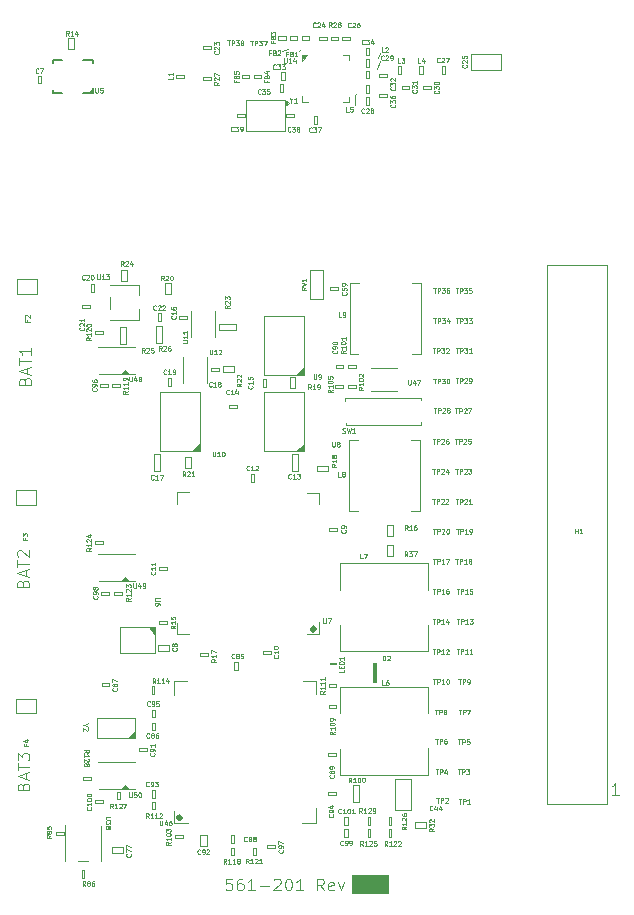
<source format=gbr>
%TF.GenerationSoftware,KiCad,Pcbnew,8.0.2*%
%TF.CreationDate,2024-10-13T20:58:57-05:00*%
%TF.ProjectId,PM1C_Rev_1_2,504d3143-5f52-4657-965f-315f322e6b69,1*%
%TF.SameCoordinates,PX297003ePY8770cd2*%
%TF.FileFunction,Legend,Top*%
%TF.FilePolarity,Positive*%
%FSLAX46Y46*%
G04 Gerber Fmt 4.6, Leading zero omitted, Abs format (unit mm)*
G04 Created by KiCad (PCBNEW 8.0.2) date 2024-10-13 20:58:57*
%MOMM*%
%LPD*%
G01*
G04 APERTURE LIST*
%ADD10C,0.100000*%
%ADD11C,0.120000*%
%ADD12C,0.050000*%
%ADD13C,0.300000*%
%ADD14C,0.152400*%
G04 APERTURE END LIST*
D10*
X39734600Y81639700D02*
X39944600Y81834700D01*
X46434600Y81084700D02*
X46649600Y81514700D01*
X44694600Y78099700D02*
X44499600Y77969700D01*
X44499600Y77969700D02*
X44499600Y77054700D01*
X38349600Y81649700D02*
X38844600Y81874700D01*
X44259600Y11909700D02*
X47259600Y11909700D01*
X47259600Y10409700D01*
X44259600Y10409700D01*
X44259600Y11909700D01*
G36*
X44259600Y11909700D02*
G01*
X47259600Y11909700D01*
X47259600Y10409700D01*
X44259600Y10409700D01*
X44259600Y11909700D01*
G37*
X46354600Y80114700D02*
X46589600Y80789700D01*
D11*
X34067832Y11603321D02*
X33591642Y11603321D01*
X33591642Y11603321D02*
X33544023Y11127131D01*
X33544023Y11127131D02*
X33591642Y11174750D01*
X33591642Y11174750D02*
X33686880Y11222369D01*
X33686880Y11222369D02*
X33924975Y11222369D01*
X33924975Y11222369D02*
X34020213Y11174750D01*
X34020213Y11174750D02*
X34067832Y11127131D01*
X34067832Y11127131D02*
X34115451Y11031893D01*
X34115451Y11031893D02*
X34115451Y10793798D01*
X34115451Y10793798D02*
X34067832Y10698560D01*
X34067832Y10698560D02*
X34020213Y10650940D01*
X34020213Y10650940D02*
X33924975Y10603321D01*
X33924975Y10603321D02*
X33686880Y10603321D01*
X33686880Y10603321D02*
X33591642Y10650940D01*
X33591642Y10650940D02*
X33544023Y10698560D01*
X34972594Y11603321D02*
X34782118Y11603321D01*
X34782118Y11603321D02*
X34686880Y11555702D01*
X34686880Y11555702D02*
X34639261Y11508083D01*
X34639261Y11508083D02*
X34544023Y11365226D01*
X34544023Y11365226D02*
X34496404Y11174750D01*
X34496404Y11174750D02*
X34496404Y10793798D01*
X34496404Y10793798D02*
X34544023Y10698560D01*
X34544023Y10698560D02*
X34591642Y10650940D01*
X34591642Y10650940D02*
X34686880Y10603321D01*
X34686880Y10603321D02*
X34877356Y10603321D01*
X34877356Y10603321D02*
X34972594Y10650940D01*
X34972594Y10650940D02*
X35020213Y10698560D01*
X35020213Y10698560D02*
X35067832Y10793798D01*
X35067832Y10793798D02*
X35067832Y11031893D01*
X35067832Y11031893D02*
X35020213Y11127131D01*
X35020213Y11127131D02*
X34972594Y11174750D01*
X34972594Y11174750D02*
X34877356Y11222369D01*
X34877356Y11222369D02*
X34686880Y11222369D01*
X34686880Y11222369D02*
X34591642Y11174750D01*
X34591642Y11174750D02*
X34544023Y11127131D01*
X34544023Y11127131D02*
X34496404Y11031893D01*
X36020213Y10603321D02*
X35448785Y10603321D01*
X35734499Y10603321D02*
X35734499Y11603321D01*
X35734499Y11603321D02*
X35639261Y11460464D01*
X35639261Y11460464D02*
X35544023Y11365226D01*
X35544023Y11365226D02*
X35448785Y11317607D01*
X36448785Y10984274D02*
X37210690Y10984274D01*
X37639261Y11508083D02*
X37686880Y11555702D01*
X37686880Y11555702D02*
X37782118Y11603321D01*
X37782118Y11603321D02*
X38020213Y11603321D01*
X38020213Y11603321D02*
X38115451Y11555702D01*
X38115451Y11555702D02*
X38163070Y11508083D01*
X38163070Y11508083D02*
X38210689Y11412845D01*
X38210689Y11412845D02*
X38210689Y11317607D01*
X38210689Y11317607D02*
X38163070Y11174750D01*
X38163070Y11174750D02*
X37591642Y10603321D01*
X37591642Y10603321D02*
X38210689Y10603321D01*
X38829737Y11603321D02*
X38924975Y11603321D01*
X38924975Y11603321D02*
X39020213Y11555702D01*
X39020213Y11555702D02*
X39067832Y11508083D01*
X39067832Y11508083D02*
X39115451Y11412845D01*
X39115451Y11412845D02*
X39163070Y11222369D01*
X39163070Y11222369D02*
X39163070Y10984274D01*
X39163070Y10984274D02*
X39115451Y10793798D01*
X39115451Y10793798D02*
X39067832Y10698560D01*
X39067832Y10698560D02*
X39020213Y10650940D01*
X39020213Y10650940D02*
X38924975Y10603321D01*
X38924975Y10603321D02*
X38829737Y10603321D01*
X38829737Y10603321D02*
X38734499Y10650940D01*
X38734499Y10650940D02*
X38686880Y10698560D01*
X38686880Y10698560D02*
X38639261Y10793798D01*
X38639261Y10793798D02*
X38591642Y10984274D01*
X38591642Y10984274D02*
X38591642Y11222369D01*
X38591642Y11222369D02*
X38639261Y11412845D01*
X38639261Y11412845D02*
X38686880Y11508083D01*
X38686880Y11508083D02*
X38734499Y11555702D01*
X38734499Y11555702D02*
X38829737Y11603321D01*
X40115451Y10603321D02*
X39544023Y10603321D01*
X39829737Y10603321D02*
X39829737Y11603321D01*
X39829737Y11603321D02*
X39734499Y11460464D01*
X39734499Y11460464D02*
X39639261Y11365226D01*
X39639261Y11365226D02*
X39544023Y11317607D01*
X41877356Y10603321D02*
X41544023Y11079512D01*
X41305928Y10603321D02*
X41305928Y11603321D01*
X41305928Y11603321D02*
X41686880Y11603321D01*
X41686880Y11603321D02*
X41782118Y11555702D01*
X41782118Y11555702D02*
X41829737Y11508083D01*
X41829737Y11508083D02*
X41877356Y11412845D01*
X41877356Y11412845D02*
X41877356Y11269988D01*
X41877356Y11269988D02*
X41829737Y11174750D01*
X41829737Y11174750D02*
X41782118Y11127131D01*
X41782118Y11127131D02*
X41686880Y11079512D01*
X41686880Y11079512D02*
X41305928Y11079512D01*
X42686880Y10650940D02*
X42591642Y10603321D01*
X42591642Y10603321D02*
X42401166Y10603321D01*
X42401166Y10603321D02*
X42305928Y10650940D01*
X42305928Y10650940D02*
X42258309Y10746179D01*
X42258309Y10746179D02*
X42258309Y11127131D01*
X42258309Y11127131D02*
X42305928Y11222369D01*
X42305928Y11222369D02*
X42401166Y11269988D01*
X42401166Y11269988D02*
X42591642Y11269988D01*
X42591642Y11269988D02*
X42686880Y11222369D01*
X42686880Y11222369D02*
X42734499Y11127131D01*
X42734499Y11127131D02*
X42734499Y11031893D01*
X42734499Y11031893D02*
X42258309Y10936655D01*
X43067833Y11269988D02*
X43305928Y10603321D01*
X43305928Y10603321D02*
X43544023Y11269988D01*
D12*
X38379952Y14026404D02*
X38399000Y14007356D01*
X38399000Y14007356D02*
X38418047Y13950214D01*
X38418047Y13950214D02*
X38418047Y13912118D01*
X38418047Y13912118D02*
X38399000Y13854975D01*
X38399000Y13854975D02*
X38360904Y13816880D01*
X38360904Y13816880D02*
X38322809Y13797833D01*
X38322809Y13797833D02*
X38246619Y13778785D01*
X38246619Y13778785D02*
X38189476Y13778785D01*
X38189476Y13778785D02*
X38113285Y13797833D01*
X38113285Y13797833D02*
X38075190Y13816880D01*
X38075190Y13816880D02*
X38037095Y13854975D01*
X38037095Y13854975D02*
X38018047Y13912118D01*
X38018047Y13912118D02*
X38018047Y13950214D01*
X38018047Y13950214D02*
X38037095Y14007356D01*
X38037095Y14007356D02*
X38056142Y14026404D01*
X38418047Y14216880D02*
X38418047Y14293071D01*
X38418047Y14293071D02*
X38399000Y14331166D01*
X38399000Y14331166D02*
X38379952Y14350214D01*
X38379952Y14350214D02*
X38322809Y14388309D01*
X38322809Y14388309D02*
X38246619Y14407356D01*
X38246619Y14407356D02*
X38094238Y14407356D01*
X38094238Y14407356D02*
X38056142Y14388309D01*
X38056142Y14388309D02*
X38037095Y14369261D01*
X38037095Y14369261D02*
X38018047Y14331166D01*
X38018047Y14331166D02*
X38018047Y14254975D01*
X38018047Y14254975D02*
X38037095Y14216880D01*
X38037095Y14216880D02*
X38056142Y14197833D01*
X38056142Y14197833D02*
X38094238Y14178785D01*
X38094238Y14178785D02*
X38189476Y14178785D01*
X38189476Y14178785D02*
X38227571Y14197833D01*
X38227571Y14197833D02*
X38246619Y14216880D01*
X38246619Y14216880D02*
X38265666Y14254975D01*
X38265666Y14254975D02*
X38265666Y14331166D01*
X38265666Y14331166D02*
X38246619Y14369261D01*
X38246619Y14369261D02*
X38227571Y14388309D01*
X38227571Y14388309D02*
X38189476Y14407356D01*
X38018047Y14540689D02*
X38018047Y14807356D01*
X38018047Y14807356D02*
X38418047Y14635927D01*
X32187732Y56371253D02*
X32187732Y56047443D01*
X32187732Y56047443D02*
X32206779Y56009348D01*
X32206779Y56009348D02*
X32225827Y55990300D01*
X32225827Y55990300D02*
X32263922Y55971253D01*
X32263922Y55971253D02*
X32340113Y55971253D01*
X32340113Y55971253D02*
X32378208Y55990300D01*
X32378208Y55990300D02*
X32397255Y56009348D01*
X32397255Y56009348D02*
X32416303Y56047443D01*
X32416303Y56047443D02*
X32416303Y56371253D01*
X32816303Y55971253D02*
X32587732Y55971253D01*
X32702018Y55971253D02*
X32702018Y56371253D01*
X32702018Y56371253D02*
X32663922Y56314110D01*
X32663922Y56314110D02*
X32625827Y56276015D01*
X32625827Y56276015D02*
X32587732Y56256967D01*
X32968684Y56333158D02*
X32987732Y56352205D01*
X32987732Y56352205D02*
X33025827Y56371253D01*
X33025827Y56371253D02*
X33121065Y56371253D01*
X33121065Y56371253D02*
X33159160Y56352205D01*
X33159160Y56352205D02*
X33178208Y56333158D01*
X33178208Y56333158D02*
X33197255Y56295062D01*
X33197255Y56295062D02*
X33197255Y56256967D01*
X33197255Y56256967D02*
X33178208Y56199824D01*
X33178208Y56199824D02*
X32949636Y55971253D01*
X32949636Y55971253D02*
X33197255Y55971253D01*
X34246703Y74899648D02*
X34227655Y74880600D01*
X34227655Y74880600D02*
X34170513Y74861553D01*
X34170513Y74861553D02*
X34132417Y74861553D01*
X34132417Y74861553D02*
X34075274Y74880600D01*
X34075274Y74880600D02*
X34037179Y74918696D01*
X34037179Y74918696D02*
X34018132Y74956791D01*
X34018132Y74956791D02*
X33999084Y75032981D01*
X33999084Y75032981D02*
X33999084Y75090124D01*
X33999084Y75090124D02*
X34018132Y75166315D01*
X34018132Y75166315D02*
X34037179Y75204410D01*
X34037179Y75204410D02*
X34075274Y75242505D01*
X34075274Y75242505D02*
X34132417Y75261553D01*
X34132417Y75261553D02*
X34170513Y75261553D01*
X34170513Y75261553D02*
X34227655Y75242505D01*
X34227655Y75242505D02*
X34246703Y75223458D01*
X34380036Y75261553D02*
X34627655Y75261553D01*
X34627655Y75261553D02*
X34494322Y75109172D01*
X34494322Y75109172D02*
X34551465Y75109172D01*
X34551465Y75109172D02*
X34589560Y75090124D01*
X34589560Y75090124D02*
X34608608Y75071077D01*
X34608608Y75071077D02*
X34627655Y75032981D01*
X34627655Y75032981D02*
X34627655Y74937743D01*
X34627655Y74937743D02*
X34608608Y74899648D01*
X34608608Y74899648D02*
X34589560Y74880600D01*
X34589560Y74880600D02*
X34551465Y74861553D01*
X34551465Y74861553D02*
X34437179Y74861553D01*
X34437179Y74861553D02*
X34399084Y74880600D01*
X34399084Y74880600D02*
X34380036Y74899648D01*
X34818131Y74861553D02*
X34894322Y74861553D01*
X34894322Y74861553D02*
X34932417Y74880600D01*
X34932417Y74880600D02*
X34951465Y74899648D01*
X34951465Y74899648D02*
X34989560Y74956791D01*
X34989560Y74956791D02*
X35008607Y75032981D01*
X35008607Y75032981D02*
X35008607Y75185362D01*
X35008607Y75185362D02*
X34989560Y75223458D01*
X34989560Y75223458D02*
X34970512Y75242505D01*
X34970512Y75242505D02*
X34932417Y75261553D01*
X34932417Y75261553D02*
X34856226Y75261553D01*
X34856226Y75261553D02*
X34818131Y75242505D01*
X34818131Y75242505D02*
X34799084Y75223458D01*
X34799084Y75223458D02*
X34780036Y75185362D01*
X34780036Y75185362D02*
X34780036Y75090124D01*
X34780036Y75090124D02*
X34799084Y75052029D01*
X34799084Y75052029D02*
X34818131Y75032981D01*
X34818131Y75032981D02*
X34856226Y75013934D01*
X34856226Y75013934D02*
X34932417Y75013934D01*
X34932417Y75013934D02*
X34970512Y75032981D01*
X34970512Y75032981D02*
X34989560Y75052029D01*
X34989560Y75052029D02*
X35008607Y75090124D01*
X18788017Y15251498D02*
X18597541Y15118165D01*
X18788017Y15022927D02*
X18388017Y15022927D01*
X18388017Y15022927D02*
X18388017Y15175308D01*
X18388017Y15175308D02*
X18407065Y15213403D01*
X18407065Y15213403D02*
X18426112Y15232450D01*
X18426112Y15232450D02*
X18464208Y15251498D01*
X18464208Y15251498D02*
X18521350Y15251498D01*
X18521350Y15251498D02*
X18559446Y15232450D01*
X18559446Y15232450D02*
X18578493Y15213403D01*
X18578493Y15213403D02*
X18597541Y15175308D01*
X18597541Y15175308D02*
X18597541Y15022927D01*
X18559446Y15480069D02*
X18540398Y15441974D01*
X18540398Y15441974D02*
X18521350Y15422927D01*
X18521350Y15422927D02*
X18483255Y15403879D01*
X18483255Y15403879D02*
X18464208Y15403879D01*
X18464208Y15403879D02*
X18426112Y15422927D01*
X18426112Y15422927D02*
X18407065Y15441974D01*
X18407065Y15441974D02*
X18388017Y15480069D01*
X18388017Y15480069D02*
X18388017Y15556260D01*
X18388017Y15556260D02*
X18407065Y15594355D01*
X18407065Y15594355D02*
X18426112Y15613403D01*
X18426112Y15613403D02*
X18464208Y15632450D01*
X18464208Y15632450D02*
X18483255Y15632450D01*
X18483255Y15632450D02*
X18521350Y15613403D01*
X18521350Y15613403D02*
X18540398Y15594355D01*
X18540398Y15594355D02*
X18559446Y15556260D01*
X18559446Y15556260D02*
X18559446Y15480069D01*
X18559446Y15480069D02*
X18578493Y15441974D01*
X18578493Y15441974D02*
X18597541Y15422927D01*
X18597541Y15422927D02*
X18635636Y15403879D01*
X18635636Y15403879D02*
X18711827Y15403879D01*
X18711827Y15403879D02*
X18749922Y15422927D01*
X18749922Y15422927D02*
X18768970Y15441974D01*
X18768970Y15441974D02*
X18788017Y15480069D01*
X18788017Y15480069D02*
X18788017Y15556260D01*
X18788017Y15556260D02*
X18768970Y15594355D01*
X18768970Y15594355D02*
X18749922Y15613403D01*
X18749922Y15613403D02*
X18711827Y15632450D01*
X18711827Y15632450D02*
X18635636Y15632450D01*
X18635636Y15632450D02*
X18597541Y15613403D01*
X18597541Y15613403D02*
X18578493Y15594355D01*
X18578493Y15594355D02*
X18559446Y15556260D01*
X18388017Y15994355D02*
X18388017Y15803879D01*
X18388017Y15803879D02*
X18578493Y15784831D01*
X18578493Y15784831D02*
X18559446Y15803879D01*
X18559446Y15803879D02*
X18540398Y15841974D01*
X18540398Y15841974D02*
X18540398Y15937212D01*
X18540398Y15937212D02*
X18559446Y15975307D01*
X18559446Y15975307D02*
X18578493Y15994355D01*
X18578493Y15994355D02*
X18616589Y16013402D01*
X18616589Y16013402D02*
X18711827Y16013402D01*
X18711827Y16013402D02*
X18749922Y15994355D01*
X18749922Y15994355D02*
X18768970Y15975307D01*
X18768970Y15975307D02*
X18788017Y15937212D01*
X18788017Y15937212D02*
X18788017Y15841974D01*
X18788017Y15841974D02*
X18768970Y15803879D01*
X18768970Y15803879D02*
X18749922Y15784831D01*
X37018523Y79161166D02*
X37018523Y79027833D01*
X37228047Y79027833D02*
X36828047Y79027833D01*
X36828047Y79027833D02*
X36828047Y79218309D01*
X37018523Y79504023D02*
X37037571Y79561166D01*
X37037571Y79561166D02*
X37056619Y79580213D01*
X37056619Y79580213D02*
X37094714Y79599261D01*
X37094714Y79599261D02*
X37151857Y79599261D01*
X37151857Y79599261D02*
X37189952Y79580213D01*
X37189952Y79580213D02*
X37209000Y79561166D01*
X37209000Y79561166D02*
X37228047Y79523071D01*
X37228047Y79523071D02*
X37228047Y79370690D01*
X37228047Y79370690D02*
X36828047Y79370690D01*
X36828047Y79370690D02*
X36828047Y79504023D01*
X36828047Y79504023D02*
X36847095Y79542118D01*
X36847095Y79542118D02*
X36866142Y79561166D01*
X36866142Y79561166D02*
X36904238Y79580213D01*
X36904238Y79580213D02*
X36942333Y79580213D01*
X36942333Y79580213D02*
X36980428Y79561166D01*
X36980428Y79561166D02*
X36999476Y79542118D01*
X36999476Y79542118D02*
X37018523Y79504023D01*
X37018523Y79504023D02*
X37018523Y79370690D01*
X36961380Y79942118D02*
X37228047Y79942118D01*
X36809000Y79846880D02*
X37094714Y79751642D01*
X37094714Y79751642D02*
X37094714Y79999261D01*
X27978132Y16501553D02*
X27978132Y16177743D01*
X27978132Y16177743D02*
X27997179Y16139648D01*
X27997179Y16139648D02*
X28016227Y16120600D01*
X28016227Y16120600D02*
X28054322Y16101553D01*
X28054322Y16101553D02*
X28130513Y16101553D01*
X28130513Y16101553D02*
X28168608Y16120600D01*
X28168608Y16120600D02*
X28187655Y16139648D01*
X28187655Y16139648D02*
X28206703Y16177743D01*
X28206703Y16177743D02*
X28206703Y16501553D01*
X28568608Y16368220D02*
X28568608Y16101553D01*
X28473370Y16520600D02*
X28378132Y16234886D01*
X28378132Y16234886D02*
X28625751Y16234886D01*
X28949560Y16501553D02*
X28873370Y16501553D01*
X28873370Y16501553D02*
X28835274Y16482505D01*
X28835274Y16482505D02*
X28816227Y16463458D01*
X28816227Y16463458D02*
X28778132Y16406315D01*
X28778132Y16406315D02*
X28759084Y16330124D01*
X28759084Y16330124D02*
X28759084Y16177743D01*
X28759084Y16177743D02*
X28778132Y16139648D01*
X28778132Y16139648D02*
X28797179Y16120600D01*
X28797179Y16120600D02*
X28835274Y16101553D01*
X28835274Y16101553D02*
X28911465Y16101553D01*
X28911465Y16101553D02*
X28949560Y16120600D01*
X28949560Y16120600D02*
X28968608Y16139648D01*
X28968608Y16139648D02*
X28987655Y16177743D01*
X28987655Y16177743D02*
X28987655Y16272981D01*
X28987655Y16272981D02*
X28968608Y16311077D01*
X28968608Y16311077D02*
X28949560Y16330124D01*
X28949560Y16330124D02*
X28911465Y16349172D01*
X28911465Y16349172D02*
X28835274Y16349172D01*
X28835274Y16349172D02*
X28797179Y16330124D01*
X28797179Y16330124D02*
X28778132Y16311077D01*
X28778132Y16311077D02*
X28759084Y16272981D01*
X45291303Y76449348D02*
X45272255Y76430300D01*
X45272255Y76430300D02*
X45215113Y76411253D01*
X45215113Y76411253D02*
X45177017Y76411253D01*
X45177017Y76411253D02*
X45119874Y76430300D01*
X45119874Y76430300D02*
X45081779Y76468396D01*
X45081779Y76468396D02*
X45062732Y76506491D01*
X45062732Y76506491D02*
X45043684Y76582681D01*
X45043684Y76582681D02*
X45043684Y76639824D01*
X45043684Y76639824D02*
X45062732Y76716015D01*
X45062732Y76716015D02*
X45081779Y76754110D01*
X45081779Y76754110D02*
X45119874Y76792205D01*
X45119874Y76792205D02*
X45177017Y76811253D01*
X45177017Y76811253D02*
X45215113Y76811253D01*
X45215113Y76811253D02*
X45272255Y76792205D01*
X45272255Y76792205D02*
X45291303Y76773158D01*
X45443684Y76773158D02*
X45462732Y76792205D01*
X45462732Y76792205D02*
X45500827Y76811253D01*
X45500827Y76811253D02*
X45596065Y76811253D01*
X45596065Y76811253D02*
X45634160Y76792205D01*
X45634160Y76792205D02*
X45653208Y76773158D01*
X45653208Y76773158D02*
X45672255Y76735062D01*
X45672255Y76735062D02*
X45672255Y76696967D01*
X45672255Y76696967D02*
X45653208Y76639824D01*
X45653208Y76639824D02*
X45424636Y76411253D01*
X45424636Y76411253D02*
X45672255Y76411253D01*
X45900826Y76639824D02*
X45862731Y76658872D01*
X45862731Y76658872D02*
X45843684Y76677920D01*
X45843684Y76677920D02*
X45824636Y76716015D01*
X45824636Y76716015D02*
X45824636Y76735062D01*
X45824636Y76735062D02*
X45843684Y76773158D01*
X45843684Y76773158D02*
X45862731Y76792205D01*
X45862731Y76792205D02*
X45900826Y76811253D01*
X45900826Y76811253D02*
X45977017Y76811253D01*
X45977017Y76811253D02*
X46015112Y76792205D01*
X46015112Y76792205D02*
X46034160Y76773158D01*
X46034160Y76773158D02*
X46053207Y76735062D01*
X46053207Y76735062D02*
X46053207Y76716015D01*
X46053207Y76716015D02*
X46034160Y76677920D01*
X46034160Y76677920D02*
X46015112Y76658872D01*
X46015112Y76658872D02*
X45977017Y76639824D01*
X45977017Y76639824D02*
X45900826Y76639824D01*
X45900826Y76639824D02*
X45862731Y76620777D01*
X45862731Y76620777D02*
X45843684Y76601729D01*
X45843684Y76601729D02*
X45824636Y76563634D01*
X45824636Y76563634D02*
X45824636Y76487443D01*
X45824636Y76487443D02*
X45843684Y76449348D01*
X45843684Y76449348D02*
X45862731Y76430300D01*
X45862731Y76430300D02*
X45900826Y76411253D01*
X45900826Y76411253D02*
X45977017Y76411253D01*
X45977017Y76411253D02*
X46015112Y76430300D01*
X46015112Y76430300D02*
X46034160Y76449348D01*
X46034160Y76449348D02*
X46053207Y76487443D01*
X46053207Y76487443D02*
X46053207Y76563634D01*
X46053207Y76563634D02*
X46034160Y76601729D01*
X46034160Y76601729D02*
X46015112Y76620777D01*
X46015112Y76620777D02*
X45977017Y76639824D01*
X35556303Y46194348D02*
X35537255Y46175300D01*
X35537255Y46175300D02*
X35480113Y46156253D01*
X35480113Y46156253D02*
X35442017Y46156253D01*
X35442017Y46156253D02*
X35384874Y46175300D01*
X35384874Y46175300D02*
X35346779Y46213396D01*
X35346779Y46213396D02*
X35327732Y46251491D01*
X35327732Y46251491D02*
X35308684Y46327681D01*
X35308684Y46327681D02*
X35308684Y46384824D01*
X35308684Y46384824D02*
X35327732Y46461015D01*
X35327732Y46461015D02*
X35346779Y46499110D01*
X35346779Y46499110D02*
X35384874Y46537205D01*
X35384874Y46537205D02*
X35442017Y46556253D01*
X35442017Y46556253D02*
X35480113Y46556253D01*
X35480113Y46556253D02*
X35537255Y46537205D01*
X35537255Y46537205D02*
X35556303Y46518158D01*
X35937255Y46156253D02*
X35708684Y46156253D01*
X35822970Y46156253D02*
X35822970Y46556253D01*
X35822970Y46556253D02*
X35784874Y46499110D01*
X35784874Y46499110D02*
X35746779Y46461015D01*
X35746779Y46461015D02*
X35708684Y46441967D01*
X36089636Y46518158D02*
X36108684Y46537205D01*
X36108684Y46537205D02*
X36146779Y46556253D01*
X36146779Y46556253D02*
X36242017Y46556253D01*
X36242017Y46556253D02*
X36280112Y46537205D01*
X36280112Y46537205D02*
X36299160Y46518158D01*
X36299160Y46518158D02*
X36318207Y46480062D01*
X36318207Y46480062D02*
X36318207Y46441967D01*
X36318207Y46441967D02*
X36299160Y46384824D01*
X36299160Y46384824D02*
X36070588Y46156253D01*
X36070588Y46156253D02*
X36318207Y46156253D01*
X35645989Y82551553D02*
X35874560Y82551553D01*
X35760274Y82151553D02*
X35760274Y82551553D01*
X36007894Y82151553D02*
X36007894Y82551553D01*
X36007894Y82551553D02*
X36160275Y82551553D01*
X36160275Y82551553D02*
X36198370Y82532505D01*
X36198370Y82532505D02*
X36217417Y82513458D01*
X36217417Y82513458D02*
X36236465Y82475362D01*
X36236465Y82475362D02*
X36236465Y82418220D01*
X36236465Y82418220D02*
X36217417Y82380124D01*
X36217417Y82380124D02*
X36198370Y82361077D01*
X36198370Y82361077D02*
X36160275Y82342029D01*
X36160275Y82342029D02*
X36007894Y82342029D01*
X36369798Y82551553D02*
X36617417Y82551553D01*
X36617417Y82551553D02*
X36484084Y82399172D01*
X36484084Y82399172D02*
X36541227Y82399172D01*
X36541227Y82399172D02*
X36579322Y82380124D01*
X36579322Y82380124D02*
X36598370Y82361077D01*
X36598370Y82361077D02*
X36617417Y82322981D01*
X36617417Y82322981D02*
X36617417Y82227743D01*
X36617417Y82227743D02*
X36598370Y82189648D01*
X36598370Y82189648D02*
X36579322Y82170600D01*
X36579322Y82170600D02*
X36541227Y82151553D01*
X36541227Y82151553D02*
X36426941Y82151553D01*
X36426941Y82151553D02*
X36388846Y82170600D01*
X36388846Y82170600D02*
X36369798Y82189648D01*
X36750750Y82551553D02*
X37017417Y82551553D01*
X37017417Y82551553D02*
X36845988Y82151553D01*
X21539922Y58251498D02*
X21558970Y58232450D01*
X21558970Y58232450D02*
X21578017Y58175308D01*
X21578017Y58175308D02*
X21578017Y58137212D01*
X21578017Y58137212D02*
X21558970Y58080069D01*
X21558970Y58080069D02*
X21520874Y58041974D01*
X21520874Y58041974D02*
X21482779Y58022927D01*
X21482779Y58022927D02*
X21406589Y58003879D01*
X21406589Y58003879D02*
X21349446Y58003879D01*
X21349446Y58003879D02*
X21273255Y58022927D01*
X21273255Y58022927D02*
X21235160Y58041974D01*
X21235160Y58041974D02*
X21197065Y58080069D01*
X21197065Y58080069D02*
X21178017Y58137212D01*
X21178017Y58137212D02*
X21178017Y58175308D01*
X21178017Y58175308D02*
X21197065Y58232450D01*
X21197065Y58232450D02*
X21216112Y58251498D01*
X21216112Y58403879D02*
X21197065Y58422927D01*
X21197065Y58422927D02*
X21178017Y58461022D01*
X21178017Y58461022D02*
X21178017Y58556260D01*
X21178017Y58556260D02*
X21197065Y58594355D01*
X21197065Y58594355D02*
X21216112Y58613403D01*
X21216112Y58613403D02*
X21254208Y58632450D01*
X21254208Y58632450D02*
X21292303Y58632450D01*
X21292303Y58632450D02*
X21349446Y58613403D01*
X21349446Y58613403D02*
X21578017Y58384831D01*
X21578017Y58384831D02*
X21578017Y58632450D01*
X21578017Y59013402D02*
X21578017Y58784831D01*
X21578017Y58899117D02*
X21178017Y58899117D01*
X21178017Y58899117D02*
X21235160Y58861021D01*
X21235160Y58861021D02*
X21273255Y58822926D01*
X21273255Y58822926D02*
X21292303Y58784831D01*
X51145989Y59041553D02*
X51374560Y59041553D01*
X51260274Y58641553D02*
X51260274Y59041553D01*
X51507894Y58641553D02*
X51507894Y59041553D01*
X51507894Y59041553D02*
X51660275Y59041553D01*
X51660275Y59041553D02*
X51698370Y59022505D01*
X51698370Y59022505D02*
X51717417Y59003458D01*
X51717417Y59003458D02*
X51736465Y58965362D01*
X51736465Y58965362D02*
X51736465Y58908220D01*
X51736465Y58908220D02*
X51717417Y58870124D01*
X51717417Y58870124D02*
X51698370Y58851077D01*
X51698370Y58851077D02*
X51660275Y58832029D01*
X51660275Y58832029D02*
X51507894Y58832029D01*
X51869798Y59041553D02*
X52117417Y59041553D01*
X52117417Y59041553D02*
X51984084Y58889172D01*
X51984084Y58889172D02*
X52041227Y58889172D01*
X52041227Y58889172D02*
X52079322Y58870124D01*
X52079322Y58870124D02*
X52098370Y58851077D01*
X52098370Y58851077D02*
X52117417Y58812981D01*
X52117417Y58812981D02*
X52117417Y58717743D01*
X52117417Y58717743D02*
X52098370Y58679648D01*
X52098370Y58679648D02*
X52079322Y58660600D01*
X52079322Y58660600D02*
X52041227Y58641553D01*
X52041227Y58641553D02*
X51926941Y58641553D01*
X51926941Y58641553D02*
X51888846Y58660600D01*
X51888846Y58660600D02*
X51869798Y58679648D01*
X52460274Y58908220D02*
X52460274Y58641553D01*
X52365036Y59060600D02*
X52269798Y58774886D01*
X52269798Y58774886D02*
X52517417Y58774886D01*
X29379952Y31121404D02*
X29399000Y31102356D01*
X29399000Y31102356D02*
X29418047Y31045214D01*
X29418047Y31045214D02*
X29418047Y31007118D01*
X29418047Y31007118D02*
X29399000Y30949975D01*
X29399000Y30949975D02*
X29360904Y30911880D01*
X29360904Y30911880D02*
X29322809Y30892833D01*
X29322809Y30892833D02*
X29246619Y30873785D01*
X29246619Y30873785D02*
X29189476Y30873785D01*
X29189476Y30873785D02*
X29113285Y30892833D01*
X29113285Y30892833D02*
X29075190Y30911880D01*
X29075190Y30911880D02*
X29037095Y30949975D01*
X29037095Y30949975D02*
X29018047Y31007118D01*
X29018047Y31007118D02*
X29018047Y31045214D01*
X29018047Y31045214D02*
X29037095Y31102356D01*
X29037095Y31102356D02*
X29056142Y31121404D01*
X29189476Y31349975D02*
X29170428Y31311880D01*
X29170428Y31311880D02*
X29151380Y31292833D01*
X29151380Y31292833D02*
X29113285Y31273785D01*
X29113285Y31273785D02*
X29094238Y31273785D01*
X29094238Y31273785D02*
X29056142Y31292833D01*
X29056142Y31292833D02*
X29037095Y31311880D01*
X29037095Y31311880D02*
X29018047Y31349975D01*
X29018047Y31349975D02*
X29018047Y31426166D01*
X29018047Y31426166D02*
X29037095Y31464261D01*
X29037095Y31464261D02*
X29056142Y31483309D01*
X29056142Y31483309D02*
X29094238Y31502356D01*
X29094238Y31502356D02*
X29113285Y31502356D01*
X29113285Y31502356D02*
X29151380Y31483309D01*
X29151380Y31483309D02*
X29170428Y31464261D01*
X29170428Y31464261D02*
X29189476Y31426166D01*
X29189476Y31426166D02*
X29189476Y31349975D01*
X29189476Y31349975D02*
X29208523Y31311880D01*
X29208523Y31311880D02*
X29227571Y31292833D01*
X29227571Y31292833D02*
X29265666Y31273785D01*
X29265666Y31273785D02*
X29341857Y31273785D01*
X29341857Y31273785D02*
X29379952Y31292833D01*
X29379952Y31292833D02*
X29399000Y31311880D01*
X29399000Y31311880D02*
X29418047Y31349975D01*
X29418047Y31349975D02*
X29418047Y31426166D01*
X29418047Y31426166D02*
X29399000Y31464261D01*
X29399000Y31464261D02*
X29379952Y31483309D01*
X29379952Y31483309D02*
X29341857Y31502356D01*
X29341857Y31502356D02*
X29265666Y31502356D01*
X29265666Y31502356D02*
X29227571Y31483309D01*
X29227571Y31483309D02*
X29208523Y31464261D01*
X29208523Y31464261D02*
X29189476Y31426166D01*
X26694073Y56125997D02*
X26560740Y56316473D01*
X26465502Y56125997D02*
X26465502Y56525997D01*
X26465502Y56525997D02*
X26617883Y56525997D01*
X26617883Y56525997D02*
X26655978Y56506949D01*
X26655978Y56506949D02*
X26675025Y56487902D01*
X26675025Y56487902D02*
X26694073Y56449806D01*
X26694073Y56449806D02*
X26694073Y56392664D01*
X26694073Y56392664D02*
X26675025Y56354568D01*
X26675025Y56354568D02*
X26655978Y56335521D01*
X26655978Y56335521D02*
X26617883Y56316473D01*
X26617883Y56316473D02*
X26465502Y56316473D01*
X26846454Y56487902D02*
X26865502Y56506949D01*
X26865502Y56506949D02*
X26903597Y56525997D01*
X26903597Y56525997D02*
X26998835Y56525997D01*
X26998835Y56525997D02*
X27036930Y56506949D01*
X27036930Y56506949D02*
X27055978Y56487902D01*
X27055978Y56487902D02*
X27075025Y56449806D01*
X27075025Y56449806D02*
X27075025Y56411711D01*
X27075025Y56411711D02*
X27055978Y56354568D01*
X27055978Y56354568D02*
X26827406Y56125997D01*
X26827406Y56125997D02*
X27075025Y56125997D01*
X27436930Y56525997D02*
X27246454Y56525997D01*
X27246454Y56525997D02*
X27227406Y56335521D01*
X27227406Y56335521D02*
X27246454Y56354568D01*
X27246454Y56354568D02*
X27284549Y56373616D01*
X27284549Y56373616D02*
X27379787Y56373616D01*
X27379787Y56373616D02*
X27417882Y56354568D01*
X27417882Y56354568D02*
X27436930Y56335521D01*
X27436930Y56335521D02*
X27455977Y56297425D01*
X27455977Y56297425D02*
X27455977Y56202187D01*
X27455977Y56202187D02*
X27436930Y56164092D01*
X27436930Y56164092D02*
X27417882Y56145044D01*
X27417882Y56145044D02*
X27379787Y56125997D01*
X27379787Y56125997D02*
X27284549Y56125997D01*
X27284549Y56125997D02*
X27246454Y56145044D01*
X27246454Y56145044D02*
X27227406Y56164092D01*
X38801065Y81430777D02*
X38667732Y81430777D01*
X38667732Y81221253D02*
X38667732Y81621253D01*
X38667732Y81621253D02*
X38858208Y81621253D01*
X39143922Y81430777D02*
X39201065Y81411729D01*
X39201065Y81411729D02*
X39220112Y81392681D01*
X39220112Y81392681D02*
X39239160Y81354586D01*
X39239160Y81354586D02*
X39239160Y81297443D01*
X39239160Y81297443D02*
X39220112Y81259348D01*
X39220112Y81259348D02*
X39201065Y81240300D01*
X39201065Y81240300D02*
X39162970Y81221253D01*
X39162970Y81221253D02*
X39010589Y81221253D01*
X39010589Y81221253D02*
X39010589Y81621253D01*
X39010589Y81621253D02*
X39143922Y81621253D01*
X39143922Y81621253D02*
X39182017Y81602205D01*
X39182017Y81602205D02*
X39201065Y81583158D01*
X39201065Y81583158D02*
X39220112Y81545062D01*
X39220112Y81545062D02*
X39220112Y81506967D01*
X39220112Y81506967D02*
X39201065Y81468872D01*
X39201065Y81468872D02*
X39182017Y81449824D01*
X39182017Y81449824D02*
X39143922Y81430777D01*
X39143922Y81430777D02*
X39010589Y81430777D01*
X39620112Y81221253D02*
X39391541Y81221253D01*
X39505827Y81221253D02*
X39505827Y81621253D01*
X39505827Y81621253D02*
X39467731Y81564110D01*
X39467731Y81564110D02*
X39429636Y81526015D01*
X39429636Y81526015D02*
X39391541Y81506967D01*
X53100989Y36116553D02*
X53329560Y36116553D01*
X53215274Y35716553D02*
X53215274Y36116553D01*
X53462894Y35716553D02*
X53462894Y36116553D01*
X53462894Y36116553D02*
X53615275Y36116553D01*
X53615275Y36116553D02*
X53653370Y36097505D01*
X53653370Y36097505D02*
X53672417Y36078458D01*
X53672417Y36078458D02*
X53691465Y36040362D01*
X53691465Y36040362D02*
X53691465Y35983220D01*
X53691465Y35983220D02*
X53672417Y35945124D01*
X53672417Y35945124D02*
X53653370Y35926077D01*
X53653370Y35926077D02*
X53615275Y35907029D01*
X53615275Y35907029D02*
X53462894Y35907029D01*
X54072417Y35716553D02*
X53843846Y35716553D01*
X53958132Y35716553D02*
X53958132Y36116553D01*
X53958132Y36116553D02*
X53920036Y36059410D01*
X53920036Y36059410D02*
X53881941Y36021315D01*
X53881941Y36021315D02*
X53843846Y36002267D01*
X54434322Y36116553D02*
X54243846Y36116553D01*
X54243846Y36116553D02*
X54224798Y35926077D01*
X54224798Y35926077D02*
X54243846Y35945124D01*
X54243846Y35945124D02*
X54281941Y35964172D01*
X54281941Y35964172D02*
X54377179Y35964172D01*
X54377179Y35964172D02*
X54415274Y35945124D01*
X54415274Y35945124D02*
X54434322Y35926077D01*
X54434322Y35926077D02*
X54453369Y35887981D01*
X54453369Y35887981D02*
X54453369Y35792743D01*
X54453369Y35792743D02*
X54434322Y35754648D01*
X54434322Y35754648D02*
X54415274Y35735600D01*
X54415274Y35735600D02*
X54377179Y35716553D01*
X54377179Y35716553D02*
X54281941Y35716553D01*
X54281941Y35716553D02*
X54243846Y35735600D01*
X54243846Y35735600D02*
X54224798Y35754648D01*
X28326303Y62246253D02*
X28192970Y62436729D01*
X28097732Y62246253D02*
X28097732Y62646253D01*
X28097732Y62646253D02*
X28250113Y62646253D01*
X28250113Y62646253D02*
X28288208Y62627205D01*
X28288208Y62627205D02*
X28307255Y62608158D01*
X28307255Y62608158D02*
X28326303Y62570062D01*
X28326303Y62570062D02*
X28326303Y62512920D01*
X28326303Y62512920D02*
X28307255Y62474824D01*
X28307255Y62474824D02*
X28288208Y62455777D01*
X28288208Y62455777D02*
X28250113Y62436729D01*
X28250113Y62436729D02*
X28097732Y62436729D01*
X28478684Y62608158D02*
X28497732Y62627205D01*
X28497732Y62627205D02*
X28535827Y62646253D01*
X28535827Y62646253D02*
X28631065Y62646253D01*
X28631065Y62646253D02*
X28669160Y62627205D01*
X28669160Y62627205D02*
X28688208Y62608158D01*
X28688208Y62608158D02*
X28707255Y62570062D01*
X28707255Y62570062D02*
X28707255Y62531967D01*
X28707255Y62531967D02*
X28688208Y62474824D01*
X28688208Y62474824D02*
X28459636Y62246253D01*
X28459636Y62246253D02*
X28707255Y62246253D01*
X28954874Y62646253D02*
X28992969Y62646253D01*
X28992969Y62646253D02*
X29031065Y62627205D01*
X29031065Y62627205D02*
X29050112Y62608158D01*
X29050112Y62608158D02*
X29069160Y62570062D01*
X29069160Y62570062D02*
X29088207Y62493872D01*
X29088207Y62493872D02*
X29088207Y62398634D01*
X29088207Y62398634D02*
X29069160Y62322443D01*
X29069160Y62322443D02*
X29050112Y62284348D01*
X29050112Y62284348D02*
X29031065Y62265300D01*
X29031065Y62265300D02*
X28992969Y62246253D01*
X28992969Y62246253D02*
X28954874Y62246253D01*
X28954874Y62246253D02*
X28916779Y62265300D01*
X28916779Y62265300D02*
X28897731Y62284348D01*
X28897731Y62284348D02*
X28878684Y62322443D01*
X28878684Y62322443D02*
X28859636Y62398634D01*
X28859636Y62398634D02*
X28859636Y62493872D01*
X28859636Y62493872D02*
X28878684Y62570062D01*
X28878684Y62570062D02*
X28897731Y62608158D01*
X28897731Y62608158D02*
X28916779Y62627205D01*
X28916779Y62627205D02*
X28954874Y62646253D01*
X33700989Y82556553D02*
X33929560Y82556553D01*
X33815274Y82156553D02*
X33815274Y82556553D01*
X34062894Y82156553D02*
X34062894Y82556553D01*
X34062894Y82556553D02*
X34215275Y82556553D01*
X34215275Y82556553D02*
X34253370Y82537505D01*
X34253370Y82537505D02*
X34272417Y82518458D01*
X34272417Y82518458D02*
X34291465Y82480362D01*
X34291465Y82480362D02*
X34291465Y82423220D01*
X34291465Y82423220D02*
X34272417Y82385124D01*
X34272417Y82385124D02*
X34253370Y82366077D01*
X34253370Y82366077D02*
X34215275Y82347029D01*
X34215275Y82347029D02*
X34062894Y82347029D01*
X34424798Y82556553D02*
X34672417Y82556553D01*
X34672417Y82556553D02*
X34539084Y82404172D01*
X34539084Y82404172D02*
X34596227Y82404172D01*
X34596227Y82404172D02*
X34634322Y82385124D01*
X34634322Y82385124D02*
X34653370Y82366077D01*
X34653370Y82366077D02*
X34672417Y82327981D01*
X34672417Y82327981D02*
X34672417Y82232743D01*
X34672417Y82232743D02*
X34653370Y82194648D01*
X34653370Y82194648D02*
X34634322Y82175600D01*
X34634322Y82175600D02*
X34596227Y82156553D01*
X34596227Y82156553D02*
X34481941Y82156553D01*
X34481941Y82156553D02*
X34443846Y82175600D01*
X34443846Y82175600D02*
X34424798Y82194648D01*
X34900988Y82385124D02*
X34862893Y82404172D01*
X34862893Y82404172D02*
X34843846Y82423220D01*
X34843846Y82423220D02*
X34824798Y82461315D01*
X34824798Y82461315D02*
X34824798Y82480362D01*
X34824798Y82480362D02*
X34843846Y82518458D01*
X34843846Y82518458D02*
X34862893Y82537505D01*
X34862893Y82537505D02*
X34900988Y82556553D01*
X34900988Y82556553D02*
X34977179Y82556553D01*
X34977179Y82556553D02*
X35015274Y82537505D01*
X35015274Y82537505D02*
X35034322Y82518458D01*
X35034322Y82518458D02*
X35053369Y82480362D01*
X35053369Y82480362D02*
X35053369Y82461315D01*
X35053369Y82461315D02*
X35034322Y82423220D01*
X35034322Y82423220D02*
X35015274Y82404172D01*
X35015274Y82404172D02*
X34977179Y82385124D01*
X34977179Y82385124D02*
X34900988Y82385124D01*
X34900988Y82385124D02*
X34862893Y82366077D01*
X34862893Y82366077D02*
X34843846Y82347029D01*
X34843846Y82347029D02*
X34824798Y82308934D01*
X34824798Y82308934D02*
X34824798Y82232743D01*
X34824798Y82232743D02*
X34843846Y82194648D01*
X34843846Y82194648D02*
X34862893Y82175600D01*
X34862893Y82175600D02*
X34900988Y82156553D01*
X34900988Y82156553D02*
X34977179Y82156553D01*
X34977179Y82156553D02*
X35015274Y82175600D01*
X35015274Y82175600D02*
X35034322Y82194648D01*
X35034322Y82194648D02*
X35053369Y82232743D01*
X35053369Y82232743D02*
X35053369Y82308934D01*
X35053369Y82308934D02*
X35034322Y82347029D01*
X35034322Y82347029D02*
X35015274Y82366077D01*
X35015274Y82366077D02*
X34977179Y82385124D01*
X43973208Y76536253D02*
X43782732Y76536253D01*
X43782732Y76536253D02*
X43782732Y76936253D01*
X44297018Y76936253D02*
X44106542Y76936253D01*
X44106542Y76936253D02*
X44087494Y76745777D01*
X44087494Y76745777D02*
X44106542Y76764824D01*
X44106542Y76764824D02*
X44144637Y76783872D01*
X44144637Y76783872D02*
X44239875Y76783872D01*
X44239875Y76783872D02*
X44277970Y76764824D01*
X44277970Y76764824D02*
X44297018Y76745777D01*
X44297018Y76745777D02*
X44316065Y76707681D01*
X44316065Y76707681D02*
X44316065Y76612443D01*
X44316065Y76612443D02*
X44297018Y76574348D01*
X44297018Y76574348D02*
X44277970Y76555300D01*
X44277970Y76555300D02*
X44239875Y76536253D01*
X44239875Y76536253D02*
X44144637Y76536253D01*
X44144637Y76536253D02*
X44106542Y76555300D01*
X44106542Y76555300D02*
X44087494Y76574348D01*
X36506703Y78079648D02*
X36487655Y78060600D01*
X36487655Y78060600D02*
X36430513Y78041553D01*
X36430513Y78041553D02*
X36392417Y78041553D01*
X36392417Y78041553D02*
X36335274Y78060600D01*
X36335274Y78060600D02*
X36297179Y78098696D01*
X36297179Y78098696D02*
X36278132Y78136791D01*
X36278132Y78136791D02*
X36259084Y78212981D01*
X36259084Y78212981D02*
X36259084Y78270124D01*
X36259084Y78270124D02*
X36278132Y78346315D01*
X36278132Y78346315D02*
X36297179Y78384410D01*
X36297179Y78384410D02*
X36335274Y78422505D01*
X36335274Y78422505D02*
X36392417Y78441553D01*
X36392417Y78441553D02*
X36430513Y78441553D01*
X36430513Y78441553D02*
X36487655Y78422505D01*
X36487655Y78422505D02*
X36506703Y78403458D01*
X36640036Y78441553D02*
X36887655Y78441553D01*
X36887655Y78441553D02*
X36754322Y78289172D01*
X36754322Y78289172D02*
X36811465Y78289172D01*
X36811465Y78289172D02*
X36849560Y78270124D01*
X36849560Y78270124D02*
X36868608Y78251077D01*
X36868608Y78251077D02*
X36887655Y78212981D01*
X36887655Y78212981D02*
X36887655Y78117743D01*
X36887655Y78117743D02*
X36868608Y78079648D01*
X36868608Y78079648D02*
X36849560Y78060600D01*
X36849560Y78060600D02*
X36811465Y78041553D01*
X36811465Y78041553D02*
X36697179Y78041553D01*
X36697179Y78041553D02*
X36659084Y78060600D01*
X36659084Y78060600D02*
X36640036Y78079648D01*
X37249560Y78441553D02*
X37059084Y78441553D01*
X37059084Y78441553D02*
X37040036Y78251077D01*
X37040036Y78251077D02*
X37059084Y78270124D01*
X37059084Y78270124D02*
X37097179Y78289172D01*
X37097179Y78289172D02*
X37192417Y78289172D01*
X37192417Y78289172D02*
X37230512Y78270124D01*
X37230512Y78270124D02*
X37249560Y78251077D01*
X37249560Y78251077D02*
X37268607Y78212981D01*
X37268607Y78212981D02*
X37268607Y78117743D01*
X37268607Y78117743D02*
X37249560Y78079648D01*
X37249560Y78079648D02*
X37230512Y78060600D01*
X37230512Y78060600D02*
X37192417Y78041553D01*
X37192417Y78041553D02*
X37097179Y78041553D01*
X37097179Y78041553D02*
X37059084Y78060600D01*
X37059084Y78060600D02*
X37040036Y78079648D01*
X16743493Y58891260D02*
X16743493Y58757927D01*
X16953017Y58757927D02*
X16553017Y58757927D01*
X16553017Y58757927D02*
X16553017Y58948403D01*
X16591112Y59081736D02*
X16572065Y59100784D01*
X16572065Y59100784D02*
X16553017Y59138879D01*
X16553017Y59138879D02*
X16553017Y59234117D01*
X16553017Y59234117D02*
X16572065Y59272212D01*
X16572065Y59272212D02*
X16591112Y59291260D01*
X16591112Y59291260D02*
X16629208Y59310307D01*
X16629208Y59310307D02*
X16667303Y59310307D01*
X16667303Y59310307D02*
X16724446Y59291260D01*
X16724446Y59291260D02*
X16953017Y59062688D01*
X16953017Y59062688D02*
X16953017Y59310307D01*
X48991264Y53820844D02*
X48991264Y53497034D01*
X48991264Y53497034D02*
X49010311Y53458939D01*
X49010311Y53458939D02*
X49029359Y53439891D01*
X49029359Y53439891D02*
X49067454Y53420844D01*
X49067454Y53420844D02*
X49143645Y53420844D01*
X49143645Y53420844D02*
X49181740Y53439891D01*
X49181740Y53439891D02*
X49200787Y53458939D01*
X49200787Y53458939D02*
X49219835Y53497034D01*
X49219835Y53497034D02*
X49219835Y53820844D01*
X49581740Y53687511D02*
X49581740Y53420844D01*
X49486502Y53839891D02*
X49391264Y53554177D01*
X49391264Y53554177D02*
X49638883Y53554177D01*
X49753168Y53820844D02*
X50019835Y53820844D01*
X50019835Y53820844D02*
X49848406Y53420844D01*
X51070989Y33571553D02*
X51299560Y33571553D01*
X51185274Y33171553D02*
X51185274Y33571553D01*
X51432894Y33171553D02*
X51432894Y33571553D01*
X51432894Y33571553D02*
X51585275Y33571553D01*
X51585275Y33571553D02*
X51623370Y33552505D01*
X51623370Y33552505D02*
X51642417Y33533458D01*
X51642417Y33533458D02*
X51661465Y33495362D01*
X51661465Y33495362D02*
X51661465Y33438220D01*
X51661465Y33438220D02*
X51642417Y33400124D01*
X51642417Y33400124D02*
X51623370Y33381077D01*
X51623370Y33381077D02*
X51585275Y33362029D01*
X51585275Y33362029D02*
X51432894Y33362029D01*
X52042417Y33171553D02*
X51813846Y33171553D01*
X51928132Y33171553D02*
X51928132Y33571553D01*
X51928132Y33571553D02*
X51890036Y33514410D01*
X51890036Y33514410D02*
X51851941Y33476315D01*
X51851941Y33476315D02*
X51813846Y33457267D01*
X52385274Y33438220D02*
X52385274Y33171553D01*
X52290036Y33590600D02*
X52194798Y33304886D01*
X52194798Y33304886D02*
X52442417Y33304886D01*
X40854103Y74843998D02*
X40835055Y74824950D01*
X40835055Y74824950D02*
X40777913Y74805903D01*
X40777913Y74805903D02*
X40739817Y74805903D01*
X40739817Y74805903D02*
X40682674Y74824950D01*
X40682674Y74824950D02*
X40644579Y74863046D01*
X40644579Y74863046D02*
X40625532Y74901141D01*
X40625532Y74901141D02*
X40606484Y74977331D01*
X40606484Y74977331D02*
X40606484Y75034474D01*
X40606484Y75034474D02*
X40625532Y75110665D01*
X40625532Y75110665D02*
X40644579Y75148760D01*
X40644579Y75148760D02*
X40682674Y75186855D01*
X40682674Y75186855D02*
X40739817Y75205903D01*
X40739817Y75205903D02*
X40777913Y75205903D01*
X40777913Y75205903D02*
X40835055Y75186855D01*
X40835055Y75186855D02*
X40854103Y75167808D01*
X40987436Y75205903D02*
X41235055Y75205903D01*
X41235055Y75205903D02*
X41101722Y75053522D01*
X41101722Y75053522D02*
X41158865Y75053522D01*
X41158865Y75053522D02*
X41196960Y75034474D01*
X41196960Y75034474D02*
X41216008Y75015427D01*
X41216008Y75015427D02*
X41235055Y74977331D01*
X41235055Y74977331D02*
X41235055Y74882093D01*
X41235055Y74882093D02*
X41216008Y74843998D01*
X41216008Y74843998D02*
X41196960Y74824950D01*
X41196960Y74824950D02*
X41158865Y74805903D01*
X41158865Y74805903D02*
X41044579Y74805903D01*
X41044579Y74805903D02*
X41006484Y74824950D01*
X41006484Y74824950D02*
X40987436Y74843998D01*
X41368388Y75205903D02*
X41635055Y75205903D01*
X41635055Y75205903D02*
X41463626Y74805903D01*
X27043673Y16720697D02*
X26910340Y16911173D01*
X26815102Y16720697D02*
X26815102Y17120697D01*
X26815102Y17120697D02*
X26967483Y17120697D01*
X26967483Y17120697D02*
X27005578Y17101649D01*
X27005578Y17101649D02*
X27024625Y17082602D01*
X27024625Y17082602D02*
X27043673Y17044506D01*
X27043673Y17044506D02*
X27043673Y16987364D01*
X27043673Y16987364D02*
X27024625Y16949268D01*
X27024625Y16949268D02*
X27005578Y16930221D01*
X27005578Y16930221D02*
X26967483Y16911173D01*
X26967483Y16911173D02*
X26815102Y16911173D01*
X27424625Y16720697D02*
X27196054Y16720697D01*
X27310340Y16720697D02*
X27310340Y17120697D01*
X27310340Y17120697D02*
X27272244Y17063554D01*
X27272244Y17063554D02*
X27234149Y17025459D01*
X27234149Y17025459D02*
X27196054Y17006411D01*
X27805577Y16720697D02*
X27577006Y16720697D01*
X27691292Y16720697D02*
X27691292Y17120697D01*
X27691292Y17120697D02*
X27653196Y17063554D01*
X27653196Y17063554D02*
X27615101Y17025459D01*
X27615101Y17025459D02*
X27577006Y17006411D01*
X27957958Y17082602D02*
X27977006Y17101649D01*
X27977006Y17101649D02*
X28015101Y17120697D01*
X28015101Y17120697D02*
X28110339Y17120697D01*
X28110339Y17120697D02*
X28148434Y17101649D01*
X28148434Y17101649D02*
X28167482Y17082602D01*
X28167482Y17082602D02*
X28186529Y17044506D01*
X28186529Y17044506D02*
X28186529Y17006411D01*
X28186529Y17006411D02*
X28167482Y16949268D01*
X28167482Y16949268D02*
X27938910Y16720697D01*
X27938910Y16720697D02*
X28186529Y16720697D01*
X43684952Y41116404D02*
X43704000Y41097356D01*
X43704000Y41097356D02*
X43723047Y41040214D01*
X43723047Y41040214D02*
X43723047Y41002118D01*
X43723047Y41002118D02*
X43704000Y40944975D01*
X43704000Y40944975D02*
X43665904Y40906880D01*
X43665904Y40906880D02*
X43627809Y40887833D01*
X43627809Y40887833D02*
X43551619Y40868785D01*
X43551619Y40868785D02*
X43494476Y40868785D01*
X43494476Y40868785D02*
X43418285Y40887833D01*
X43418285Y40887833D02*
X43380190Y40906880D01*
X43380190Y40906880D02*
X43342095Y40944975D01*
X43342095Y40944975D02*
X43323047Y41002118D01*
X43323047Y41002118D02*
X43323047Y41040214D01*
X43323047Y41040214D02*
X43342095Y41097356D01*
X43342095Y41097356D02*
X43361142Y41116404D01*
X43723047Y41306880D02*
X43723047Y41383071D01*
X43723047Y41383071D02*
X43704000Y41421166D01*
X43704000Y41421166D02*
X43684952Y41440214D01*
X43684952Y41440214D02*
X43627809Y41478309D01*
X43627809Y41478309D02*
X43551619Y41497356D01*
X43551619Y41497356D02*
X43399238Y41497356D01*
X43399238Y41497356D02*
X43361142Y41478309D01*
X43361142Y41478309D02*
X43342095Y41459261D01*
X43342095Y41459261D02*
X43323047Y41421166D01*
X43323047Y41421166D02*
X43323047Y41344975D01*
X43323047Y41344975D02*
X43342095Y41306880D01*
X43342095Y41306880D02*
X43361142Y41287833D01*
X43361142Y41287833D02*
X43399238Y41268785D01*
X43399238Y41268785D02*
X43494476Y41268785D01*
X43494476Y41268785D02*
X43532571Y41287833D01*
X43532571Y41287833D02*
X43551619Y41306880D01*
X43551619Y41306880D02*
X43570666Y41344975D01*
X43570666Y41344975D02*
X43570666Y41421166D01*
X43570666Y41421166D02*
X43551619Y41459261D01*
X43551619Y41459261D02*
X43532571Y41478309D01*
X43532571Y41478309D02*
X43494476Y41497356D01*
X22158017Y57411498D02*
X21967541Y57278165D01*
X22158017Y57182927D02*
X21758017Y57182927D01*
X21758017Y57182927D02*
X21758017Y57335308D01*
X21758017Y57335308D02*
X21777065Y57373403D01*
X21777065Y57373403D02*
X21796112Y57392450D01*
X21796112Y57392450D02*
X21834208Y57411498D01*
X21834208Y57411498D02*
X21891350Y57411498D01*
X21891350Y57411498D02*
X21929446Y57392450D01*
X21929446Y57392450D02*
X21948493Y57373403D01*
X21948493Y57373403D02*
X21967541Y57335308D01*
X21967541Y57335308D02*
X21967541Y57182927D01*
X22158017Y57792450D02*
X22158017Y57563879D01*
X22158017Y57678165D02*
X21758017Y57678165D01*
X21758017Y57678165D02*
X21815160Y57640069D01*
X21815160Y57640069D02*
X21853255Y57601974D01*
X21853255Y57601974D02*
X21872303Y57563879D01*
X21796112Y57944831D02*
X21777065Y57963879D01*
X21777065Y57963879D02*
X21758017Y58001974D01*
X21758017Y58001974D02*
X21758017Y58097212D01*
X21758017Y58097212D02*
X21777065Y58135307D01*
X21777065Y58135307D02*
X21796112Y58154355D01*
X21796112Y58154355D02*
X21834208Y58173402D01*
X21834208Y58173402D02*
X21872303Y58173402D01*
X21872303Y58173402D02*
X21929446Y58154355D01*
X21929446Y58154355D02*
X22158017Y57925783D01*
X22158017Y57925783D02*
X22158017Y58173402D01*
X21758017Y58421021D02*
X21758017Y58459116D01*
X21758017Y58459116D02*
X21777065Y58497212D01*
X21777065Y58497212D02*
X21796112Y58516259D01*
X21796112Y58516259D02*
X21834208Y58535307D01*
X21834208Y58535307D02*
X21910398Y58554354D01*
X21910398Y58554354D02*
X22005636Y58554354D01*
X22005636Y58554354D02*
X22081827Y58535307D01*
X22081827Y58535307D02*
X22119922Y58516259D01*
X22119922Y58516259D02*
X22138970Y58497212D01*
X22138970Y58497212D02*
X22158017Y58459116D01*
X22158017Y58459116D02*
X22158017Y58421021D01*
X22158017Y58421021D02*
X22138970Y58382926D01*
X22138970Y58382926D02*
X22119922Y58363878D01*
X22119922Y58363878D02*
X22081827Y58344831D01*
X22081827Y58344831D02*
X22005636Y58325783D01*
X22005636Y58325783D02*
X21910398Y58325783D01*
X21910398Y58325783D02*
X21834208Y58344831D01*
X21834208Y58344831D02*
X21796112Y58363878D01*
X21796112Y58363878D02*
X21777065Y58382926D01*
X21777065Y58382926D02*
X21758017Y58421021D01*
X28903047Y14681404D02*
X28712571Y14548071D01*
X28903047Y14452833D02*
X28503047Y14452833D01*
X28503047Y14452833D02*
X28503047Y14605214D01*
X28503047Y14605214D02*
X28522095Y14643309D01*
X28522095Y14643309D02*
X28541142Y14662356D01*
X28541142Y14662356D02*
X28579238Y14681404D01*
X28579238Y14681404D02*
X28636380Y14681404D01*
X28636380Y14681404D02*
X28674476Y14662356D01*
X28674476Y14662356D02*
X28693523Y14643309D01*
X28693523Y14643309D02*
X28712571Y14605214D01*
X28712571Y14605214D02*
X28712571Y14452833D01*
X28903047Y15062356D02*
X28903047Y14833785D01*
X28903047Y14948071D02*
X28503047Y14948071D01*
X28503047Y14948071D02*
X28560190Y14909975D01*
X28560190Y14909975D02*
X28598285Y14871880D01*
X28598285Y14871880D02*
X28617333Y14833785D01*
X28503047Y15309975D02*
X28503047Y15348070D01*
X28503047Y15348070D02*
X28522095Y15386166D01*
X28522095Y15386166D02*
X28541142Y15405213D01*
X28541142Y15405213D02*
X28579238Y15424261D01*
X28579238Y15424261D02*
X28655428Y15443308D01*
X28655428Y15443308D02*
X28750666Y15443308D01*
X28750666Y15443308D02*
X28826857Y15424261D01*
X28826857Y15424261D02*
X28864952Y15405213D01*
X28864952Y15405213D02*
X28884000Y15386166D01*
X28884000Y15386166D02*
X28903047Y15348070D01*
X28903047Y15348070D02*
X28903047Y15309975D01*
X28903047Y15309975D02*
X28884000Y15271880D01*
X28884000Y15271880D02*
X28864952Y15252832D01*
X28864952Y15252832D02*
X28826857Y15233785D01*
X28826857Y15233785D02*
X28750666Y15214737D01*
X28750666Y15214737D02*
X28655428Y15214737D01*
X28655428Y15214737D02*
X28579238Y15233785D01*
X28579238Y15233785D02*
X28541142Y15252832D01*
X28541142Y15252832D02*
X28522095Y15271880D01*
X28522095Y15271880D02*
X28503047Y15309975D01*
X28503047Y15576641D02*
X28503047Y15824260D01*
X28503047Y15824260D02*
X28655428Y15690927D01*
X28655428Y15690927D02*
X28655428Y15748070D01*
X28655428Y15748070D02*
X28674476Y15786165D01*
X28674476Y15786165D02*
X28693523Y15805213D01*
X28693523Y15805213D02*
X28731619Y15824260D01*
X28731619Y15824260D02*
X28826857Y15824260D01*
X28826857Y15824260D02*
X28864952Y15805213D01*
X28864952Y15805213D02*
X28884000Y15786165D01*
X28884000Y15786165D02*
X28903047Y15748070D01*
X28903047Y15748070D02*
X28903047Y15633784D01*
X28903047Y15633784D02*
X28884000Y15595689D01*
X28884000Y15595689D02*
X28864952Y15576641D01*
X51066703Y17404648D02*
X51047655Y17385600D01*
X51047655Y17385600D02*
X50990513Y17366553D01*
X50990513Y17366553D02*
X50952417Y17366553D01*
X50952417Y17366553D02*
X50895274Y17385600D01*
X50895274Y17385600D02*
X50857179Y17423696D01*
X50857179Y17423696D02*
X50838132Y17461791D01*
X50838132Y17461791D02*
X50819084Y17537981D01*
X50819084Y17537981D02*
X50819084Y17595124D01*
X50819084Y17595124D02*
X50838132Y17671315D01*
X50838132Y17671315D02*
X50857179Y17709410D01*
X50857179Y17709410D02*
X50895274Y17747505D01*
X50895274Y17747505D02*
X50952417Y17766553D01*
X50952417Y17766553D02*
X50990513Y17766553D01*
X50990513Y17766553D02*
X51047655Y17747505D01*
X51047655Y17747505D02*
X51066703Y17728458D01*
X51409560Y17633220D02*
X51409560Y17366553D01*
X51314322Y17785600D02*
X51219084Y17499886D01*
X51219084Y17499886D02*
X51466703Y17499886D01*
X51790512Y17633220D02*
X51790512Y17366553D01*
X51695274Y17785600D02*
X51600036Y17499886D01*
X51600036Y17499886D02*
X51847655Y17499886D01*
X51170989Y51446553D02*
X51399560Y51446553D01*
X51285274Y51046553D02*
X51285274Y51446553D01*
X51532894Y51046553D02*
X51532894Y51446553D01*
X51532894Y51446553D02*
X51685275Y51446553D01*
X51685275Y51446553D02*
X51723370Y51427505D01*
X51723370Y51427505D02*
X51742417Y51408458D01*
X51742417Y51408458D02*
X51761465Y51370362D01*
X51761465Y51370362D02*
X51761465Y51313220D01*
X51761465Y51313220D02*
X51742417Y51275124D01*
X51742417Y51275124D02*
X51723370Y51256077D01*
X51723370Y51256077D02*
X51685275Y51237029D01*
X51685275Y51237029D02*
X51532894Y51237029D01*
X51913846Y51408458D02*
X51932894Y51427505D01*
X51932894Y51427505D02*
X51970989Y51446553D01*
X51970989Y51446553D02*
X52066227Y51446553D01*
X52066227Y51446553D02*
X52104322Y51427505D01*
X52104322Y51427505D02*
X52123370Y51408458D01*
X52123370Y51408458D02*
X52142417Y51370362D01*
X52142417Y51370362D02*
X52142417Y51332267D01*
X52142417Y51332267D02*
X52123370Y51275124D01*
X52123370Y51275124D02*
X51894798Y51046553D01*
X51894798Y51046553D02*
X52142417Y51046553D01*
X52370988Y51275124D02*
X52332893Y51294172D01*
X52332893Y51294172D02*
X52313846Y51313220D01*
X52313846Y51313220D02*
X52294798Y51351315D01*
X52294798Y51351315D02*
X52294798Y51370362D01*
X52294798Y51370362D02*
X52313846Y51408458D01*
X52313846Y51408458D02*
X52332893Y51427505D01*
X52332893Y51427505D02*
X52370988Y51446553D01*
X52370988Y51446553D02*
X52447179Y51446553D01*
X52447179Y51446553D02*
X52485274Y51427505D01*
X52485274Y51427505D02*
X52504322Y51408458D01*
X52504322Y51408458D02*
X52523369Y51370362D01*
X52523369Y51370362D02*
X52523369Y51351315D01*
X52523369Y51351315D02*
X52504322Y51313220D01*
X52504322Y51313220D02*
X52485274Y51294172D01*
X52485274Y51294172D02*
X52447179Y51275124D01*
X52447179Y51275124D02*
X52370988Y51275124D01*
X52370988Y51275124D02*
X52332893Y51256077D01*
X52332893Y51256077D02*
X52313846Y51237029D01*
X52313846Y51237029D02*
X52294798Y51198934D01*
X52294798Y51198934D02*
X52294798Y51122743D01*
X52294798Y51122743D02*
X52313846Y51084648D01*
X52313846Y51084648D02*
X52332893Y51065600D01*
X52332893Y51065600D02*
X52370988Y51046553D01*
X52370988Y51046553D02*
X52447179Y51046553D01*
X52447179Y51046553D02*
X52485274Y51065600D01*
X52485274Y51065600D02*
X52504322Y51084648D01*
X52504322Y51084648D02*
X52523369Y51122743D01*
X52523369Y51122743D02*
X52523369Y51198934D01*
X52523369Y51198934D02*
X52504322Y51237029D01*
X52504322Y51237029D02*
X52485274Y51256077D01*
X52485274Y51256077D02*
X52447179Y51275124D01*
X32371303Y53289348D02*
X32352255Y53270300D01*
X32352255Y53270300D02*
X32295113Y53251253D01*
X32295113Y53251253D02*
X32257017Y53251253D01*
X32257017Y53251253D02*
X32199874Y53270300D01*
X32199874Y53270300D02*
X32161779Y53308396D01*
X32161779Y53308396D02*
X32142732Y53346491D01*
X32142732Y53346491D02*
X32123684Y53422681D01*
X32123684Y53422681D02*
X32123684Y53479824D01*
X32123684Y53479824D02*
X32142732Y53556015D01*
X32142732Y53556015D02*
X32161779Y53594110D01*
X32161779Y53594110D02*
X32199874Y53632205D01*
X32199874Y53632205D02*
X32257017Y53651253D01*
X32257017Y53651253D02*
X32295113Y53651253D01*
X32295113Y53651253D02*
X32352255Y53632205D01*
X32352255Y53632205D02*
X32371303Y53613158D01*
X32752255Y53251253D02*
X32523684Y53251253D01*
X32637970Y53251253D02*
X32637970Y53651253D01*
X32637970Y53651253D02*
X32599874Y53594110D01*
X32599874Y53594110D02*
X32561779Y53556015D01*
X32561779Y53556015D02*
X32523684Y53536967D01*
X32980826Y53479824D02*
X32942731Y53498872D01*
X32942731Y53498872D02*
X32923684Y53517920D01*
X32923684Y53517920D02*
X32904636Y53556015D01*
X32904636Y53556015D02*
X32904636Y53575062D01*
X32904636Y53575062D02*
X32923684Y53613158D01*
X32923684Y53613158D02*
X32942731Y53632205D01*
X32942731Y53632205D02*
X32980826Y53651253D01*
X32980826Y53651253D02*
X33057017Y53651253D01*
X33057017Y53651253D02*
X33095112Y53632205D01*
X33095112Y53632205D02*
X33114160Y53613158D01*
X33114160Y53613158D02*
X33133207Y53575062D01*
X33133207Y53575062D02*
X33133207Y53556015D01*
X33133207Y53556015D02*
X33114160Y53517920D01*
X33114160Y53517920D02*
X33095112Y53498872D01*
X33095112Y53498872D02*
X33057017Y53479824D01*
X33057017Y53479824D02*
X32980826Y53479824D01*
X32980826Y53479824D02*
X32942731Y53460777D01*
X32942731Y53460777D02*
X32923684Y53441729D01*
X32923684Y53441729D02*
X32904636Y53403634D01*
X32904636Y53403634D02*
X32904636Y53327443D01*
X32904636Y53327443D02*
X32923684Y53289348D01*
X32923684Y53289348D02*
X32942731Y53270300D01*
X32942731Y53270300D02*
X32980826Y53251253D01*
X32980826Y53251253D02*
X33057017Y53251253D01*
X33057017Y53251253D02*
X33095112Y53270300D01*
X33095112Y53270300D02*
X33114160Y53289348D01*
X33114160Y53289348D02*
X33133207Y53327443D01*
X33133207Y53327443D02*
X33133207Y53403634D01*
X33133207Y53403634D02*
X33114160Y53441729D01*
X33114160Y53441729D02*
X33095112Y53460777D01*
X33095112Y53460777D02*
X33057017Y53479824D01*
X48961303Y41116253D02*
X48827970Y41306729D01*
X48732732Y41116253D02*
X48732732Y41516253D01*
X48732732Y41516253D02*
X48885113Y41516253D01*
X48885113Y41516253D02*
X48923208Y41497205D01*
X48923208Y41497205D02*
X48942255Y41478158D01*
X48942255Y41478158D02*
X48961303Y41440062D01*
X48961303Y41440062D02*
X48961303Y41382920D01*
X48961303Y41382920D02*
X48942255Y41344824D01*
X48942255Y41344824D02*
X48923208Y41325777D01*
X48923208Y41325777D02*
X48885113Y41306729D01*
X48885113Y41306729D02*
X48732732Y41306729D01*
X49342255Y41116253D02*
X49113684Y41116253D01*
X49227970Y41116253D02*
X49227970Y41516253D01*
X49227970Y41516253D02*
X49189874Y41459110D01*
X49189874Y41459110D02*
X49151779Y41421015D01*
X49151779Y41421015D02*
X49113684Y41401967D01*
X49685112Y41516253D02*
X49608922Y41516253D01*
X49608922Y41516253D02*
X49570826Y41497205D01*
X49570826Y41497205D02*
X49551779Y41478158D01*
X49551779Y41478158D02*
X49513684Y41421015D01*
X49513684Y41421015D02*
X49494636Y41344824D01*
X49494636Y41344824D02*
X49494636Y41192443D01*
X49494636Y41192443D02*
X49513684Y41154348D01*
X49513684Y41154348D02*
X49532731Y41135300D01*
X49532731Y41135300D02*
X49570826Y41116253D01*
X49570826Y41116253D02*
X49647017Y41116253D01*
X49647017Y41116253D02*
X49685112Y41135300D01*
X49685112Y41135300D02*
X49704160Y41154348D01*
X49704160Y41154348D02*
X49723207Y41192443D01*
X49723207Y41192443D02*
X49723207Y41287681D01*
X49723207Y41287681D02*
X49704160Y41325777D01*
X49704160Y41325777D02*
X49685112Y41344824D01*
X49685112Y41344824D02*
X49647017Y41363872D01*
X49647017Y41363872D02*
X49570826Y41363872D01*
X49570826Y41363872D02*
X49532731Y41344824D01*
X49532731Y41344824D02*
X49513684Y41325777D01*
X49513684Y41325777D02*
X49494636Y41287681D01*
X42516703Y83696553D02*
X42383370Y83887029D01*
X42288132Y83696553D02*
X42288132Y84096553D01*
X42288132Y84096553D02*
X42440513Y84096553D01*
X42440513Y84096553D02*
X42478608Y84077505D01*
X42478608Y84077505D02*
X42497655Y84058458D01*
X42497655Y84058458D02*
X42516703Y84020362D01*
X42516703Y84020362D02*
X42516703Y83963220D01*
X42516703Y83963220D02*
X42497655Y83925124D01*
X42497655Y83925124D02*
X42478608Y83906077D01*
X42478608Y83906077D02*
X42440513Y83887029D01*
X42440513Y83887029D02*
X42288132Y83887029D01*
X42669084Y84058458D02*
X42688132Y84077505D01*
X42688132Y84077505D02*
X42726227Y84096553D01*
X42726227Y84096553D02*
X42821465Y84096553D01*
X42821465Y84096553D02*
X42859560Y84077505D01*
X42859560Y84077505D02*
X42878608Y84058458D01*
X42878608Y84058458D02*
X42897655Y84020362D01*
X42897655Y84020362D02*
X42897655Y83982267D01*
X42897655Y83982267D02*
X42878608Y83925124D01*
X42878608Y83925124D02*
X42650036Y83696553D01*
X42650036Y83696553D02*
X42897655Y83696553D01*
X43126226Y83925124D02*
X43088131Y83944172D01*
X43088131Y83944172D02*
X43069084Y83963220D01*
X43069084Y83963220D02*
X43050036Y84001315D01*
X43050036Y84001315D02*
X43050036Y84020362D01*
X43050036Y84020362D02*
X43069084Y84058458D01*
X43069084Y84058458D02*
X43088131Y84077505D01*
X43088131Y84077505D02*
X43126226Y84096553D01*
X43126226Y84096553D02*
X43202417Y84096553D01*
X43202417Y84096553D02*
X43240512Y84077505D01*
X43240512Y84077505D02*
X43259560Y84058458D01*
X43259560Y84058458D02*
X43278607Y84020362D01*
X43278607Y84020362D02*
X43278607Y84001315D01*
X43278607Y84001315D02*
X43259560Y83963220D01*
X43259560Y83963220D02*
X43240512Y83944172D01*
X43240512Y83944172D02*
X43202417Y83925124D01*
X43202417Y83925124D02*
X43126226Y83925124D01*
X43126226Y83925124D02*
X43088131Y83906077D01*
X43088131Y83906077D02*
X43069084Y83887029D01*
X43069084Y83887029D02*
X43050036Y83848934D01*
X43050036Y83848934D02*
X43050036Y83772743D01*
X43050036Y83772743D02*
X43069084Y83734648D01*
X43069084Y83734648D02*
X43088131Y83715600D01*
X43088131Y83715600D02*
X43126226Y83696553D01*
X43126226Y83696553D02*
X43202417Y83696553D01*
X43202417Y83696553D02*
X43240512Y83715600D01*
X43240512Y83715600D02*
X43259560Y83734648D01*
X43259560Y83734648D02*
X43278607Y83772743D01*
X43278607Y83772743D02*
X43278607Y83848934D01*
X43278607Y83848934D02*
X43259560Y83887029D01*
X43259560Y83887029D02*
X43240512Y83906077D01*
X43240512Y83906077D02*
X43202417Y83925124D01*
X21686598Y24600472D02*
X21496122Y24600472D01*
X21896122Y24733805D02*
X21686598Y24600472D01*
X21686598Y24600472D02*
X21896122Y24467139D01*
X21858027Y24352853D02*
X21877074Y24333805D01*
X21877074Y24333805D02*
X21896122Y24295710D01*
X21896122Y24295710D02*
X21896122Y24200472D01*
X21896122Y24200472D02*
X21877074Y24162377D01*
X21877074Y24162377D02*
X21858027Y24143329D01*
X21858027Y24143329D02*
X21819931Y24124282D01*
X21819931Y24124282D02*
X21781836Y24124282D01*
X21781836Y24124282D02*
X21724693Y24143329D01*
X21724693Y24143329D02*
X21496122Y24371901D01*
X21496122Y24371901D02*
X21496122Y24124282D01*
X25748132Y36601553D02*
X25748132Y36277743D01*
X25748132Y36277743D02*
X25767179Y36239648D01*
X25767179Y36239648D02*
X25786227Y36220600D01*
X25786227Y36220600D02*
X25824322Y36201553D01*
X25824322Y36201553D02*
X25900513Y36201553D01*
X25900513Y36201553D02*
X25938608Y36220600D01*
X25938608Y36220600D02*
X25957655Y36239648D01*
X25957655Y36239648D02*
X25976703Y36277743D01*
X25976703Y36277743D02*
X25976703Y36601553D01*
X26338608Y36468220D02*
X26338608Y36201553D01*
X26243370Y36620600D02*
X26148132Y36334886D01*
X26148132Y36334886D02*
X26395751Y36334886D01*
X26567179Y36201553D02*
X26643370Y36201553D01*
X26643370Y36201553D02*
X26681465Y36220600D01*
X26681465Y36220600D02*
X26700513Y36239648D01*
X26700513Y36239648D02*
X26738608Y36296791D01*
X26738608Y36296791D02*
X26757655Y36372981D01*
X26757655Y36372981D02*
X26757655Y36525362D01*
X26757655Y36525362D02*
X26738608Y36563458D01*
X26738608Y36563458D02*
X26719560Y36582505D01*
X26719560Y36582505D02*
X26681465Y36601553D01*
X26681465Y36601553D02*
X26605274Y36601553D01*
X26605274Y36601553D02*
X26567179Y36582505D01*
X26567179Y36582505D02*
X26548132Y36563458D01*
X26548132Y36563458D02*
X26529084Y36525362D01*
X26529084Y36525362D02*
X26529084Y36430124D01*
X26529084Y36430124D02*
X26548132Y36392029D01*
X26548132Y36392029D02*
X26567179Y36372981D01*
X26567179Y36372981D02*
X26605274Y36353934D01*
X26605274Y36353934D02*
X26681465Y36353934D01*
X26681465Y36353934D02*
X26719560Y36372981D01*
X26719560Y36372981D02*
X26738608Y36392029D01*
X26738608Y36392029D02*
X26757655Y36430124D01*
X22677322Y35537848D02*
X22696370Y35518800D01*
X22696370Y35518800D02*
X22715417Y35461658D01*
X22715417Y35461658D02*
X22715417Y35423562D01*
X22715417Y35423562D02*
X22696370Y35366419D01*
X22696370Y35366419D02*
X22658274Y35328324D01*
X22658274Y35328324D02*
X22620179Y35309277D01*
X22620179Y35309277D02*
X22543989Y35290229D01*
X22543989Y35290229D02*
X22486846Y35290229D01*
X22486846Y35290229D02*
X22410655Y35309277D01*
X22410655Y35309277D02*
X22372560Y35328324D01*
X22372560Y35328324D02*
X22334465Y35366419D01*
X22334465Y35366419D02*
X22315417Y35423562D01*
X22315417Y35423562D02*
X22315417Y35461658D01*
X22315417Y35461658D02*
X22334465Y35518800D01*
X22334465Y35518800D02*
X22353512Y35537848D01*
X22715417Y35728324D02*
X22715417Y35804515D01*
X22715417Y35804515D02*
X22696370Y35842610D01*
X22696370Y35842610D02*
X22677322Y35861658D01*
X22677322Y35861658D02*
X22620179Y35899753D01*
X22620179Y35899753D02*
X22543989Y35918800D01*
X22543989Y35918800D02*
X22391608Y35918800D01*
X22391608Y35918800D02*
X22353512Y35899753D01*
X22353512Y35899753D02*
X22334465Y35880705D01*
X22334465Y35880705D02*
X22315417Y35842610D01*
X22315417Y35842610D02*
X22315417Y35766419D01*
X22315417Y35766419D02*
X22334465Y35728324D01*
X22334465Y35728324D02*
X22353512Y35709277D01*
X22353512Y35709277D02*
X22391608Y35690229D01*
X22391608Y35690229D02*
X22486846Y35690229D01*
X22486846Y35690229D02*
X22524941Y35709277D01*
X22524941Y35709277D02*
X22543989Y35728324D01*
X22543989Y35728324D02*
X22563036Y35766419D01*
X22563036Y35766419D02*
X22563036Y35842610D01*
X22563036Y35842610D02*
X22543989Y35880705D01*
X22543989Y35880705D02*
X22524941Y35899753D01*
X22524941Y35899753D02*
X22486846Y35918800D01*
X22486846Y36147371D02*
X22467798Y36109276D01*
X22467798Y36109276D02*
X22448750Y36090229D01*
X22448750Y36090229D02*
X22410655Y36071181D01*
X22410655Y36071181D02*
X22391608Y36071181D01*
X22391608Y36071181D02*
X22353512Y36090229D01*
X22353512Y36090229D02*
X22334465Y36109276D01*
X22334465Y36109276D02*
X22315417Y36147371D01*
X22315417Y36147371D02*
X22315417Y36223562D01*
X22315417Y36223562D02*
X22334465Y36261657D01*
X22334465Y36261657D02*
X22353512Y36280705D01*
X22353512Y36280705D02*
X22391608Y36299752D01*
X22391608Y36299752D02*
X22410655Y36299752D01*
X22410655Y36299752D02*
X22448750Y36280705D01*
X22448750Y36280705D02*
X22467798Y36261657D01*
X22467798Y36261657D02*
X22486846Y36223562D01*
X22486846Y36223562D02*
X22486846Y36147371D01*
X22486846Y36147371D02*
X22505893Y36109276D01*
X22505893Y36109276D02*
X22524941Y36090229D01*
X22524941Y36090229D02*
X22563036Y36071181D01*
X22563036Y36071181D02*
X22639227Y36071181D01*
X22639227Y36071181D02*
X22677322Y36090229D01*
X22677322Y36090229D02*
X22696370Y36109276D01*
X22696370Y36109276D02*
X22715417Y36147371D01*
X22715417Y36147371D02*
X22715417Y36223562D01*
X22715417Y36223562D02*
X22696370Y36261657D01*
X22696370Y36261657D02*
X22677322Y36280705D01*
X22677322Y36280705D02*
X22639227Y36299752D01*
X22639227Y36299752D02*
X22563036Y36299752D01*
X22563036Y36299752D02*
X22524941Y36280705D01*
X22524941Y36280705D02*
X22505893Y36261657D01*
X22505893Y36261657D02*
X22486846Y36223562D01*
X53944952Y80511404D02*
X53964000Y80492356D01*
X53964000Y80492356D02*
X53983047Y80435214D01*
X53983047Y80435214D02*
X53983047Y80397118D01*
X53983047Y80397118D02*
X53964000Y80339975D01*
X53964000Y80339975D02*
X53925904Y80301880D01*
X53925904Y80301880D02*
X53887809Y80282833D01*
X53887809Y80282833D02*
X53811619Y80263785D01*
X53811619Y80263785D02*
X53754476Y80263785D01*
X53754476Y80263785D02*
X53678285Y80282833D01*
X53678285Y80282833D02*
X53640190Y80301880D01*
X53640190Y80301880D02*
X53602095Y80339975D01*
X53602095Y80339975D02*
X53583047Y80397118D01*
X53583047Y80397118D02*
X53583047Y80435214D01*
X53583047Y80435214D02*
X53602095Y80492356D01*
X53602095Y80492356D02*
X53621142Y80511404D01*
X53621142Y80663785D02*
X53602095Y80682833D01*
X53602095Y80682833D02*
X53583047Y80720928D01*
X53583047Y80720928D02*
X53583047Y80816166D01*
X53583047Y80816166D02*
X53602095Y80854261D01*
X53602095Y80854261D02*
X53621142Y80873309D01*
X53621142Y80873309D02*
X53659238Y80892356D01*
X53659238Y80892356D02*
X53697333Y80892356D01*
X53697333Y80892356D02*
X53754476Y80873309D01*
X53754476Y80873309D02*
X53983047Y80644737D01*
X53983047Y80644737D02*
X53983047Y80892356D01*
X53583047Y81254261D02*
X53583047Y81063785D01*
X53583047Y81063785D02*
X53773523Y81044737D01*
X53773523Y81044737D02*
X53754476Y81063785D01*
X53754476Y81063785D02*
X53735428Y81101880D01*
X53735428Y81101880D02*
X53735428Y81197118D01*
X53735428Y81197118D02*
X53754476Y81235213D01*
X53754476Y81235213D02*
X53773523Y81254261D01*
X53773523Y81254261D02*
X53811619Y81273308D01*
X53811619Y81273308D02*
X53906857Y81273308D01*
X53906857Y81273308D02*
X53944952Y81254261D01*
X53944952Y81254261D02*
X53964000Y81235213D01*
X53964000Y81235213D02*
X53983047Y81197118D01*
X53983047Y81197118D02*
X53983047Y81101880D01*
X53983047Y81101880D02*
X53964000Y81063785D01*
X53964000Y81063785D02*
X53944952Y81044737D01*
X37969952Y30521404D02*
X37989000Y30502356D01*
X37989000Y30502356D02*
X38008047Y30445214D01*
X38008047Y30445214D02*
X38008047Y30407118D01*
X38008047Y30407118D02*
X37989000Y30349975D01*
X37989000Y30349975D02*
X37950904Y30311880D01*
X37950904Y30311880D02*
X37912809Y30292833D01*
X37912809Y30292833D02*
X37836619Y30273785D01*
X37836619Y30273785D02*
X37779476Y30273785D01*
X37779476Y30273785D02*
X37703285Y30292833D01*
X37703285Y30292833D02*
X37665190Y30311880D01*
X37665190Y30311880D02*
X37627095Y30349975D01*
X37627095Y30349975D02*
X37608047Y30407118D01*
X37608047Y30407118D02*
X37608047Y30445214D01*
X37608047Y30445214D02*
X37627095Y30502356D01*
X37627095Y30502356D02*
X37646142Y30521404D01*
X38008047Y30902356D02*
X38008047Y30673785D01*
X38008047Y30788071D02*
X37608047Y30788071D01*
X37608047Y30788071D02*
X37665190Y30749975D01*
X37665190Y30749975D02*
X37703285Y30711880D01*
X37703285Y30711880D02*
X37722333Y30673785D01*
X37608047Y31149975D02*
X37608047Y31188070D01*
X37608047Y31188070D02*
X37627095Y31226166D01*
X37627095Y31226166D02*
X37646142Y31245213D01*
X37646142Y31245213D02*
X37684238Y31264261D01*
X37684238Y31264261D02*
X37760428Y31283308D01*
X37760428Y31283308D02*
X37855666Y31283308D01*
X37855666Y31283308D02*
X37931857Y31264261D01*
X37931857Y31264261D02*
X37969952Y31245213D01*
X37969952Y31245213D02*
X37989000Y31226166D01*
X37989000Y31226166D02*
X38008047Y31188070D01*
X38008047Y31188070D02*
X38008047Y31149975D01*
X38008047Y31149975D02*
X37989000Y31111880D01*
X37989000Y31111880D02*
X37969952Y31092832D01*
X37969952Y31092832D02*
X37931857Y31073785D01*
X37931857Y31073785D02*
X37855666Y31054737D01*
X37855666Y31054737D02*
X37760428Y31054737D01*
X37760428Y31054737D02*
X37684238Y31073785D01*
X37684238Y31073785D02*
X37646142Y31092832D01*
X37646142Y31092832D02*
X37627095Y31111880D01*
X37627095Y31111880D02*
X37608047Y31149975D01*
X45203447Y53196704D02*
X45012971Y53063371D01*
X45203447Y52968133D02*
X44803447Y52968133D01*
X44803447Y52968133D02*
X44803447Y53120514D01*
X44803447Y53120514D02*
X44822495Y53158609D01*
X44822495Y53158609D02*
X44841542Y53177656D01*
X44841542Y53177656D02*
X44879638Y53196704D01*
X44879638Y53196704D02*
X44936780Y53196704D01*
X44936780Y53196704D02*
X44974876Y53177656D01*
X44974876Y53177656D02*
X44993923Y53158609D01*
X44993923Y53158609D02*
X45012971Y53120514D01*
X45012971Y53120514D02*
X45012971Y52968133D01*
X45203447Y53577656D02*
X45203447Y53349085D01*
X45203447Y53463371D02*
X44803447Y53463371D01*
X44803447Y53463371D02*
X44860590Y53425275D01*
X44860590Y53425275D02*
X44898685Y53387180D01*
X44898685Y53387180D02*
X44917733Y53349085D01*
X44803447Y53825275D02*
X44803447Y53863370D01*
X44803447Y53863370D02*
X44822495Y53901466D01*
X44822495Y53901466D02*
X44841542Y53920513D01*
X44841542Y53920513D02*
X44879638Y53939561D01*
X44879638Y53939561D02*
X44955828Y53958608D01*
X44955828Y53958608D02*
X45051066Y53958608D01*
X45051066Y53958608D02*
X45127257Y53939561D01*
X45127257Y53939561D02*
X45165352Y53920513D01*
X45165352Y53920513D02*
X45184400Y53901466D01*
X45184400Y53901466D02*
X45203447Y53863370D01*
X45203447Y53863370D02*
X45203447Y53825275D01*
X45203447Y53825275D02*
X45184400Y53787180D01*
X45184400Y53787180D02*
X45165352Y53768132D01*
X45165352Y53768132D02*
X45127257Y53749085D01*
X45127257Y53749085D02*
X45051066Y53730037D01*
X45051066Y53730037D02*
X44955828Y53730037D01*
X44955828Y53730037D02*
X44879638Y53749085D01*
X44879638Y53749085D02*
X44841542Y53768132D01*
X44841542Y53768132D02*
X44822495Y53787180D01*
X44822495Y53787180D02*
X44803447Y53825275D01*
X44841542Y54110989D02*
X44822495Y54130037D01*
X44822495Y54130037D02*
X44803447Y54168132D01*
X44803447Y54168132D02*
X44803447Y54263370D01*
X44803447Y54263370D02*
X44822495Y54301465D01*
X44822495Y54301465D02*
X44841542Y54320513D01*
X44841542Y54320513D02*
X44879638Y54339560D01*
X44879638Y54339560D02*
X44917733Y54339560D01*
X44917733Y54339560D02*
X44974876Y54320513D01*
X44974876Y54320513D02*
X45203447Y54091941D01*
X45203447Y54091941D02*
X45203447Y54339560D01*
X51676703Y80734648D02*
X51657655Y80715600D01*
X51657655Y80715600D02*
X51600513Y80696553D01*
X51600513Y80696553D02*
X51562417Y80696553D01*
X51562417Y80696553D02*
X51505274Y80715600D01*
X51505274Y80715600D02*
X51467179Y80753696D01*
X51467179Y80753696D02*
X51448132Y80791791D01*
X51448132Y80791791D02*
X51429084Y80867981D01*
X51429084Y80867981D02*
X51429084Y80925124D01*
X51429084Y80925124D02*
X51448132Y81001315D01*
X51448132Y81001315D02*
X51467179Y81039410D01*
X51467179Y81039410D02*
X51505274Y81077505D01*
X51505274Y81077505D02*
X51562417Y81096553D01*
X51562417Y81096553D02*
X51600513Y81096553D01*
X51600513Y81096553D02*
X51657655Y81077505D01*
X51657655Y81077505D02*
X51676703Y81058458D01*
X51829084Y81058458D02*
X51848132Y81077505D01*
X51848132Y81077505D02*
X51886227Y81096553D01*
X51886227Y81096553D02*
X51981465Y81096553D01*
X51981465Y81096553D02*
X52019560Y81077505D01*
X52019560Y81077505D02*
X52038608Y81058458D01*
X52038608Y81058458D02*
X52057655Y81020362D01*
X52057655Y81020362D02*
X52057655Y80982267D01*
X52057655Y80982267D02*
X52038608Y80925124D01*
X52038608Y80925124D02*
X51810036Y80696553D01*
X51810036Y80696553D02*
X52057655Y80696553D01*
X52190988Y81096553D02*
X52457655Y81096553D01*
X52457655Y81096553D02*
X52286226Y80696553D01*
X22599922Y53101498D02*
X22618970Y53082450D01*
X22618970Y53082450D02*
X22638017Y53025308D01*
X22638017Y53025308D02*
X22638017Y52987212D01*
X22638017Y52987212D02*
X22618970Y52930069D01*
X22618970Y52930069D02*
X22580874Y52891974D01*
X22580874Y52891974D02*
X22542779Y52872927D01*
X22542779Y52872927D02*
X22466589Y52853879D01*
X22466589Y52853879D02*
X22409446Y52853879D01*
X22409446Y52853879D02*
X22333255Y52872927D01*
X22333255Y52872927D02*
X22295160Y52891974D01*
X22295160Y52891974D02*
X22257065Y52930069D01*
X22257065Y52930069D02*
X22238017Y52987212D01*
X22238017Y52987212D02*
X22238017Y53025308D01*
X22238017Y53025308D02*
X22257065Y53082450D01*
X22257065Y53082450D02*
X22276112Y53101498D01*
X22638017Y53291974D02*
X22638017Y53368165D01*
X22638017Y53368165D02*
X22618970Y53406260D01*
X22618970Y53406260D02*
X22599922Y53425308D01*
X22599922Y53425308D02*
X22542779Y53463403D01*
X22542779Y53463403D02*
X22466589Y53482450D01*
X22466589Y53482450D02*
X22314208Y53482450D01*
X22314208Y53482450D02*
X22276112Y53463403D01*
X22276112Y53463403D02*
X22257065Y53444355D01*
X22257065Y53444355D02*
X22238017Y53406260D01*
X22238017Y53406260D02*
X22238017Y53330069D01*
X22238017Y53330069D02*
X22257065Y53291974D01*
X22257065Y53291974D02*
X22276112Y53272927D01*
X22276112Y53272927D02*
X22314208Y53253879D01*
X22314208Y53253879D02*
X22409446Y53253879D01*
X22409446Y53253879D02*
X22447541Y53272927D01*
X22447541Y53272927D02*
X22466589Y53291974D01*
X22466589Y53291974D02*
X22485636Y53330069D01*
X22485636Y53330069D02*
X22485636Y53406260D01*
X22485636Y53406260D02*
X22466589Y53444355D01*
X22466589Y53444355D02*
X22447541Y53463403D01*
X22447541Y53463403D02*
X22409446Y53482450D01*
X22238017Y53825307D02*
X22238017Y53749117D01*
X22238017Y53749117D02*
X22257065Y53711021D01*
X22257065Y53711021D02*
X22276112Y53691974D01*
X22276112Y53691974D02*
X22333255Y53653879D01*
X22333255Y53653879D02*
X22409446Y53634831D01*
X22409446Y53634831D02*
X22561827Y53634831D01*
X22561827Y53634831D02*
X22599922Y53653879D01*
X22599922Y53653879D02*
X22618970Y53672926D01*
X22618970Y53672926D02*
X22638017Y53711021D01*
X22638017Y53711021D02*
X22638017Y53787212D01*
X22638017Y53787212D02*
X22618970Y53825307D01*
X22618970Y53825307D02*
X22599922Y53844355D01*
X22599922Y53844355D02*
X22561827Y53863402D01*
X22561827Y53863402D02*
X22466589Y53863402D01*
X22466589Y53863402D02*
X22428493Y53844355D01*
X22428493Y53844355D02*
X22409446Y53825307D01*
X22409446Y53825307D02*
X22390398Y53787212D01*
X22390398Y53787212D02*
X22390398Y53711021D01*
X22390398Y53711021D02*
X22409446Y53672926D01*
X22409446Y53672926D02*
X22428493Y53653879D01*
X22428493Y53653879D02*
X22466589Y53634831D01*
X53100989Y31041553D02*
X53329560Y31041553D01*
X53215274Y30641553D02*
X53215274Y31041553D01*
X53462894Y30641553D02*
X53462894Y31041553D01*
X53462894Y31041553D02*
X53615275Y31041553D01*
X53615275Y31041553D02*
X53653370Y31022505D01*
X53653370Y31022505D02*
X53672417Y31003458D01*
X53672417Y31003458D02*
X53691465Y30965362D01*
X53691465Y30965362D02*
X53691465Y30908220D01*
X53691465Y30908220D02*
X53672417Y30870124D01*
X53672417Y30870124D02*
X53653370Y30851077D01*
X53653370Y30851077D02*
X53615275Y30832029D01*
X53615275Y30832029D02*
X53462894Y30832029D01*
X54072417Y30641553D02*
X53843846Y30641553D01*
X53958132Y30641553D02*
X53958132Y31041553D01*
X53958132Y31041553D02*
X53920036Y30984410D01*
X53920036Y30984410D02*
X53881941Y30946315D01*
X53881941Y30946315D02*
X53843846Y30927267D01*
X54453369Y30641553D02*
X54224798Y30641553D01*
X54339084Y30641553D02*
X54339084Y31041553D01*
X54339084Y31041553D02*
X54300988Y30984410D01*
X54300988Y30984410D02*
X54262893Y30946315D01*
X54262893Y30946315D02*
X54224798Y30927267D01*
X17706303Y79829348D02*
X17687255Y79810300D01*
X17687255Y79810300D02*
X17630113Y79791253D01*
X17630113Y79791253D02*
X17592017Y79791253D01*
X17592017Y79791253D02*
X17534874Y79810300D01*
X17534874Y79810300D02*
X17496779Y79848396D01*
X17496779Y79848396D02*
X17477732Y79886491D01*
X17477732Y79886491D02*
X17458684Y79962681D01*
X17458684Y79962681D02*
X17458684Y80019824D01*
X17458684Y80019824D02*
X17477732Y80096015D01*
X17477732Y80096015D02*
X17496779Y80134110D01*
X17496779Y80134110D02*
X17534874Y80172205D01*
X17534874Y80172205D02*
X17592017Y80191253D01*
X17592017Y80191253D02*
X17630113Y80191253D01*
X17630113Y80191253D02*
X17687255Y80172205D01*
X17687255Y80172205D02*
X17706303Y80153158D01*
X17839636Y80191253D02*
X18106303Y80191253D01*
X18106303Y80191253D02*
X17934874Y79791253D01*
X44141303Y83709348D02*
X44122255Y83690300D01*
X44122255Y83690300D02*
X44065113Y83671253D01*
X44065113Y83671253D02*
X44027017Y83671253D01*
X44027017Y83671253D02*
X43969874Y83690300D01*
X43969874Y83690300D02*
X43931779Y83728396D01*
X43931779Y83728396D02*
X43912732Y83766491D01*
X43912732Y83766491D02*
X43893684Y83842681D01*
X43893684Y83842681D02*
X43893684Y83899824D01*
X43893684Y83899824D02*
X43912732Y83976015D01*
X43912732Y83976015D02*
X43931779Y84014110D01*
X43931779Y84014110D02*
X43969874Y84052205D01*
X43969874Y84052205D02*
X44027017Y84071253D01*
X44027017Y84071253D02*
X44065113Y84071253D01*
X44065113Y84071253D02*
X44122255Y84052205D01*
X44122255Y84052205D02*
X44141303Y84033158D01*
X44293684Y84033158D02*
X44312732Y84052205D01*
X44312732Y84052205D02*
X44350827Y84071253D01*
X44350827Y84071253D02*
X44446065Y84071253D01*
X44446065Y84071253D02*
X44484160Y84052205D01*
X44484160Y84052205D02*
X44503208Y84033158D01*
X44503208Y84033158D02*
X44522255Y83995062D01*
X44522255Y83995062D02*
X44522255Y83956967D01*
X44522255Y83956967D02*
X44503208Y83899824D01*
X44503208Y83899824D02*
X44274636Y83671253D01*
X44274636Y83671253D02*
X44522255Y83671253D01*
X44865112Y84071253D02*
X44788922Y84071253D01*
X44788922Y84071253D02*
X44750826Y84052205D01*
X44750826Y84052205D02*
X44731779Y84033158D01*
X44731779Y84033158D02*
X44693684Y83976015D01*
X44693684Y83976015D02*
X44674636Y83899824D01*
X44674636Y83899824D02*
X44674636Y83747443D01*
X44674636Y83747443D02*
X44693684Y83709348D01*
X44693684Y83709348D02*
X44712731Y83690300D01*
X44712731Y83690300D02*
X44750826Y83671253D01*
X44750826Y83671253D02*
X44827017Y83671253D01*
X44827017Y83671253D02*
X44865112Y83690300D01*
X44865112Y83690300D02*
X44884160Y83709348D01*
X44884160Y83709348D02*
X44903207Y83747443D01*
X44903207Y83747443D02*
X44903207Y83842681D01*
X44903207Y83842681D02*
X44884160Y83880777D01*
X44884160Y83880777D02*
X44865112Y83899824D01*
X44865112Y83899824D02*
X44827017Y83918872D01*
X44827017Y83918872D02*
X44750826Y83918872D01*
X44750826Y83918872D02*
X44712731Y83899824D01*
X44712731Y83899824D02*
X44693684Y83880777D01*
X44693684Y83880777D02*
X44674636Y83842681D01*
X35351303Y14789348D02*
X35332255Y14770300D01*
X35332255Y14770300D02*
X35275113Y14751253D01*
X35275113Y14751253D02*
X35237017Y14751253D01*
X35237017Y14751253D02*
X35179874Y14770300D01*
X35179874Y14770300D02*
X35141779Y14808396D01*
X35141779Y14808396D02*
X35122732Y14846491D01*
X35122732Y14846491D02*
X35103684Y14922681D01*
X35103684Y14922681D02*
X35103684Y14979824D01*
X35103684Y14979824D02*
X35122732Y15056015D01*
X35122732Y15056015D02*
X35141779Y15094110D01*
X35141779Y15094110D02*
X35179874Y15132205D01*
X35179874Y15132205D02*
X35237017Y15151253D01*
X35237017Y15151253D02*
X35275113Y15151253D01*
X35275113Y15151253D02*
X35332255Y15132205D01*
X35332255Y15132205D02*
X35351303Y15113158D01*
X35579874Y14979824D02*
X35541779Y14998872D01*
X35541779Y14998872D02*
X35522732Y15017920D01*
X35522732Y15017920D02*
X35503684Y15056015D01*
X35503684Y15056015D02*
X35503684Y15075062D01*
X35503684Y15075062D02*
X35522732Y15113158D01*
X35522732Y15113158D02*
X35541779Y15132205D01*
X35541779Y15132205D02*
X35579874Y15151253D01*
X35579874Y15151253D02*
X35656065Y15151253D01*
X35656065Y15151253D02*
X35694160Y15132205D01*
X35694160Y15132205D02*
X35713208Y15113158D01*
X35713208Y15113158D02*
X35732255Y15075062D01*
X35732255Y15075062D02*
X35732255Y15056015D01*
X35732255Y15056015D02*
X35713208Y15017920D01*
X35713208Y15017920D02*
X35694160Y14998872D01*
X35694160Y14998872D02*
X35656065Y14979824D01*
X35656065Y14979824D02*
X35579874Y14979824D01*
X35579874Y14979824D02*
X35541779Y14960777D01*
X35541779Y14960777D02*
X35522732Y14941729D01*
X35522732Y14941729D02*
X35503684Y14903634D01*
X35503684Y14903634D02*
X35503684Y14827443D01*
X35503684Y14827443D02*
X35522732Y14789348D01*
X35522732Y14789348D02*
X35541779Y14770300D01*
X35541779Y14770300D02*
X35579874Y14751253D01*
X35579874Y14751253D02*
X35656065Y14751253D01*
X35656065Y14751253D02*
X35694160Y14770300D01*
X35694160Y14770300D02*
X35713208Y14789348D01*
X35713208Y14789348D02*
X35732255Y14827443D01*
X35732255Y14827443D02*
X35732255Y14903634D01*
X35732255Y14903634D02*
X35713208Y14941729D01*
X35713208Y14941729D02*
X35694160Y14960777D01*
X35694160Y14960777D02*
X35656065Y14979824D01*
X35960826Y14979824D02*
X35922731Y14998872D01*
X35922731Y14998872D02*
X35903684Y15017920D01*
X35903684Y15017920D02*
X35884636Y15056015D01*
X35884636Y15056015D02*
X35884636Y15075062D01*
X35884636Y15075062D02*
X35903684Y15113158D01*
X35903684Y15113158D02*
X35922731Y15132205D01*
X35922731Y15132205D02*
X35960826Y15151253D01*
X35960826Y15151253D02*
X36037017Y15151253D01*
X36037017Y15151253D02*
X36075112Y15132205D01*
X36075112Y15132205D02*
X36094160Y15113158D01*
X36094160Y15113158D02*
X36113207Y15075062D01*
X36113207Y15075062D02*
X36113207Y15056015D01*
X36113207Y15056015D02*
X36094160Y15017920D01*
X36094160Y15017920D02*
X36075112Y14998872D01*
X36075112Y14998872D02*
X36037017Y14979824D01*
X36037017Y14979824D02*
X35960826Y14979824D01*
X35960826Y14979824D02*
X35922731Y14960777D01*
X35922731Y14960777D02*
X35903684Y14941729D01*
X35903684Y14941729D02*
X35884636Y14903634D01*
X35884636Y14903634D02*
X35884636Y14827443D01*
X35884636Y14827443D02*
X35903684Y14789348D01*
X35903684Y14789348D02*
X35922731Y14770300D01*
X35922731Y14770300D02*
X35960826Y14751253D01*
X35960826Y14751253D02*
X36037017Y14751253D01*
X36037017Y14751253D02*
X36075112Y14770300D01*
X36075112Y14770300D02*
X36094160Y14789348D01*
X36094160Y14789348D02*
X36113207Y14827443D01*
X36113207Y14827443D02*
X36113207Y14903634D01*
X36113207Y14903634D02*
X36094160Y14941729D01*
X36094160Y14941729D02*
X36075112Y14960777D01*
X36075112Y14960777D02*
X36037017Y14979824D01*
X43713447Y56316704D02*
X43522971Y56183371D01*
X43713447Y56088133D02*
X43313447Y56088133D01*
X43313447Y56088133D02*
X43313447Y56240514D01*
X43313447Y56240514D02*
X43332495Y56278609D01*
X43332495Y56278609D02*
X43351542Y56297656D01*
X43351542Y56297656D02*
X43389638Y56316704D01*
X43389638Y56316704D02*
X43446780Y56316704D01*
X43446780Y56316704D02*
X43484876Y56297656D01*
X43484876Y56297656D02*
X43503923Y56278609D01*
X43503923Y56278609D02*
X43522971Y56240514D01*
X43522971Y56240514D02*
X43522971Y56088133D01*
X43713447Y56697656D02*
X43713447Y56469085D01*
X43713447Y56583371D02*
X43313447Y56583371D01*
X43313447Y56583371D02*
X43370590Y56545275D01*
X43370590Y56545275D02*
X43408685Y56507180D01*
X43408685Y56507180D02*
X43427733Y56469085D01*
X43313447Y56945275D02*
X43313447Y56983370D01*
X43313447Y56983370D02*
X43332495Y57021466D01*
X43332495Y57021466D02*
X43351542Y57040513D01*
X43351542Y57040513D02*
X43389638Y57059561D01*
X43389638Y57059561D02*
X43465828Y57078608D01*
X43465828Y57078608D02*
X43561066Y57078608D01*
X43561066Y57078608D02*
X43637257Y57059561D01*
X43637257Y57059561D02*
X43675352Y57040513D01*
X43675352Y57040513D02*
X43694400Y57021466D01*
X43694400Y57021466D02*
X43713447Y56983370D01*
X43713447Y56983370D02*
X43713447Y56945275D01*
X43713447Y56945275D02*
X43694400Y56907180D01*
X43694400Y56907180D02*
X43675352Y56888132D01*
X43675352Y56888132D02*
X43637257Y56869085D01*
X43637257Y56869085D02*
X43561066Y56850037D01*
X43561066Y56850037D02*
X43465828Y56850037D01*
X43465828Y56850037D02*
X43389638Y56869085D01*
X43389638Y56869085D02*
X43351542Y56888132D01*
X43351542Y56888132D02*
X43332495Y56907180D01*
X43332495Y56907180D02*
X43313447Y56945275D01*
X43713447Y57459560D02*
X43713447Y57230989D01*
X43713447Y57345275D02*
X43313447Y57345275D01*
X43313447Y57345275D02*
X43370590Y57307179D01*
X43370590Y57307179D02*
X43408685Y57269084D01*
X43408685Y57269084D02*
X43427733Y57230989D01*
X27446303Y45419348D02*
X27427255Y45400300D01*
X27427255Y45400300D02*
X27370113Y45381253D01*
X27370113Y45381253D02*
X27332017Y45381253D01*
X27332017Y45381253D02*
X27274874Y45400300D01*
X27274874Y45400300D02*
X27236779Y45438396D01*
X27236779Y45438396D02*
X27217732Y45476491D01*
X27217732Y45476491D02*
X27198684Y45552681D01*
X27198684Y45552681D02*
X27198684Y45609824D01*
X27198684Y45609824D02*
X27217732Y45686015D01*
X27217732Y45686015D02*
X27236779Y45724110D01*
X27236779Y45724110D02*
X27274874Y45762205D01*
X27274874Y45762205D02*
X27332017Y45781253D01*
X27332017Y45781253D02*
X27370113Y45781253D01*
X27370113Y45781253D02*
X27427255Y45762205D01*
X27427255Y45762205D02*
X27446303Y45743158D01*
X27827255Y45381253D02*
X27598684Y45381253D01*
X27712970Y45381253D02*
X27712970Y45781253D01*
X27712970Y45781253D02*
X27674874Y45724110D01*
X27674874Y45724110D02*
X27636779Y45686015D01*
X27636779Y45686015D02*
X27598684Y45666967D01*
X27960588Y45781253D02*
X28227255Y45781253D01*
X28227255Y45781253D02*
X28055826Y45381253D01*
X31411303Y13704348D02*
X31392255Y13685300D01*
X31392255Y13685300D02*
X31335113Y13666253D01*
X31335113Y13666253D02*
X31297017Y13666253D01*
X31297017Y13666253D02*
X31239874Y13685300D01*
X31239874Y13685300D02*
X31201779Y13723396D01*
X31201779Y13723396D02*
X31182732Y13761491D01*
X31182732Y13761491D02*
X31163684Y13837681D01*
X31163684Y13837681D02*
X31163684Y13894824D01*
X31163684Y13894824D02*
X31182732Y13971015D01*
X31182732Y13971015D02*
X31201779Y14009110D01*
X31201779Y14009110D02*
X31239874Y14047205D01*
X31239874Y14047205D02*
X31297017Y14066253D01*
X31297017Y14066253D02*
X31335113Y14066253D01*
X31335113Y14066253D02*
X31392255Y14047205D01*
X31392255Y14047205D02*
X31411303Y14028158D01*
X31601779Y13666253D02*
X31677970Y13666253D01*
X31677970Y13666253D02*
X31716065Y13685300D01*
X31716065Y13685300D02*
X31735113Y13704348D01*
X31735113Y13704348D02*
X31773208Y13761491D01*
X31773208Y13761491D02*
X31792255Y13837681D01*
X31792255Y13837681D02*
X31792255Y13990062D01*
X31792255Y13990062D02*
X31773208Y14028158D01*
X31773208Y14028158D02*
X31754160Y14047205D01*
X31754160Y14047205D02*
X31716065Y14066253D01*
X31716065Y14066253D02*
X31639874Y14066253D01*
X31639874Y14066253D02*
X31601779Y14047205D01*
X31601779Y14047205D02*
X31582732Y14028158D01*
X31582732Y14028158D02*
X31563684Y13990062D01*
X31563684Y13990062D02*
X31563684Y13894824D01*
X31563684Y13894824D02*
X31582732Y13856729D01*
X31582732Y13856729D02*
X31601779Y13837681D01*
X31601779Y13837681D02*
X31639874Y13818634D01*
X31639874Y13818634D02*
X31716065Y13818634D01*
X31716065Y13818634D02*
X31754160Y13837681D01*
X31754160Y13837681D02*
X31773208Y13856729D01*
X31773208Y13856729D02*
X31792255Y13894824D01*
X31944636Y14028158D02*
X31963684Y14047205D01*
X31963684Y14047205D02*
X32001779Y14066253D01*
X32001779Y14066253D02*
X32097017Y14066253D01*
X32097017Y14066253D02*
X32135112Y14047205D01*
X32135112Y14047205D02*
X32154160Y14028158D01*
X32154160Y14028158D02*
X32173207Y13990062D01*
X32173207Y13990062D02*
X32173207Y13951967D01*
X32173207Y13951967D02*
X32154160Y13894824D01*
X32154160Y13894824D02*
X31925588Y13666253D01*
X31925588Y13666253D02*
X32173207Y13666253D01*
X32458132Y47746553D02*
X32458132Y47422743D01*
X32458132Y47422743D02*
X32477179Y47384648D01*
X32477179Y47384648D02*
X32496227Y47365600D01*
X32496227Y47365600D02*
X32534322Y47346553D01*
X32534322Y47346553D02*
X32610513Y47346553D01*
X32610513Y47346553D02*
X32648608Y47365600D01*
X32648608Y47365600D02*
X32667655Y47384648D01*
X32667655Y47384648D02*
X32686703Y47422743D01*
X32686703Y47422743D02*
X32686703Y47746553D01*
X33086703Y47346553D02*
X32858132Y47346553D01*
X32972418Y47346553D02*
X32972418Y47746553D01*
X32972418Y47746553D02*
X32934322Y47689410D01*
X32934322Y47689410D02*
X32896227Y47651315D01*
X32896227Y47651315D02*
X32858132Y47632267D01*
X33334322Y47746553D02*
X33372417Y47746553D01*
X33372417Y47746553D02*
X33410513Y47727505D01*
X33410513Y47727505D02*
X33429560Y47708458D01*
X33429560Y47708458D02*
X33448608Y47670362D01*
X33448608Y47670362D02*
X33467655Y47594172D01*
X33467655Y47594172D02*
X33467655Y47498934D01*
X33467655Y47498934D02*
X33448608Y47422743D01*
X33448608Y47422743D02*
X33429560Y47384648D01*
X33429560Y47384648D02*
X33410513Y47365600D01*
X33410513Y47365600D02*
X33372417Y47346553D01*
X33372417Y47346553D02*
X33334322Y47346553D01*
X33334322Y47346553D02*
X33296227Y47365600D01*
X33296227Y47365600D02*
X33277179Y47384648D01*
X33277179Y47384648D02*
X33258132Y47422743D01*
X33258132Y47422743D02*
X33239084Y47498934D01*
X33239084Y47498934D02*
X33239084Y47594172D01*
X33239084Y47594172D02*
X33258132Y47670362D01*
X33258132Y47670362D02*
X33277179Y47708458D01*
X33277179Y47708458D02*
X33296227Y47727505D01*
X33296227Y47727505D02*
X33334322Y47746553D01*
X43298608Y45631553D02*
X43108132Y45631553D01*
X43108132Y45631553D02*
X43108132Y46031553D01*
X43489084Y45860124D02*
X43450989Y45879172D01*
X43450989Y45879172D02*
X43431942Y45898220D01*
X43431942Y45898220D02*
X43412894Y45936315D01*
X43412894Y45936315D02*
X43412894Y45955362D01*
X43412894Y45955362D02*
X43431942Y45993458D01*
X43431942Y45993458D02*
X43450989Y46012505D01*
X43450989Y46012505D02*
X43489084Y46031553D01*
X43489084Y46031553D02*
X43565275Y46031553D01*
X43565275Y46031553D02*
X43603370Y46012505D01*
X43603370Y46012505D02*
X43622418Y45993458D01*
X43622418Y45993458D02*
X43641465Y45955362D01*
X43641465Y45955362D02*
X43641465Y45936315D01*
X43641465Y45936315D02*
X43622418Y45898220D01*
X43622418Y45898220D02*
X43603370Y45879172D01*
X43603370Y45879172D02*
X43565275Y45860124D01*
X43565275Y45860124D02*
X43489084Y45860124D01*
X43489084Y45860124D02*
X43450989Y45841077D01*
X43450989Y45841077D02*
X43431942Y45822029D01*
X43431942Y45822029D02*
X43412894Y45783934D01*
X43412894Y45783934D02*
X43412894Y45707743D01*
X43412894Y45707743D02*
X43431942Y45669648D01*
X43431942Y45669648D02*
X43450989Y45650600D01*
X43450989Y45650600D02*
X43489084Y45631553D01*
X43489084Y45631553D02*
X43565275Y45631553D01*
X43565275Y45631553D02*
X43603370Y45650600D01*
X43603370Y45650600D02*
X43622418Y45669648D01*
X43622418Y45669648D02*
X43641465Y45707743D01*
X43641465Y45707743D02*
X43641465Y45783934D01*
X43641465Y45783934D02*
X43622418Y45822029D01*
X43622418Y45822029D02*
X43603370Y45841077D01*
X43603370Y45841077D02*
X43565275Y45860124D01*
X25382732Y18896253D02*
X25382732Y18572443D01*
X25382732Y18572443D02*
X25401779Y18534348D01*
X25401779Y18534348D02*
X25420827Y18515300D01*
X25420827Y18515300D02*
X25458922Y18496253D01*
X25458922Y18496253D02*
X25535113Y18496253D01*
X25535113Y18496253D02*
X25573208Y18515300D01*
X25573208Y18515300D02*
X25592255Y18534348D01*
X25592255Y18534348D02*
X25611303Y18572443D01*
X25611303Y18572443D02*
X25611303Y18896253D01*
X25992256Y18896253D02*
X25801780Y18896253D01*
X25801780Y18896253D02*
X25782732Y18705777D01*
X25782732Y18705777D02*
X25801780Y18724824D01*
X25801780Y18724824D02*
X25839875Y18743872D01*
X25839875Y18743872D02*
X25935113Y18743872D01*
X25935113Y18743872D02*
X25973208Y18724824D01*
X25973208Y18724824D02*
X25992256Y18705777D01*
X25992256Y18705777D02*
X26011303Y18667681D01*
X26011303Y18667681D02*
X26011303Y18572443D01*
X26011303Y18572443D02*
X25992256Y18534348D01*
X25992256Y18534348D02*
X25973208Y18515300D01*
X25973208Y18515300D02*
X25935113Y18496253D01*
X25935113Y18496253D02*
X25839875Y18496253D01*
X25839875Y18496253D02*
X25801780Y18515300D01*
X25801780Y18515300D02*
X25782732Y18534348D01*
X26258922Y18896253D02*
X26297017Y18896253D01*
X26297017Y18896253D02*
X26335113Y18877205D01*
X26335113Y18877205D02*
X26354160Y18858158D01*
X26354160Y18858158D02*
X26373208Y18820062D01*
X26373208Y18820062D02*
X26392255Y18743872D01*
X26392255Y18743872D02*
X26392255Y18648634D01*
X26392255Y18648634D02*
X26373208Y18572443D01*
X26373208Y18572443D02*
X26354160Y18534348D01*
X26354160Y18534348D02*
X26335113Y18515300D01*
X26335113Y18515300D02*
X26297017Y18496253D01*
X26297017Y18496253D02*
X26258922Y18496253D01*
X26258922Y18496253D02*
X26220827Y18515300D01*
X26220827Y18515300D02*
X26201779Y18534348D01*
X26201779Y18534348D02*
X26182732Y18572443D01*
X26182732Y18572443D02*
X26163684Y18648634D01*
X26163684Y18648634D02*
X26163684Y18743872D01*
X26163684Y18743872D02*
X26182732Y18820062D01*
X26182732Y18820062D02*
X26201779Y18858158D01*
X26201779Y18858158D02*
X26220827Y18877205D01*
X26220827Y18877205D02*
X26258922Y18896253D01*
X24911273Y63466347D02*
X24777940Y63656823D01*
X24682702Y63466347D02*
X24682702Y63866347D01*
X24682702Y63866347D02*
X24835083Y63866347D01*
X24835083Y63866347D02*
X24873178Y63847299D01*
X24873178Y63847299D02*
X24892225Y63828252D01*
X24892225Y63828252D02*
X24911273Y63790156D01*
X24911273Y63790156D02*
X24911273Y63733014D01*
X24911273Y63733014D02*
X24892225Y63694918D01*
X24892225Y63694918D02*
X24873178Y63675871D01*
X24873178Y63675871D02*
X24835083Y63656823D01*
X24835083Y63656823D02*
X24682702Y63656823D01*
X25063654Y63828252D02*
X25082702Y63847299D01*
X25082702Y63847299D02*
X25120797Y63866347D01*
X25120797Y63866347D02*
X25216035Y63866347D01*
X25216035Y63866347D02*
X25254130Y63847299D01*
X25254130Y63847299D02*
X25273178Y63828252D01*
X25273178Y63828252D02*
X25292225Y63790156D01*
X25292225Y63790156D02*
X25292225Y63752061D01*
X25292225Y63752061D02*
X25273178Y63694918D01*
X25273178Y63694918D02*
X25044606Y63466347D01*
X25044606Y63466347D02*
X25292225Y63466347D01*
X25635082Y63733014D02*
X25635082Y63466347D01*
X25539844Y63885394D02*
X25444606Y63599680D01*
X25444606Y63599680D02*
X25692225Y63599680D01*
X39111286Y77478855D02*
X39111286Y77288379D01*
X38977953Y77688379D02*
X39111286Y77478855D01*
X39111286Y77478855D02*
X39244619Y77688379D01*
X39587476Y77288379D02*
X39358905Y77288379D01*
X39473191Y77288379D02*
X39473191Y77688379D01*
X39473191Y77688379D02*
X39435095Y77631236D01*
X39435095Y77631236D02*
X39397000Y77593141D01*
X39397000Y77593141D02*
X39358905Y77574093D01*
X53270989Y18341553D02*
X53499560Y18341553D01*
X53385274Y17941553D02*
X53385274Y18341553D01*
X53632894Y17941553D02*
X53632894Y18341553D01*
X53632894Y18341553D02*
X53785275Y18341553D01*
X53785275Y18341553D02*
X53823370Y18322505D01*
X53823370Y18322505D02*
X53842417Y18303458D01*
X53842417Y18303458D02*
X53861465Y18265362D01*
X53861465Y18265362D02*
X53861465Y18208220D01*
X53861465Y18208220D02*
X53842417Y18170124D01*
X53842417Y18170124D02*
X53823370Y18151077D01*
X53823370Y18151077D02*
X53785275Y18132029D01*
X53785275Y18132029D02*
X53632894Y18132029D01*
X54242417Y17941553D02*
X54013846Y17941553D01*
X54128132Y17941553D02*
X54128132Y18341553D01*
X54128132Y18341553D02*
X54090036Y18284410D01*
X54090036Y18284410D02*
X54051941Y18246315D01*
X54051941Y18246315D02*
X54013846Y18227267D01*
X33883047Y60131404D02*
X33692571Y59998071D01*
X33883047Y59902833D02*
X33483047Y59902833D01*
X33483047Y59902833D02*
X33483047Y60055214D01*
X33483047Y60055214D02*
X33502095Y60093309D01*
X33502095Y60093309D02*
X33521142Y60112356D01*
X33521142Y60112356D02*
X33559238Y60131404D01*
X33559238Y60131404D02*
X33616380Y60131404D01*
X33616380Y60131404D02*
X33654476Y60112356D01*
X33654476Y60112356D02*
X33673523Y60093309D01*
X33673523Y60093309D02*
X33692571Y60055214D01*
X33692571Y60055214D02*
X33692571Y59902833D01*
X33521142Y60283785D02*
X33502095Y60302833D01*
X33502095Y60302833D02*
X33483047Y60340928D01*
X33483047Y60340928D02*
X33483047Y60436166D01*
X33483047Y60436166D02*
X33502095Y60474261D01*
X33502095Y60474261D02*
X33521142Y60493309D01*
X33521142Y60493309D02*
X33559238Y60512356D01*
X33559238Y60512356D02*
X33597333Y60512356D01*
X33597333Y60512356D02*
X33654476Y60493309D01*
X33654476Y60493309D02*
X33883047Y60264737D01*
X33883047Y60264737D02*
X33883047Y60512356D01*
X33483047Y60645689D02*
X33483047Y60893308D01*
X33483047Y60893308D02*
X33635428Y60759975D01*
X33635428Y60759975D02*
X33635428Y60817118D01*
X33635428Y60817118D02*
X33654476Y60855213D01*
X33654476Y60855213D02*
X33673523Y60874261D01*
X33673523Y60874261D02*
X33711619Y60893308D01*
X33711619Y60893308D02*
X33806857Y60893308D01*
X33806857Y60893308D02*
X33844952Y60874261D01*
X33844952Y60874261D02*
X33864000Y60855213D01*
X33864000Y60855213D02*
X33883047Y60817118D01*
X33883047Y60817118D02*
X33883047Y60702832D01*
X33883047Y60702832D02*
X33864000Y60664737D01*
X33864000Y60664737D02*
X33844952Y60645689D01*
X42690352Y20356704D02*
X42709400Y20337656D01*
X42709400Y20337656D02*
X42728447Y20280514D01*
X42728447Y20280514D02*
X42728447Y20242418D01*
X42728447Y20242418D02*
X42709400Y20185275D01*
X42709400Y20185275D02*
X42671304Y20147180D01*
X42671304Y20147180D02*
X42633209Y20128133D01*
X42633209Y20128133D02*
X42557019Y20109085D01*
X42557019Y20109085D02*
X42499876Y20109085D01*
X42499876Y20109085D02*
X42423685Y20128133D01*
X42423685Y20128133D02*
X42385590Y20147180D01*
X42385590Y20147180D02*
X42347495Y20185275D01*
X42347495Y20185275D02*
X42328447Y20242418D01*
X42328447Y20242418D02*
X42328447Y20280514D01*
X42328447Y20280514D02*
X42347495Y20337656D01*
X42347495Y20337656D02*
X42366542Y20356704D01*
X42499876Y20585275D02*
X42480828Y20547180D01*
X42480828Y20547180D02*
X42461780Y20528133D01*
X42461780Y20528133D02*
X42423685Y20509085D01*
X42423685Y20509085D02*
X42404638Y20509085D01*
X42404638Y20509085D02*
X42366542Y20528133D01*
X42366542Y20528133D02*
X42347495Y20547180D01*
X42347495Y20547180D02*
X42328447Y20585275D01*
X42328447Y20585275D02*
X42328447Y20661466D01*
X42328447Y20661466D02*
X42347495Y20699561D01*
X42347495Y20699561D02*
X42366542Y20718609D01*
X42366542Y20718609D02*
X42404638Y20737656D01*
X42404638Y20737656D02*
X42423685Y20737656D01*
X42423685Y20737656D02*
X42461780Y20718609D01*
X42461780Y20718609D02*
X42480828Y20699561D01*
X42480828Y20699561D02*
X42499876Y20661466D01*
X42499876Y20661466D02*
X42499876Y20585275D01*
X42499876Y20585275D02*
X42518923Y20547180D01*
X42518923Y20547180D02*
X42537971Y20528133D01*
X42537971Y20528133D02*
X42576066Y20509085D01*
X42576066Y20509085D02*
X42652257Y20509085D01*
X42652257Y20509085D02*
X42690352Y20528133D01*
X42690352Y20528133D02*
X42709400Y20547180D01*
X42709400Y20547180D02*
X42728447Y20585275D01*
X42728447Y20585275D02*
X42728447Y20661466D01*
X42728447Y20661466D02*
X42709400Y20699561D01*
X42709400Y20699561D02*
X42690352Y20718609D01*
X42690352Y20718609D02*
X42652257Y20737656D01*
X42652257Y20737656D02*
X42576066Y20737656D01*
X42576066Y20737656D02*
X42537971Y20718609D01*
X42537971Y20718609D02*
X42518923Y20699561D01*
X42518923Y20699561D02*
X42499876Y20661466D01*
X42728447Y20928132D02*
X42728447Y21004323D01*
X42728447Y21004323D02*
X42709400Y21042418D01*
X42709400Y21042418D02*
X42690352Y21061466D01*
X42690352Y21061466D02*
X42633209Y21099561D01*
X42633209Y21099561D02*
X42557019Y21118608D01*
X42557019Y21118608D02*
X42404638Y21118608D01*
X42404638Y21118608D02*
X42366542Y21099561D01*
X42366542Y21099561D02*
X42347495Y21080513D01*
X42347495Y21080513D02*
X42328447Y21042418D01*
X42328447Y21042418D02*
X42328447Y20966227D01*
X42328447Y20966227D02*
X42347495Y20928132D01*
X42347495Y20928132D02*
X42366542Y20909085D01*
X42366542Y20909085D02*
X42404638Y20890037D01*
X42404638Y20890037D02*
X42499876Y20890037D01*
X42499876Y20890037D02*
X42537971Y20909085D01*
X42537971Y20909085D02*
X42557019Y20928132D01*
X42557019Y20928132D02*
X42576066Y20966227D01*
X42576066Y20966227D02*
X42576066Y21042418D01*
X42576066Y21042418D02*
X42557019Y21080513D01*
X42557019Y21080513D02*
X42537971Y21099561D01*
X42537971Y21099561D02*
X42499876Y21118608D01*
X42778447Y24046704D02*
X42587971Y23913371D01*
X42778447Y23818133D02*
X42378447Y23818133D01*
X42378447Y23818133D02*
X42378447Y23970514D01*
X42378447Y23970514D02*
X42397495Y24008609D01*
X42397495Y24008609D02*
X42416542Y24027656D01*
X42416542Y24027656D02*
X42454638Y24046704D01*
X42454638Y24046704D02*
X42511780Y24046704D01*
X42511780Y24046704D02*
X42549876Y24027656D01*
X42549876Y24027656D02*
X42568923Y24008609D01*
X42568923Y24008609D02*
X42587971Y23970514D01*
X42587971Y23970514D02*
X42587971Y23818133D01*
X42778447Y24427656D02*
X42778447Y24199085D01*
X42778447Y24313371D02*
X42378447Y24313371D01*
X42378447Y24313371D02*
X42435590Y24275275D01*
X42435590Y24275275D02*
X42473685Y24237180D01*
X42473685Y24237180D02*
X42492733Y24199085D01*
X42378447Y24675275D02*
X42378447Y24713370D01*
X42378447Y24713370D02*
X42397495Y24751466D01*
X42397495Y24751466D02*
X42416542Y24770513D01*
X42416542Y24770513D02*
X42454638Y24789561D01*
X42454638Y24789561D02*
X42530828Y24808608D01*
X42530828Y24808608D02*
X42626066Y24808608D01*
X42626066Y24808608D02*
X42702257Y24789561D01*
X42702257Y24789561D02*
X42740352Y24770513D01*
X42740352Y24770513D02*
X42759400Y24751466D01*
X42759400Y24751466D02*
X42778447Y24713370D01*
X42778447Y24713370D02*
X42778447Y24675275D01*
X42778447Y24675275D02*
X42759400Y24637180D01*
X42759400Y24637180D02*
X42740352Y24618132D01*
X42740352Y24618132D02*
X42702257Y24599085D01*
X42702257Y24599085D02*
X42626066Y24580037D01*
X42626066Y24580037D02*
X42530828Y24580037D01*
X42530828Y24580037D02*
X42454638Y24599085D01*
X42454638Y24599085D02*
X42416542Y24618132D01*
X42416542Y24618132D02*
X42397495Y24637180D01*
X42397495Y24637180D02*
X42378447Y24675275D01*
X42778447Y24999084D02*
X42778447Y25075275D01*
X42778447Y25075275D02*
X42759400Y25113370D01*
X42759400Y25113370D02*
X42740352Y25132418D01*
X42740352Y25132418D02*
X42683209Y25170513D01*
X42683209Y25170513D02*
X42607019Y25189560D01*
X42607019Y25189560D02*
X42454638Y25189560D01*
X42454638Y25189560D02*
X42416542Y25170513D01*
X42416542Y25170513D02*
X42397495Y25151465D01*
X42397495Y25151465D02*
X42378447Y25113370D01*
X42378447Y25113370D02*
X42378447Y25037179D01*
X42378447Y25037179D02*
X42397495Y24999084D01*
X42397495Y24999084D02*
X42416542Y24980037D01*
X42416542Y24980037D02*
X42454638Y24960989D01*
X42454638Y24960989D02*
X42549876Y24960989D01*
X42549876Y24960989D02*
X42587971Y24980037D01*
X42587971Y24980037D02*
X42607019Y24999084D01*
X42607019Y24999084D02*
X42626066Y25037179D01*
X42626066Y25037179D02*
X42626066Y25113370D01*
X42626066Y25113370D02*
X42607019Y25151465D01*
X42607019Y25151465D02*
X42587971Y25170513D01*
X42587971Y25170513D02*
X42549876Y25189560D01*
X46949103Y80928998D02*
X46930055Y80909950D01*
X46930055Y80909950D02*
X46872913Y80890903D01*
X46872913Y80890903D02*
X46834817Y80890903D01*
X46834817Y80890903D02*
X46777674Y80909950D01*
X46777674Y80909950D02*
X46739579Y80948046D01*
X46739579Y80948046D02*
X46720532Y80986141D01*
X46720532Y80986141D02*
X46701484Y81062331D01*
X46701484Y81062331D02*
X46701484Y81119474D01*
X46701484Y81119474D02*
X46720532Y81195665D01*
X46720532Y81195665D02*
X46739579Y81233760D01*
X46739579Y81233760D02*
X46777674Y81271855D01*
X46777674Y81271855D02*
X46834817Y81290903D01*
X46834817Y81290903D02*
X46872913Y81290903D01*
X46872913Y81290903D02*
X46930055Y81271855D01*
X46930055Y81271855D02*
X46949103Y81252808D01*
X47101484Y81252808D02*
X47120532Y81271855D01*
X47120532Y81271855D02*
X47158627Y81290903D01*
X47158627Y81290903D02*
X47253865Y81290903D01*
X47253865Y81290903D02*
X47291960Y81271855D01*
X47291960Y81271855D02*
X47311008Y81252808D01*
X47311008Y81252808D02*
X47330055Y81214712D01*
X47330055Y81214712D02*
X47330055Y81176617D01*
X47330055Y81176617D02*
X47311008Y81119474D01*
X47311008Y81119474D02*
X47082436Y80890903D01*
X47082436Y80890903D02*
X47330055Y80890903D01*
X47520531Y80890903D02*
X47596722Y80890903D01*
X47596722Y80890903D02*
X47634817Y80909950D01*
X47634817Y80909950D02*
X47653865Y80928998D01*
X47653865Y80928998D02*
X47691960Y80986141D01*
X47691960Y80986141D02*
X47711007Y81062331D01*
X47711007Y81062331D02*
X47711007Y81214712D01*
X47711007Y81214712D02*
X47691960Y81252808D01*
X47691960Y81252808D02*
X47672912Y81271855D01*
X47672912Y81271855D02*
X47634817Y81290903D01*
X47634817Y81290903D02*
X47558626Y81290903D01*
X47558626Y81290903D02*
X47520531Y81271855D01*
X47520531Y81271855D02*
X47501484Y81252808D01*
X47501484Y81252808D02*
X47482436Y81214712D01*
X47482436Y81214712D02*
X47482436Y81119474D01*
X47482436Y81119474D02*
X47501484Y81081379D01*
X47501484Y81081379D02*
X47520531Y81062331D01*
X47520531Y81062331D02*
X47558626Y81043284D01*
X47558626Y81043284D02*
X47634817Y81043284D01*
X47634817Y81043284D02*
X47672912Y81062331D01*
X47672912Y81062331D02*
X47691960Y81081379D01*
X47691960Y81081379D02*
X47711007Y81119474D01*
X38498132Y81071553D02*
X38498132Y80747743D01*
X38498132Y80747743D02*
X38517179Y80709648D01*
X38517179Y80709648D02*
X38536227Y80690600D01*
X38536227Y80690600D02*
X38574322Y80671553D01*
X38574322Y80671553D02*
X38650513Y80671553D01*
X38650513Y80671553D02*
X38688608Y80690600D01*
X38688608Y80690600D02*
X38707655Y80709648D01*
X38707655Y80709648D02*
X38726703Y80747743D01*
X38726703Y80747743D02*
X38726703Y81071553D01*
X39126703Y80671553D02*
X38898132Y80671553D01*
X39012418Y80671553D02*
X39012418Y81071553D01*
X39012418Y81071553D02*
X38974322Y81014410D01*
X38974322Y81014410D02*
X38936227Y80976315D01*
X38936227Y80976315D02*
X38898132Y80957267D01*
X39469560Y80938220D02*
X39469560Y80671553D01*
X39374322Y81090600D02*
X39279084Y80804886D01*
X39279084Y80804886D02*
X39526703Y80804886D01*
X42573132Y48571553D02*
X42573132Y48247743D01*
X42573132Y48247743D02*
X42592179Y48209648D01*
X42592179Y48209648D02*
X42611227Y48190600D01*
X42611227Y48190600D02*
X42649322Y48171553D01*
X42649322Y48171553D02*
X42725513Y48171553D01*
X42725513Y48171553D02*
X42763608Y48190600D01*
X42763608Y48190600D02*
X42782655Y48209648D01*
X42782655Y48209648D02*
X42801703Y48247743D01*
X42801703Y48247743D02*
X42801703Y48571553D01*
X43049322Y48400124D02*
X43011227Y48419172D01*
X43011227Y48419172D02*
X42992180Y48438220D01*
X42992180Y48438220D02*
X42973132Y48476315D01*
X42973132Y48476315D02*
X42973132Y48495362D01*
X42973132Y48495362D02*
X42992180Y48533458D01*
X42992180Y48533458D02*
X43011227Y48552505D01*
X43011227Y48552505D02*
X43049322Y48571553D01*
X43049322Y48571553D02*
X43125513Y48571553D01*
X43125513Y48571553D02*
X43163608Y48552505D01*
X43163608Y48552505D02*
X43182656Y48533458D01*
X43182656Y48533458D02*
X43201703Y48495362D01*
X43201703Y48495362D02*
X43201703Y48476315D01*
X43201703Y48476315D02*
X43182656Y48438220D01*
X43182656Y48438220D02*
X43163608Y48419172D01*
X43163608Y48419172D02*
X43125513Y48400124D01*
X43125513Y48400124D02*
X43049322Y48400124D01*
X43049322Y48400124D02*
X43011227Y48381077D01*
X43011227Y48381077D02*
X42992180Y48362029D01*
X42992180Y48362029D02*
X42973132Y48323934D01*
X42973132Y48323934D02*
X42973132Y48247743D01*
X42973132Y48247743D02*
X42992180Y48209648D01*
X42992180Y48209648D02*
X43011227Y48190600D01*
X43011227Y48190600D02*
X43049322Y48171553D01*
X43049322Y48171553D02*
X43125513Y48171553D01*
X43125513Y48171553D02*
X43163608Y48190600D01*
X43163608Y48190600D02*
X43182656Y48209648D01*
X43182656Y48209648D02*
X43201703Y48247743D01*
X43201703Y48247743D02*
X43201703Y48323934D01*
X43201703Y48323934D02*
X43182656Y48362029D01*
X43182656Y48362029D02*
X43163608Y48381077D01*
X43163608Y48381077D02*
X43125513Y48400124D01*
X51183447Y15856704D02*
X50992971Y15723371D01*
X51183447Y15628133D02*
X50783447Y15628133D01*
X50783447Y15628133D02*
X50783447Y15780514D01*
X50783447Y15780514D02*
X50802495Y15818609D01*
X50802495Y15818609D02*
X50821542Y15837656D01*
X50821542Y15837656D02*
X50859638Y15856704D01*
X50859638Y15856704D02*
X50916780Y15856704D01*
X50916780Y15856704D02*
X50954876Y15837656D01*
X50954876Y15837656D02*
X50973923Y15818609D01*
X50973923Y15818609D02*
X50992971Y15780514D01*
X50992971Y15780514D02*
X50992971Y15628133D01*
X50783447Y15990037D02*
X50783447Y16237656D01*
X50783447Y16237656D02*
X50935828Y16104323D01*
X50935828Y16104323D02*
X50935828Y16161466D01*
X50935828Y16161466D02*
X50954876Y16199561D01*
X50954876Y16199561D02*
X50973923Y16218609D01*
X50973923Y16218609D02*
X51012019Y16237656D01*
X51012019Y16237656D02*
X51107257Y16237656D01*
X51107257Y16237656D02*
X51145352Y16218609D01*
X51145352Y16218609D02*
X51164400Y16199561D01*
X51164400Y16199561D02*
X51183447Y16161466D01*
X51183447Y16161466D02*
X51183447Y16047180D01*
X51183447Y16047180D02*
X51164400Y16009085D01*
X51164400Y16009085D02*
X51145352Y15990037D01*
X50821542Y16390037D02*
X50802495Y16409085D01*
X50802495Y16409085D02*
X50783447Y16447180D01*
X50783447Y16447180D02*
X50783447Y16542418D01*
X50783447Y16542418D02*
X50802495Y16580513D01*
X50802495Y16580513D02*
X50821542Y16599561D01*
X50821542Y16599561D02*
X50859638Y16618608D01*
X50859638Y16618608D02*
X50897733Y16618608D01*
X50897733Y16618608D02*
X50954876Y16599561D01*
X50954876Y16599561D02*
X51183447Y16370989D01*
X51183447Y16370989D02*
X51183447Y16618608D01*
X48863447Y15991704D02*
X48672971Y15858371D01*
X48863447Y15763133D02*
X48463447Y15763133D01*
X48463447Y15763133D02*
X48463447Y15915514D01*
X48463447Y15915514D02*
X48482495Y15953609D01*
X48482495Y15953609D02*
X48501542Y15972656D01*
X48501542Y15972656D02*
X48539638Y15991704D01*
X48539638Y15991704D02*
X48596780Y15991704D01*
X48596780Y15991704D02*
X48634876Y15972656D01*
X48634876Y15972656D02*
X48653923Y15953609D01*
X48653923Y15953609D02*
X48672971Y15915514D01*
X48672971Y15915514D02*
X48672971Y15763133D01*
X48863447Y16372656D02*
X48863447Y16144085D01*
X48863447Y16258371D02*
X48463447Y16258371D01*
X48463447Y16258371D02*
X48520590Y16220275D01*
X48520590Y16220275D02*
X48558685Y16182180D01*
X48558685Y16182180D02*
X48577733Y16144085D01*
X48501542Y16525037D02*
X48482495Y16544085D01*
X48482495Y16544085D02*
X48463447Y16582180D01*
X48463447Y16582180D02*
X48463447Y16677418D01*
X48463447Y16677418D02*
X48482495Y16715513D01*
X48482495Y16715513D02*
X48501542Y16734561D01*
X48501542Y16734561D02*
X48539638Y16753608D01*
X48539638Y16753608D02*
X48577733Y16753608D01*
X48577733Y16753608D02*
X48634876Y16734561D01*
X48634876Y16734561D02*
X48863447Y16505989D01*
X48863447Y16505989D02*
X48863447Y16753608D01*
X48463447Y17096465D02*
X48463447Y17020275D01*
X48463447Y17020275D02*
X48482495Y16982179D01*
X48482495Y16982179D02*
X48501542Y16963132D01*
X48501542Y16963132D02*
X48558685Y16925037D01*
X48558685Y16925037D02*
X48634876Y16905989D01*
X48634876Y16905989D02*
X48787257Y16905989D01*
X48787257Y16905989D02*
X48825352Y16925037D01*
X48825352Y16925037D02*
X48844400Y16944084D01*
X48844400Y16944084D02*
X48863447Y16982179D01*
X48863447Y16982179D02*
X48863447Y17058370D01*
X48863447Y17058370D02*
X48844400Y17096465D01*
X48844400Y17096465D02*
X48825352Y17115513D01*
X48825352Y17115513D02*
X48787257Y17134560D01*
X48787257Y17134560D02*
X48692019Y17134560D01*
X48692019Y17134560D02*
X48653923Y17115513D01*
X48653923Y17115513D02*
X48634876Y17096465D01*
X48634876Y17096465D02*
X48615828Y17058370D01*
X48615828Y17058370D02*
X48615828Y16982179D01*
X48615828Y16982179D02*
X48634876Y16944084D01*
X48634876Y16944084D02*
X48653923Y16925037D01*
X48653923Y16925037D02*
X48692019Y16905989D01*
X48941303Y38896253D02*
X48807970Y39086729D01*
X48712732Y38896253D02*
X48712732Y39296253D01*
X48712732Y39296253D02*
X48865113Y39296253D01*
X48865113Y39296253D02*
X48903208Y39277205D01*
X48903208Y39277205D02*
X48922255Y39258158D01*
X48922255Y39258158D02*
X48941303Y39220062D01*
X48941303Y39220062D02*
X48941303Y39162920D01*
X48941303Y39162920D02*
X48922255Y39124824D01*
X48922255Y39124824D02*
X48903208Y39105777D01*
X48903208Y39105777D02*
X48865113Y39086729D01*
X48865113Y39086729D02*
X48712732Y39086729D01*
X49074636Y39296253D02*
X49322255Y39296253D01*
X49322255Y39296253D02*
X49188922Y39143872D01*
X49188922Y39143872D02*
X49246065Y39143872D01*
X49246065Y39143872D02*
X49284160Y39124824D01*
X49284160Y39124824D02*
X49303208Y39105777D01*
X49303208Y39105777D02*
X49322255Y39067681D01*
X49322255Y39067681D02*
X49322255Y38972443D01*
X49322255Y38972443D02*
X49303208Y38934348D01*
X49303208Y38934348D02*
X49284160Y38915300D01*
X49284160Y38915300D02*
X49246065Y38896253D01*
X49246065Y38896253D02*
X49131779Y38896253D01*
X49131779Y38896253D02*
X49093684Y38915300D01*
X49093684Y38915300D02*
X49074636Y38934348D01*
X49455588Y39296253D02*
X49722255Y39296253D01*
X49722255Y39296253D02*
X49550826Y38896253D01*
X47860352Y77131354D02*
X47879400Y77112306D01*
X47879400Y77112306D02*
X47898447Y77055164D01*
X47898447Y77055164D02*
X47898447Y77017068D01*
X47898447Y77017068D02*
X47879400Y76959925D01*
X47879400Y76959925D02*
X47841304Y76921830D01*
X47841304Y76921830D02*
X47803209Y76902783D01*
X47803209Y76902783D02*
X47727019Y76883735D01*
X47727019Y76883735D02*
X47669876Y76883735D01*
X47669876Y76883735D02*
X47593685Y76902783D01*
X47593685Y76902783D02*
X47555590Y76921830D01*
X47555590Y76921830D02*
X47517495Y76959925D01*
X47517495Y76959925D02*
X47498447Y77017068D01*
X47498447Y77017068D02*
X47498447Y77055164D01*
X47498447Y77055164D02*
X47517495Y77112306D01*
X47517495Y77112306D02*
X47536542Y77131354D01*
X47498447Y77264687D02*
X47498447Y77512306D01*
X47498447Y77512306D02*
X47650828Y77378973D01*
X47650828Y77378973D02*
X47650828Y77436116D01*
X47650828Y77436116D02*
X47669876Y77474211D01*
X47669876Y77474211D02*
X47688923Y77493259D01*
X47688923Y77493259D02*
X47727019Y77512306D01*
X47727019Y77512306D02*
X47822257Y77512306D01*
X47822257Y77512306D02*
X47860352Y77493259D01*
X47860352Y77493259D02*
X47879400Y77474211D01*
X47879400Y77474211D02*
X47898447Y77436116D01*
X47898447Y77436116D02*
X47898447Y77321830D01*
X47898447Y77321830D02*
X47879400Y77283735D01*
X47879400Y77283735D02*
X47860352Y77264687D01*
X47498447Y77855163D02*
X47498447Y77778973D01*
X47498447Y77778973D02*
X47517495Y77740877D01*
X47517495Y77740877D02*
X47536542Y77721830D01*
X47536542Y77721830D02*
X47593685Y77683735D01*
X47593685Y77683735D02*
X47669876Y77664687D01*
X47669876Y77664687D02*
X47822257Y77664687D01*
X47822257Y77664687D02*
X47860352Y77683735D01*
X47860352Y77683735D02*
X47879400Y77702782D01*
X47879400Y77702782D02*
X47898447Y77740877D01*
X47898447Y77740877D02*
X47898447Y77817068D01*
X47898447Y77817068D02*
X47879400Y77855163D01*
X47879400Y77855163D02*
X47860352Y77874211D01*
X47860352Y77874211D02*
X47822257Y77893258D01*
X47822257Y77893258D02*
X47727019Y77893258D01*
X47727019Y77893258D02*
X47688923Y77874211D01*
X47688923Y77874211D02*
X47669876Y77855163D01*
X47669876Y77855163D02*
X47650828Y77817068D01*
X47650828Y77817068D02*
X47650828Y77740877D01*
X47650828Y77740877D02*
X47669876Y77702782D01*
X47669876Y77702782D02*
X47688923Y77683735D01*
X47688923Y77683735D02*
X47727019Y77664687D01*
X16375779Y36594117D02*
X16423398Y36736974D01*
X16423398Y36736974D02*
X16471017Y36784593D01*
X16471017Y36784593D02*
X16566255Y36832212D01*
X16566255Y36832212D02*
X16709112Y36832212D01*
X16709112Y36832212D02*
X16804350Y36784593D01*
X16804350Y36784593D02*
X16851970Y36736974D01*
X16851970Y36736974D02*
X16899589Y36641736D01*
X16899589Y36641736D02*
X16899589Y36260784D01*
X16899589Y36260784D02*
X15899589Y36260784D01*
X15899589Y36260784D02*
X15899589Y36594117D01*
X15899589Y36594117D02*
X15947208Y36689355D01*
X15947208Y36689355D02*
X15994827Y36736974D01*
X15994827Y36736974D02*
X16090065Y36784593D01*
X16090065Y36784593D02*
X16185303Y36784593D01*
X16185303Y36784593D02*
X16280541Y36736974D01*
X16280541Y36736974D02*
X16328160Y36689355D01*
X16328160Y36689355D02*
X16375779Y36594117D01*
X16375779Y36594117D02*
X16375779Y36260784D01*
X16613874Y37213165D02*
X16613874Y37689355D01*
X16899589Y37117927D02*
X15899589Y37451260D01*
X15899589Y37451260D02*
X16899589Y37784593D01*
X15899589Y37975070D02*
X15899589Y38546498D01*
X16899589Y38260784D02*
X15899589Y38260784D01*
X15994827Y38832213D02*
X15947208Y38879832D01*
X15947208Y38879832D02*
X15899589Y38975070D01*
X15899589Y38975070D02*
X15899589Y39213165D01*
X15899589Y39213165D02*
X15947208Y39308403D01*
X15947208Y39308403D02*
X15994827Y39356022D01*
X15994827Y39356022D02*
X16090065Y39403641D01*
X16090065Y39403641D02*
X16185303Y39403641D01*
X16185303Y39403641D02*
X16328160Y39356022D01*
X16328160Y39356022D02*
X16899589Y38784594D01*
X16899589Y38784594D02*
X16899589Y39403641D01*
X53230989Y23386553D02*
X53459560Y23386553D01*
X53345274Y22986553D02*
X53345274Y23386553D01*
X53592894Y22986553D02*
X53592894Y23386553D01*
X53592894Y23386553D02*
X53745275Y23386553D01*
X53745275Y23386553D02*
X53783370Y23367505D01*
X53783370Y23367505D02*
X53802417Y23348458D01*
X53802417Y23348458D02*
X53821465Y23310362D01*
X53821465Y23310362D02*
X53821465Y23253220D01*
X53821465Y23253220D02*
X53802417Y23215124D01*
X53802417Y23215124D02*
X53783370Y23196077D01*
X53783370Y23196077D02*
X53745275Y23177029D01*
X53745275Y23177029D02*
X53592894Y23177029D01*
X54183370Y23386553D02*
X53992894Y23386553D01*
X53992894Y23386553D02*
X53973846Y23196077D01*
X53973846Y23196077D02*
X53992894Y23215124D01*
X53992894Y23215124D02*
X54030989Y23234172D01*
X54030989Y23234172D02*
X54126227Y23234172D01*
X54126227Y23234172D02*
X54164322Y23215124D01*
X54164322Y23215124D02*
X54183370Y23196077D01*
X54183370Y23196077D02*
X54202417Y23157981D01*
X54202417Y23157981D02*
X54202417Y23062743D01*
X54202417Y23062743D02*
X54183370Y23024648D01*
X54183370Y23024648D02*
X54164322Y23005600D01*
X54164322Y23005600D02*
X54126227Y22986553D01*
X54126227Y22986553D02*
X54030989Y22986553D01*
X54030989Y22986553D02*
X53992894Y23005600D01*
X53992894Y23005600D02*
X53973846Y23024648D01*
X51090989Y56506553D02*
X51319560Y56506553D01*
X51205274Y56106553D02*
X51205274Y56506553D01*
X51452894Y56106553D02*
X51452894Y56506553D01*
X51452894Y56506553D02*
X51605275Y56506553D01*
X51605275Y56506553D02*
X51643370Y56487505D01*
X51643370Y56487505D02*
X51662417Y56468458D01*
X51662417Y56468458D02*
X51681465Y56430362D01*
X51681465Y56430362D02*
X51681465Y56373220D01*
X51681465Y56373220D02*
X51662417Y56335124D01*
X51662417Y56335124D02*
X51643370Y56316077D01*
X51643370Y56316077D02*
X51605275Y56297029D01*
X51605275Y56297029D02*
X51452894Y56297029D01*
X51814798Y56506553D02*
X52062417Y56506553D01*
X52062417Y56506553D02*
X51929084Y56354172D01*
X51929084Y56354172D02*
X51986227Y56354172D01*
X51986227Y56354172D02*
X52024322Y56335124D01*
X52024322Y56335124D02*
X52043370Y56316077D01*
X52043370Y56316077D02*
X52062417Y56277981D01*
X52062417Y56277981D02*
X52062417Y56182743D01*
X52062417Y56182743D02*
X52043370Y56144648D01*
X52043370Y56144648D02*
X52024322Y56125600D01*
X52024322Y56125600D02*
X51986227Y56106553D01*
X51986227Y56106553D02*
X51871941Y56106553D01*
X51871941Y56106553D02*
X51833846Y56125600D01*
X51833846Y56125600D02*
X51814798Y56144648D01*
X52214798Y56468458D02*
X52233846Y56487505D01*
X52233846Y56487505D02*
X52271941Y56506553D01*
X52271941Y56506553D02*
X52367179Y56506553D01*
X52367179Y56506553D02*
X52405274Y56487505D01*
X52405274Y56487505D02*
X52424322Y56468458D01*
X52424322Y56468458D02*
X52443369Y56430362D01*
X52443369Y56430362D02*
X52443369Y56392267D01*
X52443369Y56392267D02*
X52424322Y56335124D01*
X52424322Y56335124D02*
X52195750Y56106553D01*
X52195750Y56106553D02*
X52443369Y56106553D01*
X53020989Y53966553D02*
X53249560Y53966553D01*
X53135274Y53566553D02*
X53135274Y53966553D01*
X53382894Y53566553D02*
X53382894Y53966553D01*
X53382894Y53966553D02*
X53535275Y53966553D01*
X53535275Y53966553D02*
X53573370Y53947505D01*
X53573370Y53947505D02*
X53592417Y53928458D01*
X53592417Y53928458D02*
X53611465Y53890362D01*
X53611465Y53890362D02*
X53611465Y53833220D01*
X53611465Y53833220D02*
X53592417Y53795124D01*
X53592417Y53795124D02*
X53573370Y53776077D01*
X53573370Y53776077D02*
X53535275Y53757029D01*
X53535275Y53757029D02*
X53382894Y53757029D01*
X53763846Y53928458D02*
X53782894Y53947505D01*
X53782894Y53947505D02*
X53820989Y53966553D01*
X53820989Y53966553D02*
X53916227Y53966553D01*
X53916227Y53966553D02*
X53954322Y53947505D01*
X53954322Y53947505D02*
X53973370Y53928458D01*
X53973370Y53928458D02*
X53992417Y53890362D01*
X53992417Y53890362D02*
X53992417Y53852267D01*
X53992417Y53852267D02*
X53973370Y53795124D01*
X53973370Y53795124D02*
X53744798Y53566553D01*
X53744798Y53566553D02*
X53992417Y53566553D01*
X54182893Y53566553D02*
X54259084Y53566553D01*
X54259084Y53566553D02*
X54297179Y53585600D01*
X54297179Y53585600D02*
X54316227Y53604648D01*
X54316227Y53604648D02*
X54354322Y53661791D01*
X54354322Y53661791D02*
X54373369Y53737981D01*
X54373369Y53737981D02*
X54373369Y53890362D01*
X54373369Y53890362D02*
X54354322Y53928458D01*
X54354322Y53928458D02*
X54335274Y53947505D01*
X54335274Y53947505D02*
X54297179Y53966553D01*
X54297179Y53966553D02*
X54220988Y53966553D01*
X54220988Y53966553D02*
X54182893Y53947505D01*
X54182893Y53947505D02*
X54163846Y53928458D01*
X54163846Y53928458D02*
X54144798Y53890362D01*
X54144798Y53890362D02*
X54144798Y53795124D01*
X54144798Y53795124D02*
X54163846Y53757029D01*
X54163846Y53757029D02*
X54182893Y53737981D01*
X54182893Y53737981D02*
X54220988Y53718934D01*
X54220988Y53718934D02*
X54297179Y53718934D01*
X54297179Y53718934D02*
X54335274Y53737981D01*
X54335274Y53737981D02*
X54354322Y53757029D01*
X54354322Y53757029D02*
X54373369Y53795124D01*
X21606273Y62349442D02*
X21587225Y62330394D01*
X21587225Y62330394D02*
X21530083Y62311347D01*
X21530083Y62311347D02*
X21491987Y62311347D01*
X21491987Y62311347D02*
X21434844Y62330394D01*
X21434844Y62330394D02*
X21396749Y62368490D01*
X21396749Y62368490D02*
X21377702Y62406585D01*
X21377702Y62406585D02*
X21358654Y62482775D01*
X21358654Y62482775D02*
X21358654Y62539918D01*
X21358654Y62539918D02*
X21377702Y62616109D01*
X21377702Y62616109D02*
X21396749Y62654204D01*
X21396749Y62654204D02*
X21434844Y62692299D01*
X21434844Y62692299D02*
X21491987Y62711347D01*
X21491987Y62711347D02*
X21530083Y62711347D01*
X21530083Y62711347D02*
X21587225Y62692299D01*
X21587225Y62692299D02*
X21606273Y62673252D01*
X21758654Y62673252D02*
X21777702Y62692299D01*
X21777702Y62692299D02*
X21815797Y62711347D01*
X21815797Y62711347D02*
X21911035Y62711347D01*
X21911035Y62711347D02*
X21949130Y62692299D01*
X21949130Y62692299D02*
X21968178Y62673252D01*
X21968178Y62673252D02*
X21987225Y62635156D01*
X21987225Y62635156D02*
X21987225Y62597061D01*
X21987225Y62597061D02*
X21968178Y62539918D01*
X21968178Y62539918D02*
X21739606Y62311347D01*
X21739606Y62311347D02*
X21987225Y62311347D01*
X22234844Y62711347D02*
X22272939Y62711347D01*
X22272939Y62711347D02*
X22311035Y62692299D01*
X22311035Y62692299D02*
X22330082Y62673252D01*
X22330082Y62673252D02*
X22349130Y62635156D01*
X22349130Y62635156D02*
X22368177Y62558966D01*
X22368177Y62558966D02*
X22368177Y62463728D01*
X22368177Y62463728D02*
X22349130Y62387537D01*
X22349130Y62387537D02*
X22330082Y62349442D01*
X22330082Y62349442D02*
X22311035Y62330394D01*
X22311035Y62330394D02*
X22272939Y62311347D01*
X22272939Y62311347D02*
X22234844Y62311347D01*
X22234844Y62311347D02*
X22196749Y62330394D01*
X22196749Y62330394D02*
X22177701Y62349442D01*
X22177701Y62349442D02*
X22158654Y62387537D01*
X22158654Y62387537D02*
X22139606Y62463728D01*
X22139606Y62463728D02*
X22139606Y62558966D01*
X22139606Y62558966D02*
X22158654Y62635156D01*
X22158654Y62635156D02*
X22177701Y62673252D01*
X22177701Y62673252D02*
X22196749Y62692299D01*
X22196749Y62692299D02*
X22234844Y62711347D01*
X53045989Y59031553D02*
X53274560Y59031553D01*
X53160274Y58631553D02*
X53160274Y59031553D01*
X53407894Y58631553D02*
X53407894Y59031553D01*
X53407894Y59031553D02*
X53560275Y59031553D01*
X53560275Y59031553D02*
X53598370Y59012505D01*
X53598370Y59012505D02*
X53617417Y58993458D01*
X53617417Y58993458D02*
X53636465Y58955362D01*
X53636465Y58955362D02*
X53636465Y58898220D01*
X53636465Y58898220D02*
X53617417Y58860124D01*
X53617417Y58860124D02*
X53598370Y58841077D01*
X53598370Y58841077D02*
X53560275Y58822029D01*
X53560275Y58822029D02*
X53407894Y58822029D01*
X53769798Y59031553D02*
X54017417Y59031553D01*
X54017417Y59031553D02*
X53884084Y58879172D01*
X53884084Y58879172D02*
X53941227Y58879172D01*
X53941227Y58879172D02*
X53979322Y58860124D01*
X53979322Y58860124D02*
X53998370Y58841077D01*
X53998370Y58841077D02*
X54017417Y58802981D01*
X54017417Y58802981D02*
X54017417Y58707743D01*
X54017417Y58707743D02*
X53998370Y58669648D01*
X53998370Y58669648D02*
X53979322Y58650600D01*
X53979322Y58650600D02*
X53941227Y58631553D01*
X53941227Y58631553D02*
X53826941Y58631553D01*
X53826941Y58631553D02*
X53788846Y58650600D01*
X53788846Y58650600D02*
X53769798Y58669648D01*
X54150750Y59031553D02*
X54398369Y59031553D01*
X54398369Y59031553D02*
X54265036Y58879172D01*
X54265036Y58879172D02*
X54322179Y58879172D01*
X54322179Y58879172D02*
X54360274Y58860124D01*
X54360274Y58860124D02*
X54379322Y58841077D01*
X54379322Y58841077D02*
X54398369Y58802981D01*
X54398369Y58802981D02*
X54398369Y58707743D01*
X54398369Y58707743D02*
X54379322Y58669648D01*
X54379322Y58669648D02*
X54360274Y58650600D01*
X54360274Y58650600D02*
X54322179Y58631553D01*
X54322179Y58631553D02*
X54207893Y58631553D01*
X54207893Y58631553D02*
X54169798Y58650600D01*
X54169798Y58650600D02*
X54150750Y58669648D01*
X43333178Y59146347D02*
X43142702Y59146347D01*
X43142702Y59146347D02*
X43142702Y59546347D01*
X43485559Y59146347D02*
X43561750Y59146347D01*
X43561750Y59146347D02*
X43599845Y59165394D01*
X43599845Y59165394D02*
X43618893Y59184442D01*
X43618893Y59184442D02*
X43656988Y59241585D01*
X43656988Y59241585D02*
X43676035Y59317775D01*
X43676035Y59317775D02*
X43676035Y59470156D01*
X43676035Y59470156D02*
X43656988Y59508252D01*
X43656988Y59508252D02*
X43637940Y59527299D01*
X43637940Y59527299D02*
X43599845Y59546347D01*
X43599845Y59546347D02*
X43523654Y59546347D01*
X43523654Y59546347D02*
X43485559Y59527299D01*
X43485559Y59527299D02*
X43466512Y59508252D01*
X43466512Y59508252D02*
X43447464Y59470156D01*
X43447464Y59470156D02*
X43447464Y59374918D01*
X43447464Y59374918D02*
X43466512Y59336823D01*
X43466512Y59336823D02*
X43485559Y59317775D01*
X43485559Y59317775D02*
X43523654Y59298728D01*
X43523654Y59298728D02*
X43599845Y59298728D01*
X43599845Y59298728D02*
X43637940Y59317775D01*
X43637940Y59317775D02*
X43656988Y59336823D01*
X43656988Y59336823D02*
X43676035Y59374918D01*
X41953447Y27496704D02*
X41762971Y27363371D01*
X41953447Y27268133D02*
X41553447Y27268133D01*
X41553447Y27268133D02*
X41553447Y27420514D01*
X41553447Y27420514D02*
X41572495Y27458609D01*
X41572495Y27458609D02*
X41591542Y27477656D01*
X41591542Y27477656D02*
X41629638Y27496704D01*
X41629638Y27496704D02*
X41686780Y27496704D01*
X41686780Y27496704D02*
X41724876Y27477656D01*
X41724876Y27477656D02*
X41743923Y27458609D01*
X41743923Y27458609D02*
X41762971Y27420514D01*
X41762971Y27420514D02*
X41762971Y27268133D01*
X41953447Y27877656D02*
X41953447Y27649085D01*
X41953447Y27763371D02*
X41553447Y27763371D01*
X41553447Y27763371D02*
X41610590Y27725275D01*
X41610590Y27725275D02*
X41648685Y27687180D01*
X41648685Y27687180D02*
X41667733Y27649085D01*
X41953447Y28258608D02*
X41953447Y28030037D01*
X41953447Y28144323D02*
X41553447Y28144323D01*
X41553447Y28144323D02*
X41610590Y28106227D01*
X41610590Y28106227D02*
X41648685Y28068132D01*
X41648685Y28068132D02*
X41667733Y28030037D01*
X41953447Y28639560D02*
X41953447Y28410989D01*
X41953447Y28525275D02*
X41553447Y28525275D01*
X41553447Y28525275D02*
X41610590Y28487179D01*
X41610590Y28487179D02*
X41648685Y28449084D01*
X41648685Y28449084D02*
X41667733Y28410989D01*
X25500417Y35355848D02*
X25309941Y35222515D01*
X25500417Y35127277D02*
X25100417Y35127277D01*
X25100417Y35127277D02*
X25100417Y35279658D01*
X25100417Y35279658D02*
X25119465Y35317753D01*
X25119465Y35317753D02*
X25138512Y35336800D01*
X25138512Y35336800D02*
X25176608Y35355848D01*
X25176608Y35355848D02*
X25233750Y35355848D01*
X25233750Y35355848D02*
X25271846Y35336800D01*
X25271846Y35336800D02*
X25290893Y35317753D01*
X25290893Y35317753D02*
X25309941Y35279658D01*
X25309941Y35279658D02*
X25309941Y35127277D01*
X25500417Y35736800D02*
X25500417Y35508229D01*
X25500417Y35622515D02*
X25100417Y35622515D01*
X25100417Y35622515D02*
X25157560Y35584419D01*
X25157560Y35584419D02*
X25195655Y35546324D01*
X25195655Y35546324D02*
X25214703Y35508229D01*
X25138512Y35889181D02*
X25119465Y35908229D01*
X25119465Y35908229D02*
X25100417Y35946324D01*
X25100417Y35946324D02*
X25100417Y36041562D01*
X25100417Y36041562D02*
X25119465Y36079657D01*
X25119465Y36079657D02*
X25138512Y36098705D01*
X25138512Y36098705D02*
X25176608Y36117752D01*
X25176608Y36117752D02*
X25214703Y36117752D01*
X25214703Y36117752D02*
X25271846Y36098705D01*
X25271846Y36098705D02*
X25500417Y35870133D01*
X25500417Y35870133D02*
X25500417Y36117752D01*
X25100417Y36251085D02*
X25100417Y36498704D01*
X25100417Y36498704D02*
X25252798Y36365371D01*
X25252798Y36365371D02*
X25252798Y36422514D01*
X25252798Y36422514D02*
X25271846Y36460609D01*
X25271846Y36460609D02*
X25290893Y36479657D01*
X25290893Y36479657D02*
X25328989Y36498704D01*
X25328989Y36498704D02*
X25424227Y36498704D01*
X25424227Y36498704D02*
X25462322Y36479657D01*
X25462322Y36479657D02*
X25481370Y36460609D01*
X25481370Y36460609D02*
X25500417Y36422514D01*
X25500417Y36422514D02*
X25500417Y36308228D01*
X25500417Y36308228D02*
X25481370Y36270133D01*
X25481370Y36270133D02*
X25462322Y36251085D01*
X23996273Y17551347D02*
X23862940Y17741823D01*
X23767702Y17551347D02*
X23767702Y17951347D01*
X23767702Y17951347D02*
X23920083Y17951347D01*
X23920083Y17951347D02*
X23958178Y17932299D01*
X23958178Y17932299D02*
X23977225Y17913252D01*
X23977225Y17913252D02*
X23996273Y17875156D01*
X23996273Y17875156D02*
X23996273Y17818014D01*
X23996273Y17818014D02*
X23977225Y17779918D01*
X23977225Y17779918D02*
X23958178Y17760871D01*
X23958178Y17760871D02*
X23920083Y17741823D01*
X23920083Y17741823D02*
X23767702Y17741823D01*
X24377225Y17551347D02*
X24148654Y17551347D01*
X24262940Y17551347D02*
X24262940Y17951347D01*
X24262940Y17951347D02*
X24224844Y17894204D01*
X24224844Y17894204D02*
X24186749Y17856109D01*
X24186749Y17856109D02*
X24148654Y17837061D01*
X24529606Y17913252D02*
X24548654Y17932299D01*
X24548654Y17932299D02*
X24586749Y17951347D01*
X24586749Y17951347D02*
X24681987Y17951347D01*
X24681987Y17951347D02*
X24720082Y17932299D01*
X24720082Y17932299D02*
X24739130Y17913252D01*
X24739130Y17913252D02*
X24758177Y17875156D01*
X24758177Y17875156D02*
X24758177Y17837061D01*
X24758177Y17837061D02*
X24739130Y17779918D01*
X24739130Y17779918D02*
X24510558Y17551347D01*
X24510558Y17551347D02*
X24758177Y17551347D01*
X24891510Y17951347D02*
X25158177Y17951347D01*
X25158177Y17951347D02*
X24986748Y17551347D01*
X42950352Y56306704D02*
X42969400Y56287656D01*
X42969400Y56287656D02*
X42988447Y56230514D01*
X42988447Y56230514D02*
X42988447Y56192418D01*
X42988447Y56192418D02*
X42969400Y56135275D01*
X42969400Y56135275D02*
X42931304Y56097180D01*
X42931304Y56097180D02*
X42893209Y56078133D01*
X42893209Y56078133D02*
X42817019Y56059085D01*
X42817019Y56059085D02*
X42759876Y56059085D01*
X42759876Y56059085D02*
X42683685Y56078133D01*
X42683685Y56078133D02*
X42645590Y56097180D01*
X42645590Y56097180D02*
X42607495Y56135275D01*
X42607495Y56135275D02*
X42588447Y56192418D01*
X42588447Y56192418D02*
X42588447Y56230514D01*
X42588447Y56230514D02*
X42607495Y56287656D01*
X42607495Y56287656D02*
X42626542Y56306704D01*
X42988447Y56497180D02*
X42988447Y56573371D01*
X42988447Y56573371D02*
X42969400Y56611466D01*
X42969400Y56611466D02*
X42950352Y56630514D01*
X42950352Y56630514D02*
X42893209Y56668609D01*
X42893209Y56668609D02*
X42817019Y56687656D01*
X42817019Y56687656D02*
X42664638Y56687656D01*
X42664638Y56687656D02*
X42626542Y56668609D01*
X42626542Y56668609D02*
X42607495Y56649561D01*
X42607495Y56649561D02*
X42588447Y56611466D01*
X42588447Y56611466D02*
X42588447Y56535275D01*
X42588447Y56535275D02*
X42607495Y56497180D01*
X42607495Y56497180D02*
X42626542Y56478133D01*
X42626542Y56478133D02*
X42664638Y56459085D01*
X42664638Y56459085D02*
X42759876Y56459085D01*
X42759876Y56459085D02*
X42797971Y56478133D01*
X42797971Y56478133D02*
X42817019Y56497180D01*
X42817019Y56497180D02*
X42836066Y56535275D01*
X42836066Y56535275D02*
X42836066Y56611466D01*
X42836066Y56611466D02*
X42817019Y56649561D01*
X42817019Y56649561D02*
X42797971Y56668609D01*
X42797971Y56668609D02*
X42759876Y56687656D01*
X42588447Y56935275D02*
X42588447Y56973370D01*
X42588447Y56973370D02*
X42607495Y57011466D01*
X42607495Y57011466D02*
X42626542Y57030513D01*
X42626542Y57030513D02*
X42664638Y57049561D01*
X42664638Y57049561D02*
X42740828Y57068608D01*
X42740828Y57068608D02*
X42836066Y57068608D01*
X42836066Y57068608D02*
X42912257Y57049561D01*
X42912257Y57049561D02*
X42950352Y57030513D01*
X42950352Y57030513D02*
X42969400Y57011466D01*
X42969400Y57011466D02*
X42988447Y56973370D01*
X42988447Y56973370D02*
X42988447Y56935275D01*
X42988447Y56935275D02*
X42969400Y56897180D01*
X42969400Y56897180D02*
X42950352Y56878132D01*
X42950352Y56878132D02*
X42912257Y56859085D01*
X42912257Y56859085D02*
X42836066Y56840037D01*
X42836066Y56840037D02*
X42740828Y56840037D01*
X42740828Y56840037D02*
X42664638Y56859085D01*
X42664638Y56859085D02*
X42626542Y56878132D01*
X42626542Y56878132D02*
X42607495Y56897180D01*
X42607495Y56897180D02*
X42588447Y56935275D01*
X35795352Y53326704D02*
X35814400Y53307656D01*
X35814400Y53307656D02*
X35833447Y53250514D01*
X35833447Y53250514D02*
X35833447Y53212418D01*
X35833447Y53212418D02*
X35814400Y53155275D01*
X35814400Y53155275D02*
X35776304Y53117180D01*
X35776304Y53117180D02*
X35738209Y53098133D01*
X35738209Y53098133D02*
X35662019Y53079085D01*
X35662019Y53079085D02*
X35604876Y53079085D01*
X35604876Y53079085D02*
X35528685Y53098133D01*
X35528685Y53098133D02*
X35490590Y53117180D01*
X35490590Y53117180D02*
X35452495Y53155275D01*
X35452495Y53155275D02*
X35433447Y53212418D01*
X35433447Y53212418D02*
X35433447Y53250514D01*
X35433447Y53250514D02*
X35452495Y53307656D01*
X35452495Y53307656D02*
X35471542Y53326704D01*
X35833447Y53707656D02*
X35833447Y53479085D01*
X35833447Y53593371D02*
X35433447Y53593371D01*
X35433447Y53593371D02*
X35490590Y53555275D01*
X35490590Y53555275D02*
X35528685Y53517180D01*
X35528685Y53517180D02*
X35547733Y53479085D01*
X35433447Y54069561D02*
X35433447Y53879085D01*
X35433447Y53879085D02*
X35623923Y53860037D01*
X35623923Y53860037D02*
X35604876Y53879085D01*
X35604876Y53879085D02*
X35585828Y53917180D01*
X35585828Y53917180D02*
X35585828Y54012418D01*
X35585828Y54012418D02*
X35604876Y54050513D01*
X35604876Y54050513D02*
X35623923Y54069561D01*
X35623923Y54069561D02*
X35662019Y54088608D01*
X35662019Y54088608D02*
X35757257Y54088608D01*
X35757257Y54088608D02*
X35795352Y54069561D01*
X35795352Y54069561D02*
X35814400Y54050513D01*
X35814400Y54050513D02*
X35833447Y54012418D01*
X35833447Y54012418D02*
X35833447Y53917180D01*
X35833447Y53917180D02*
X35814400Y53879085D01*
X35814400Y53879085D02*
X35795352Y53860037D01*
X27575352Y37586704D02*
X27594400Y37567656D01*
X27594400Y37567656D02*
X27613447Y37510514D01*
X27613447Y37510514D02*
X27613447Y37472418D01*
X27613447Y37472418D02*
X27594400Y37415275D01*
X27594400Y37415275D02*
X27556304Y37377180D01*
X27556304Y37377180D02*
X27518209Y37358133D01*
X27518209Y37358133D02*
X27442019Y37339085D01*
X27442019Y37339085D02*
X27384876Y37339085D01*
X27384876Y37339085D02*
X27308685Y37358133D01*
X27308685Y37358133D02*
X27270590Y37377180D01*
X27270590Y37377180D02*
X27232495Y37415275D01*
X27232495Y37415275D02*
X27213447Y37472418D01*
X27213447Y37472418D02*
X27213447Y37510514D01*
X27213447Y37510514D02*
X27232495Y37567656D01*
X27232495Y37567656D02*
X27251542Y37586704D01*
X27613447Y37967656D02*
X27613447Y37739085D01*
X27613447Y37853371D02*
X27213447Y37853371D01*
X27213447Y37853371D02*
X27270590Y37815275D01*
X27270590Y37815275D02*
X27308685Y37777180D01*
X27308685Y37777180D02*
X27327733Y37739085D01*
X27613447Y38348608D02*
X27613447Y38120037D01*
X27613447Y38234323D02*
X27213447Y38234323D01*
X27213447Y38234323D02*
X27270590Y38196227D01*
X27270590Y38196227D02*
X27308685Y38158132D01*
X27308685Y38158132D02*
X27327733Y38120037D01*
X27497752Y22221054D02*
X27516800Y22202006D01*
X27516800Y22202006D02*
X27535847Y22144864D01*
X27535847Y22144864D02*
X27535847Y22106768D01*
X27535847Y22106768D02*
X27516800Y22049625D01*
X27516800Y22049625D02*
X27478704Y22011530D01*
X27478704Y22011530D02*
X27440609Y21992483D01*
X27440609Y21992483D02*
X27364419Y21973435D01*
X27364419Y21973435D02*
X27307276Y21973435D01*
X27307276Y21973435D02*
X27231085Y21992483D01*
X27231085Y21992483D02*
X27192990Y22011530D01*
X27192990Y22011530D02*
X27154895Y22049625D01*
X27154895Y22049625D02*
X27135847Y22106768D01*
X27135847Y22106768D02*
X27135847Y22144864D01*
X27135847Y22144864D02*
X27154895Y22202006D01*
X27154895Y22202006D02*
X27173942Y22221054D01*
X27535847Y22411530D02*
X27535847Y22487721D01*
X27535847Y22487721D02*
X27516800Y22525816D01*
X27516800Y22525816D02*
X27497752Y22544864D01*
X27497752Y22544864D02*
X27440609Y22582959D01*
X27440609Y22582959D02*
X27364419Y22602006D01*
X27364419Y22602006D02*
X27212038Y22602006D01*
X27212038Y22602006D02*
X27173942Y22582959D01*
X27173942Y22582959D02*
X27154895Y22563911D01*
X27154895Y22563911D02*
X27135847Y22525816D01*
X27135847Y22525816D02*
X27135847Y22449625D01*
X27135847Y22449625D02*
X27154895Y22411530D01*
X27154895Y22411530D02*
X27173942Y22392483D01*
X27173942Y22392483D02*
X27212038Y22373435D01*
X27212038Y22373435D02*
X27307276Y22373435D01*
X27307276Y22373435D02*
X27345371Y22392483D01*
X27345371Y22392483D02*
X27364419Y22411530D01*
X27364419Y22411530D02*
X27383466Y22449625D01*
X27383466Y22449625D02*
X27383466Y22525816D01*
X27383466Y22525816D02*
X27364419Y22563911D01*
X27364419Y22563911D02*
X27345371Y22582959D01*
X27345371Y22582959D02*
X27307276Y22602006D01*
X27535847Y22982958D02*
X27535847Y22754387D01*
X27535847Y22868673D02*
X27135847Y22868673D01*
X27135847Y22868673D02*
X27192990Y22830577D01*
X27192990Y22830577D02*
X27231085Y22792482D01*
X27231085Y22792482D02*
X27250133Y22754387D01*
X28531273Y54339442D02*
X28512225Y54320394D01*
X28512225Y54320394D02*
X28455083Y54301347D01*
X28455083Y54301347D02*
X28416987Y54301347D01*
X28416987Y54301347D02*
X28359844Y54320394D01*
X28359844Y54320394D02*
X28321749Y54358490D01*
X28321749Y54358490D02*
X28302702Y54396585D01*
X28302702Y54396585D02*
X28283654Y54472775D01*
X28283654Y54472775D02*
X28283654Y54529918D01*
X28283654Y54529918D02*
X28302702Y54606109D01*
X28302702Y54606109D02*
X28321749Y54644204D01*
X28321749Y54644204D02*
X28359844Y54682299D01*
X28359844Y54682299D02*
X28416987Y54701347D01*
X28416987Y54701347D02*
X28455083Y54701347D01*
X28455083Y54701347D02*
X28512225Y54682299D01*
X28512225Y54682299D02*
X28531273Y54663252D01*
X28912225Y54301347D02*
X28683654Y54301347D01*
X28797940Y54301347D02*
X28797940Y54701347D01*
X28797940Y54701347D02*
X28759844Y54644204D01*
X28759844Y54644204D02*
X28721749Y54606109D01*
X28721749Y54606109D02*
X28683654Y54587061D01*
X29102701Y54301347D02*
X29178892Y54301347D01*
X29178892Y54301347D02*
X29216987Y54320394D01*
X29216987Y54320394D02*
X29236035Y54339442D01*
X29236035Y54339442D02*
X29274130Y54396585D01*
X29274130Y54396585D02*
X29293177Y54472775D01*
X29293177Y54472775D02*
X29293177Y54625156D01*
X29293177Y54625156D02*
X29274130Y54663252D01*
X29274130Y54663252D02*
X29255082Y54682299D01*
X29255082Y54682299D02*
X29216987Y54701347D01*
X29216987Y54701347D02*
X29140796Y54701347D01*
X29140796Y54701347D02*
X29102701Y54682299D01*
X29102701Y54682299D02*
X29083654Y54663252D01*
X29083654Y54663252D02*
X29064606Y54625156D01*
X29064606Y54625156D02*
X29064606Y54529918D01*
X29064606Y54529918D02*
X29083654Y54491823D01*
X29083654Y54491823D02*
X29102701Y54472775D01*
X29102701Y54472775D02*
X29140796Y54453728D01*
X29140796Y54453728D02*
X29216987Y54453728D01*
X29216987Y54453728D02*
X29255082Y54472775D01*
X29255082Y54472775D02*
X29274130Y54491823D01*
X29274130Y54491823D02*
X29293177Y54529918D01*
X32949952Y81651404D02*
X32969000Y81632356D01*
X32969000Y81632356D02*
X32988047Y81575214D01*
X32988047Y81575214D02*
X32988047Y81537118D01*
X32988047Y81537118D02*
X32969000Y81479975D01*
X32969000Y81479975D02*
X32930904Y81441880D01*
X32930904Y81441880D02*
X32892809Y81422833D01*
X32892809Y81422833D02*
X32816619Y81403785D01*
X32816619Y81403785D02*
X32759476Y81403785D01*
X32759476Y81403785D02*
X32683285Y81422833D01*
X32683285Y81422833D02*
X32645190Y81441880D01*
X32645190Y81441880D02*
X32607095Y81479975D01*
X32607095Y81479975D02*
X32588047Y81537118D01*
X32588047Y81537118D02*
X32588047Y81575214D01*
X32588047Y81575214D02*
X32607095Y81632356D01*
X32607095Y81632356D02*
X32626142Y81651404D01*
X32626142Y81803785D02*
X32607095Y81822833D01*
X32607095Y81822833D02*
X32588047Y81860928D01*
X32588047Y81860928D02*
X32588047Y81956166D01*
X32588047Y81956166D02*
X32607095Y81994261D01*
X32607095Y81994261D02*
X32626142Y82013309D01*
X32626142Y82013309D02*
X32664238Y82032356D01*
X32664238Y82032356D02*
X32702333Y82032356D01*
X32702333Y82032356D02*
X32759476Y82013309D01*
X32759476Y82013309D02*
X32988047Y81784737D01*
X32988047Y81784737D02*
X32988047Y82032356D01*
X32588047Y82165689D02*
X32588047Y82413308D01*
X32588047Y82413308D02*
X32740428Y82279975D01*
X32740428Y82279975D02*
X32740428Y82337118D01*
X32740428Y82337118D02*
X32759476Y82375213D01*
X32759476Y82375213D02*
X32778523Y82394261D01*
X32778523Y82394261D02*
X32816619Y82413308D01*
X32816619Y82413308D02*
X32911857Y82413308D01*
X32911857Y82413308D02*
X32949952Y82394261D01*
X32949952Y82394261D02*
X32969000Y82375213D01*
X32969000Y82375213D02*
X32988047Y82337118D01*
X32988047Y82337118D02*
X32988047Y82222832D01*
X32988047Y82222832D02*
X32969000Y82184737D01*
X32969000Y82184737D02*
X32949952Y82165689D01*
X34878047Y53511404D02*
X34687571Y53378071D01*
X34878047Y53282833D02*
X34478047Y53282833D01*
X34478047Y53282833D02*
X34478047Y53435214D01*
X34478047Y53435214D02*
X34497095Y53473309D01*
X34497095Y53473309D02*
X34516142Y53492356D01*
X34516142Y53492356D02*
X34554238Y53511404D01*
X34554238Y53511404D02*
X34611380Y53511404D01*
X34611380Y53511404D02*
X34649476Y53492356D01*
X34649476Y53492356D02*
X34668523Y53473309D01*
X34668523Y53473309D02*
X34687571Y53435214D01*
X34687571Y53435214D02*
X34687571Y53282833D01*
X34516142Y53663785D02*
X34497095Y53682833D01*
X34497095Y53682833D02*
X34478047Y53720928D01*
X34478047Y53720928D02*
X34478047Y53816166D01*
X34478047Y53816166D02*
X34497095Y53854261D01*
X34497095Y53854261D02*
X34516142Y53873309D01*
X34516142Y53873309D02*
X34554238Y53892356D01*
X34554238Y53892356D02*
X34592333Y53892356D01*
X34592333Y53892356D02*
X34649476Y53873309D01*
X34649476Y53873309D02*
X34878047Y53644737D01*
X34878047Y53644737D02*
X34878047Y53892356D01*
X34516142Y54044737D02*
X34497095Y54063785D01*
X34497095Y54063785D02*
X34478047Y54101880D01*
X34478047Y54101880D02*
X34478047Y54197118D01*
X34478047Y54197118D02*
X34497095Y54235213D01*
X34497095Y54235213D02*
X34516142Y54254261D01*
X34516142Y54254261D02*
X34554238Y54273308D01*
X34554238Y54273308D02*
X34592333Y54273308D01*
X34592333Y54273308D02*
X34649476Y54254261D01*
X34649476Y54254261D02*
X34878047Y54025689D01*
X34878047Y54025689D02*
X34878047Y54273308D01*
X53210989Y20856553D02*
X53439560Y20856553D01*
X53325274Y20456553D02*
X53325274Y20856553D01*
X53572894Y20456553D02*
X53572894Y20856553D01*
X53572894Y20856553D02*
X53725275Y20856553D01*
X53725275Y20856553D02*
X53763370Y20837505D01*
X53763370Y20837505D02*
X53782417Y20818458D01*
X53782417Y20818458D02*
X53801465Y20780362D01*
X53801465Y20780362D02*
X53801465Y20723220D01*
X53801465Y20723220D02*
X53782417Y20685124D01*
X53782417Y20685124D02*
X53763370Y20666077D01*
X53763370Y20666077D02*
X53725275Y20647029D01*
X53725275Y20647029D02*
X53572894Y20647029D01*
X53934798Y20856553D02*
X54182417Y20856553D01*
X54182417Y20856553D02*
X54049084Y20704172D01*
X54049084Y20704172D02*
X54106227Y20704172D01*
X54106227Y20704172D02*
X54144322Y20685124D01*
X54144322Y20685124D02*
X54163370Y20666077D01*
X54163370Y20666077D02*
X54182417Y20627981D01*
X54182417Y20627981D02*
X54182417Y20532743D01*
X54182417Y20532743D02*
X54163370Y20494648D01*
X54163370Y20494648D02*
X54144322Y20475600D01*
X54144322Y20475600D02*
X54106227Y20456553D01*
X54106227Y20456553D02*
X53991941Y20456553D01*
X53991941Y20456553D02*
X53953846Y20475600D01*
X53953846Y20475600D02*
X53934798Y20494648D01*
X27661703Y59774648D02*
X27642655Y59755600D01*
X27642655Y59755600D02*
X27585513Y59736553D01*
X27585513Y59736553D02*
X27547417Y59736553D01*
X27547417Y59736553D02*
X27490274Y59755600D01*
X27490274Y59755600D02*
X27452179Y59793696D01*
X27452179Y59793696D02*
X27433132Y59831791D01*
X27433132Y59831791D02*
X27414084Y59907981D01*
X27414084Y59907981D02*
X27414084Y59965124D01*
X27414084Y59965124D02*
X27433132Y60041315D01*
X27433132Y60041315D02*
X27452179Y60079410D01*
X27452179Y60079410D02*
X27490274Y60117505D01*
X27490274Y60117505D02*
X27547417Y60136553D01*
X27547417Y60136553D02*
X27585513Y60136553D01*
X27585513Y60136553D02*
X27642655Y60117505D01*
X27642655Y60117505D02*
X27661703Y60098458D01*
X27814084Y60098458D02*
X27833132Y60117505D01*
X27833132Y60117505D02*
X27871227Y60136553D01*
X27871227Y60136553D02*
X27966465Y60136553D01*
X27966465Y60136553D02*
X28004560Y60117505D01*
X28004560Y60117505D02*
X28023608Y60098458D01*
X28023608Y60098458D02*
X28042655Y60060362D01*
X28042655Y60060362D02*
X28042655Y60022267D01*
X28042655Y60022267D02*
X28023608Y59965124D01*
X28023608Y59965124D02*
X27795036Y59736553D01*
X27795036Y59736553D02*
X28042655Y59736553D01*
X28195036Y60098458D02*
X28214084Y60117505D01*
X28214084Y60117505D02*
X28252179Y60136553D01*
X28252179Y60136553D02*
X28347417Y60136553D01*
X28347417Y60136553D02*
X28385512Y60117505D01*
X28385512Y60117505D02*
X28404560Y60098458D01*
X28404560Y60098458D02*
X28423607Y60060362D01*
X28423607Y60060362D02*
X28423607Y60022267D01*
X28423607Y60022267D02*
X28404560Y59965124D01*
X28404560Y59965124D02*
X28175988Y59736553D01*
X28175988Y59736553D02*
X28423607Y59736553D01*
X29298017Y33016498D02*
X29107541Y32883165D01*
X29298017Y32787927D02*
X28898017Y32787927D01*
X28898017Y32787927D02*
X28898017Y32940308D01*
X28898017Y32940308D02*
X28917065Y32978403D01*
X28917065Y32978403D02*
X28936112Y32997450D01*
X28936112Y32997450D02*
X28974208Y33016498D01*
X28974208Y33016498D02*
X29031350Y33016498D01*
X29031350Y33016498D02*
X29069446Y32997450D01*
X29069446Y32997450D02*
X29088493Y32978403D01*
X29088493Y32978403D02*
X29107541Y32940308D01*
X29107541Y32940308D02*
X29107541Y32787927D01*
X29298017Y33397450D02*
X29298017Y33168879D01*
X29298017Y33283165D02*
X28898017Y33283165D01*
X28898017Y33283165D02*
X28955160Y33245069D01*
X28955160Y33245069D02*
X28993255Y33206974D01*
X28993255Y33206974D02*
X29012303Y33168879D01*
X28898017Y33759355D02*
X28898017Y33568879D01*
X28898017Y33568879D02*
X29088493Y33549831D01*
X29088493Y33549831D02*
X29069446Y33568879D01*
X29069446Y33568879D02*
X29050398Y33606974D01*
X29050398Y33606974D02*
X29050398Y33702212D01*
X29050398Y33702212D02*
X29069446Y33740307D01*
X29069446Y33740307D02*
X29088493Y33759355D01*
X29088493Y33759355D02*
X29126589Y33778402D01*
X29126589Y33778402D02*
X29221827Y33778402D01*
X29221827Y33778402D02*
X29259922Y33759355D01*
X29259922Y33759355D02*
X29278970Y33740307D01*
X29278970Y33740307D02*
X29298017Y33702212D01*
X29298017Y33702212D02*
X29298017Y33606974D01*
X29298017Y33606974D02*
X29278970Y33568879D01*
X29278970Y33568879D02*
X29259922Y33549831D01*
X51080989Y48831553D02*
X51309560Y48831553D01*
X51195274Y48431553D02*
X51195274Y48831553D01*
X51442894Y48431553D02*
X51442894Y48831553D01*
X51442894Y48831553D02*
X51595275Y48831553D01*
X51595275Y48831553D02*
X51633370Y48812505D01*
X51633370Y48812505D02*
X51652417Y48793458D01*
X51652417Y48793458D02*
X51671465Y48755362D01*
X51671465Y48755362D02*
X51671465Y48698220D01*
X51671465Y48698220D02*
X51652417Y48660124D01*
X51652417Y48660124D02*
X51633370Y48641077D01*
X51633370Y48641077D02*
X51595275Y48622029D01*
X51595275Y48622029D02*
X51442894Y48622029D01*
X51823846Y48793458D02*
X51842894Y48812505D01*
X51842894Y48812505D02*
X51880989Y48831553D01*
X51880989Y48831553D02*
X51976227Y48831553D01*
X51976227Y48831553D02*
X52014322Y48812505D01*
X52014322Y48812505D02*
X52033370Y48793458D01*
X52033370Y48793458D02*
X52052417Y48755362D01*
X52052417Y48755362D02*
X52052417Y48717267D01*
X52052417Y48717267D02*
X52033370Y48660124D01*
X52033370Y48660124D02*
X51804798Y48431553D01*
X51804798Y48431553D02*
X52052417Y48431553D01*
X52395274Y48831553D02*
X52319084Y48831553D01*
X52319084Y48831553D02*
X52280988Y48812505D01*
X52280988Y48812505D02*
X52261941Y48793458D01*
X52261941Y48793458D02*
X52223846Y48736315D01*
X52223846Y48736315D02*
X52204798Y48660124D01*
X52204798Y48660124D02*
X52204798Y48507743D01*
X52204798Y48507743D02*
X52223846Y48469648D01*
X52223846Y48469648D02*
X52242893Y48450600D01*
X52242893Y48450600D02*
X52280988Y48431553D01*
X52280988Y48431553D02*
X52357179Y48431553D01*
X52357179Y48431553D02*
X52395274Y48450600D01*
X52395274Y48450600D02*
X52414322Y48469648D01*
X52414322Y48469648D02*
X52433369Y48507743D01*
X52433369Y48507743D02*
X52433369Y48602981D01*
X52433369Y48602981D02*
X52414322Y48641077D01*
X52414322Y48641077D02*
X52395274Y48660124D01*
X52395274Y48660124D02*
X52357179Y48679172D01*
X52357179Y48679172D02*
X52280988Y48679172D01*
X52280988Y48679172D02*
X52242893Y48660124D01*
X52242893Y48660124D02*
X52223846Y48641077D01*
X52223846Y48641077D02*
X52204798Y48602981D01*
X32743047Y30186404D02*
X32552571Y30053071D01*
X32743047Y29957833D02*
X32343047Y29957833D01*
X32343047Y29957833D02*
X32343047Y30110214D01*
X32343047Y30110214D02*
X32362095Y30148309D01*
X32362095Y30148309D02*
X32381142Y30167356D01*
X32381142Y30167356D02*
X32419238Y30186404D01*
X32419238Y30186404D02*
X32476380Y30186404D01*
X32476380Y30186404D02*
X32514476Y30167356D01*
X32514476Y30167356D02*
X32533523Y30148309D01*
X32533523Y30148309D02*
X32552571Y30110214D01*
X32552571Y30110214D02*
X32552571Y29957833D01*
X32743047Y30567356D02*
X32743047Y30338785D01*
X32743047Y30453071D02*
X32343047Y30453071D01*
X32343047Y30453071D02*
X32400190Y30414975D01*
X32400190Y30414975D02*
X32438285Y30376880D01*
X32438285Y30376880D02*
X32457333Y30338785D01*
X32343047Y30700689D02*
X32343047Y30967356D01*
X32343047Y30967356D02*
X32743047Y30795927D01*
X24324952Y27721404D02*
X24344000Y27702356D01*
X24344000Y27702356D02*
X24363047Y27645214D01*
X24363047Y27645214D02*
X24363047Y27607118D01*
X24363047Y27607118D02*
X24344000Y27549975D01*
X24344000Y27549975D02*
X24305904Y27511880D01*
X24305904Y27511880D02*
X24267809Y27492833D01*
X24267809Y27492833D02*
X24191619Y27473785D01*
X24191619Y27473785D02*
X24134476Y27473785D01*
X24134476Y27473785D02*
X24058285Y27492833D01*
X24058285Y27492833D02*
X24020190Y27511880D01*
X24020190Y27511880D02*
X23982095Y27549975D01*
X23982095Y27549975D02*
X23963047Y27607118D01*
X23963047Y27607118D02*
X23963047Y27645214D01*
X23963047Y27645214D02*
X23982095Y27702356D01*
X23982095Y27702356D02*
X24001142Y27721404D01*
X24134476Y27949975D02*
X24115428Y27911880D01*
X24115428Y27911880D02*
X24096380Y27892833D01*
X24096380Y27892833D02*
X24058285Y27873785D01*
X24058285Y27873785D02*
X24039238Y27873785D01*
X24039238Y27873785D02*
X24001142Y27892833D01*
X24001142Y27892833D02*
X23982095Y27911880D01*
X23982095Y27911880D02*
X23963047Y27949975D01*
X23963047Y27949975D02*
X23963047Y28026166D01*
X23963047Y28026166D02*
X23982095Y28064261D01*
X23982095Y28064261D02*
X24001142Y28083309D01*
X24001142Y28083309D02*
X24039238Y28102356D01*
X24039238Y28102356D02*
X24058285Y28102356D01*
X24058285Y28102356D02*
X24096380Y28083309D01*
X24096380Y28083309D02*
X24115428Y28064261D01*
X24115428Y28064261D02*
X24134476Y28026166D01*
X24134476Y28026166D02*
X24134476Y27949975D01*
X24134476Y27949975D02*
X24153523Y27911880D01*
X24153523Y27911880D02*
X24172571Y27892833D01*
X24172571Y27892833D02*
X24210666Y27873785D01*
X24210666Y27873785D02*
X24286857Y27873785D01*
X24286857Y27873785D02*
X24324952Y27892833D01*
X24324952Y27892833D02*
X24344000Y27911880D01*
X24344000Y27911880D02*
X24363047Y27949975D01*
X24363047Y27949975D02*
X24363047Y28026166D01*
X24363047Y28026166D02*
X24344000Y28064261D01*
X24344000Y28064261D02*
X24324952Y28083309D01*
X24324952Y28083309D02*
X24286857Y28102356D01*
X24286857Y28102356D02*
X24210666Y28102356D01*
X24210666Y28102356D02*
X24172571Y28083309D01*
X24172571Y28083309D02*
X24153523Y28064261D01*
X24153523Y28064261D02*
X24134476Y28026166D01*
X23963047Y28235689D02*
X23963047Y28502356D01*
X23963047Y28502356D02*
X24363047Y28330927D01*
X48348608Y80676553D02*
X48158132Y80676553D01*
X48158132Y80676553D02*
X48158132Y81076553D01*
X48443846Y81076553D02*
X48691465Y81076553D01*
X48691465Y81076553D02*
X48558132Y80924172D01*
X48558132Y80924172D02*
X48615275Y80924172D01*
X48615275Y80924172D02*
X48653370Y80905124D01*
X48653370Y80905124D02*
X48672418Y80886077D01*
X48672418Y80886077D02*
X48691465Y80847981D01*
X48691465Y80847981D02*
X48691465Y80752743D01*
X48691465Y80752743D02*
X48672418Y80714648D01*
X48672418Y80714648D02*
X48653370Y80695600D01*
X48653370Y80695600D02*
X48615275Y80676553D01*
X48615275Y80676553D02*
X48500989Y80676553D01*
X48500989Y80676553D02*
X48462894Y80695600D01*
X48462894Y80695600D02*
X48443846Y80714648D01*
X28131273Y56291347D02*
X27997940Y56481823D01*
X27902702Y56291347D02*
X27902702Y56691347D01*
X27902702Y56691347D02*
X28055083Y56691347D01*
X28055083Y56691347D02*
X28093178Y56672299D01*
X28093178Y56672299D02*
X28112225Y56653252D01*
X28112225Y56653252D02*
X28131273Y56615156D01*
X28131273Y56615156D02*
X28131273Y56558014D01*
X28131273Y56558014D02*
X28112225Y56519918D01*
X28112225Y56519918D02*
X28093178Y56500871D01*
X28093178Y56500871D02*
X28055083Y56481823D01*
X28055083Y56481823D02*
X27902702Y56481823D01*
X28283654Y56653252D02*
X28302702Y56672299D01*
X28302702Y56672299D02*
X28340797Y56691347D01*
X28340797Y56691347D02*
X28436035Y56691347D01*
X28436035Y56691347D02*
X28474130Y56672299D01*
X28474130Y56672299D02*
X28493178Y56653252D01*
X28493178Y56653252D02*
X28512225Y56615156D01*
X28512225Y56615156D02*
X28512225Y56577061D01*
X28512225Y56577061D02*
X28493178Y56519918D01*
X28493178Y56519918D02*
X28264606Y56291347D01*
X28264606Y56291347D02*
X28512225Y56291347D01*
X28855082Y56691347D02*
X28778892Y56691347D01*
X28778892Y56691347D02*
X28740796Y56672299D01*
X28740796Y56672299D02*
X28721749Y56653252D01*
X28721749Y56653252D02*
X28683654Y56596109D01*
X28683654Y56596109D02*
X28664606Y56519918D01*
X28664606Y56519918D02*
X28664606Y56367537D01*
X28664606Y56367537D02*
X28683654Y56329442D01*
X28683654Y56329442D02*
X28702701Y56310394D01*
X28702701Y56310394D02*
X28740796Y56291347D01*
X28740796Y56291347D02*
X28816987Y56291347D01*
X28816987Y56291347D02*
X28855082Y56310394D01*
X28855082Y56310394D02*
X28874130Y56329442D01*
X28874130Y56329442D02*
X28893177Y56367537D01*
X28893177Y56367537D02*
X28893177Y56462775D01*
X28893177Y56462775D02*
X28874130Y56500871D01*
X28874130Y56500871D02*
X28855082Y56519918D01*
X28855082Y56519918D02*
X28816987Y56538966D01*
X28816987Y56538966D02*
X28740796Y56538966D01*
X28740796Y56538966D02*
X28702701Y56519918D01*
X28702701Y56519918D02*
X28683654Y56500871D01*
X28683654Y56500871D02*
X28664606Y56462775D01*
X42613447Y52996704D02*
X42422971Y52863371D01*
X42613447Y52768133D02*
X42213447Y52768133D01*
X42213447Y52768133D02*
X42213447Y52920514D01*
X42213447Y52920514D02*
X42232495Y52958609D01*
X42232495Y52958609D02*
X42251542Y52977656D01*
X42251542Y52977656D02*
X42289638Y52996704D01*
X42289638Y52996704D02*
X42346780Y52996704D01*
X42346780Y52996704D02*
X42384876Y52977656D01*
X42384876Y52977656D02*
X42403923Y52958609D01*
X42403923Y52958609D02*
X42422971Y52920514D01*
X42422971Y52920514D02*
X42422971Y52768133D01*
X42613447Y53377656D02*
X42613447Y53149085D01*
X42613447Y53263371D02*
X42213447Y53263371D01*
X42213447Y53263371D02*
X42270590Y53225275D01*
X42270590Y53225275D02*
X42308685Y53187180D01*
X42308685Y53187180D02*
X42327733Y53149085D01*
X42213447Y53625275D02*
X42213447Y53663370D01*
X42213447Y53663370D02*
X42232495Y53701466D01*
X42232495Y53701466D02*
X42251542Y53720513D01*
X42251542Y53720513D02*
X42289638Y53739561D01*
X42289638Y53739561D02*
X42365828Y53758608D01*
X42365828Y53758608D02*
X42461066Y53758608D01*
X42461066Y53758608D02*
X42537257Y53739561D01*
X42537257Y53739561D02*
X42575352Y53720513D01*
X42575352Y53720513D02*
X42594400Y53701466D01*
X42594400Y53701466D02*
X42613447Y53663370D01*
X42613447Y53663370D02*
X42613447Y53625275D01*
X42613447Y53625275D02*
X42594400Y53587180D01*
X42594400Y53587180D02*
X42575352Y53568132D01*
X42575352Y53568132D02*
X42537257Y53549085D01*
X42537257Y53549085D02*
X42461066Y53530037D01*
X42461066Y53530037D02*
X42365828Y53530037D01*
X42365828Y53530037D02*
X42289638Y53549085D01*
X42289638Y53549085D02*
X42251542Y53568132D01*
X42251542Y53568132D02*
X42232495Y53587180D01*
X42232495Y53587180D02*
X42213447Y53625275D01*
X42213447Y54120513D02*
X42213447Y53930037D01*
X42213447Y53930037D02*
X42403923Y53910989D01*
X42403923Y53910989D02*
X42384876Y53930037D01*
X42384876Y53930037D02*
X42365828Y53968132D01*
X42365828Y53968132D02*
X42365828Y54063370D01*
X42365828Y54063370D02*
X42384876Y54101465D01*
X42384876Y54101465D02*
X42403923Y54120513D01*
X42403923Y54120513D02*
X42442019Y54139560D01*
X42442019Y54139560D02*
X42537257Y54139560D01*
X42537257Y54139560D02*
X42575352Y54120513D01*
X42575352Y54120513D02*
X42594400Y54101465D01*
X42594400Y54101465D02*
X42613447Y54063370D01*
X42613447Y54063370D02*
X42613447Y53968132D01*
X42613447Y53968132D02*
X42594400Y53930037D01*
X42594400Y53930037D02*
X42575352Y53910989D01*
X41813132Y33636553D02*
X41813132Y33312743D01*
X41813132Y33312743D02*
X41832179Y33274648D01*
X41832179Y33274648D02*
X41851227Y33255600D01*
X41851227Y33255600D02*
X41889322Y33236553D01*
X41889322Y33236553D02*
X41965513Y33236553D01*
X41965513Y33236553D02*
X42003608Y33255600D01*
X42003608Y33255600D02*
X42022655Y33274648D01*
X42022655Y33274648D02*
X42041703Y33312743D01*
X42041703Y33312743D02*
X42041703Y33636553D01*
X42194084Y33636553D02*
X42460751Y33636553D01*
X42460751Y33636553D02*
X42289322Y33236553D01*
X47870352Y78601704D02*
X47889400Y78582656D01*
X47889400Y78582656D02*
X47908447Y78525514D01*
X47908447Y78525514D02*
X47908447Y78487418D01*
X47908447Y78487418D02*
X47889400Y78430275D01*
X47889400Y78430275D02*
X47851304Y78392180D01*
X47851304Y78392180D02*
X47813209Y78373133D01*
X47813209Y78373133D02*
X47737019Y78354085D01*
X47737019Y78354085D02*
X47679876Y78354085D01*
X47679876Y78354085D02*
X47603685Y78373133D01*
X47603685Y78373133D02*
X47565590Y78392180D01*
X47565590Y78392180D02*
X47527495Y78430275D01*
X47527495Y78430275D02*
X47508447Y78487418D01*
X47508447Y78487418D02*
X47508447Y78525514D01*
X47508447Y78525514D02*
X47527495Y78582656D01*
X47527495Y78582656D02*
X47546542Y78601704D01*
X47508447Y78735037D02*
X47508447Y78982656D01*
X47508447Y78982656D02*
X47660828Y78849323D01*
X47660828Y78849323D02*
X47660828Y78906466D01*
X47660828Y78906466D02*
X47679876Y78944561D01*
X47679876Y78944561D02*
X47698923Y78963609D01*
X47698923Y78963609D02*
X47737019Y78982656D01*
X47737019Y78982656D02*
X47832257Y78982656D01*
X47832257Y78982656D02*
X47870352Y78963609D01*
X47870352Y78963609D02*
X47889400Y78944561D01*
X47889400Y78944561D02*
X47908447Y78906466D01*
X47908447Y78906466D02*
X47908447Y78792180D01*
X47908447Y78792180D02*
X47889400Y78754085D01*
X47889400Y78754085D02*
X47870352Y78735037D01*
X47546542Y79135037D02*
X47527495Y79154085D01*
X47527495Y79154085D02*
X47508447Y79192180D01*
X47508447Y79192180D02*
X47508447Y79287418D01*
X47508447Y79287418D02*
X47527495Y79325513D01*
X47527495Y79325513D02*
X47546542Y79344561D01*
X47546542Y79344561D02*
X47584638Y79363608D01*
X47584638Y79363608D02*
X47622733Y79363608D01*
X47622733Y79363608D02*
X47679876Y79344561D01*
X47679876Y79344561D02*
X47908447Y79115989D01*
X47908447Y79115989D02*
X47908447Y79363608D01*
X45148608Y38711553D02*
X44958132Y38711553D01*
X44958132Y38711553D02*
X44958132Y39111553D01*
X45243846Y39111553D02*
X45510513Y39111553D01*
X45510513Y39111553D02*
X45339084Y38711553D01*
X43558447Y29263609D02*
X43558447Y29073133D01*
X43558447Y29073133D02*
X43158447Y29073133D01*
X43348923Y29396943D02*
X43348923Y29530276D01*
X43558447Y29587419D02*
X43558447Y29396943D01*
X43558447Y29396943D02*
X43158447Y29396943D01*
X43158447Y29396943D02*
X43158447Y29587419D01*
X43558447Y29758848D02*
X43158447Y29758848D01*
X43158447Y29758848D02*
X43158447Y29854086D01*
X43158447Y29854086D02*
X43177495Y29911229D01*
X43177495Y29911229D02*
X43215590Y29949324D01*
X43215590Y29949324D02*
X43253685Y29968371D01*
X43253685Y29968371D02*
X43329876Y29987419D01*
X43329876Y29987419D02*
X43387019Y29987419D01*
X43387019Y29987419D02*
X43463209Y29968371D01*
X43463209Y29968371D02*
X43501304Y29949324D01*
X43501304Y29949324D02*
X43539400Y29911229D01*
X43539400Y29911229D02*
X43558447Y29854086D01*
X43558447Y29854086D02*
X43558447Y29758848D01*
X43558447Y30368371D02*
X43558447Y30139800D01*
X43558447Y30254086D02*
X43158447Y30254086D01*
X43158447Y30254086D02*
X43215590Y30215990D01*
X43215590Y30215990D02*
X43253685Y30177895D01*
X43253685Y30177895D02*
X43272733Y30139800D01*
X27601273Y28156347D02*
X27467940Y28346823D01*
X27372702Y28156347D02*
X27372702Y28556347D01*
X27372702Y28556347D02*
X27525083Y28556347D01*
X27525083Y28556347D02*
X27563178Y28537299D01*
X27563178Y28537299D02*
X27582225Y28518252D01*
X27582225Y28518252D02*
X27601273Y28480156D01*
X27601273Y28480156D02*
X27601273Y28423014D01*
X27601273Y28423014D02*
X27582225Y28384918D01*
X27582225Y28384918D02*
X27563178Y28365871D01*
X27563178Y28365871D02*
X27525083Y28346823D01*
X27525083Y28346823D02*
X27372702Y28346823D01*
X27982225Y28156347D02*
X27753654Y28156347D01*
X27867940Y28156347D02*
X27867940Y28556347D01*
X27867940Y28556347D02*
X27829844Y28499204D01*
X27829844Y28499204D02*
X27791749Y28461109D01*
X27791749Y28461109D02*
X27753654Y28442061D01*
X28363177Y28156347D02*
X28134606Y28156347D01*
X28248892Y28156347D02*
X28248892Y28556347D01*
X28248892Y28556347D02*
X28210796Y28499204D01*
X28210796Y28499204D02*
X28172701Y28461109D01*
X28172701Y28461109D02*
X28134606Y28442061D01*
X28706034Y28423014D02*
X28706034Y28156347D01*
X28610796Y28575394D02*
X28515558Y28289680D01*
X28515558Y28289680D02*
X28763177Y28289680D01*
X22154952Y17636404D02*
X22174000Y17617356D01*
X22174000Y17617356D02*
X22193047Y17560214D01*
X22193047Y17560214D02*
X22193047Y17522118D01*
X22193047Y17522118D02*
X22174000Y17464975D01*
X22174000Y17464975D02*
X22135904Y17426880D01*
X22135904Y17426880D02*
X22097809Y17407833D01*
X22097809Y17407833D02*
X22021619Y17388785D01*
X22021619Y17388785D02*
X21964476Y17388785D01*
X21964476Y17388785D02*
X21888285Y17407833D01*
X21888285Y17407833D02*
X21850190Y17426880D01*
X21850190Y17426880D02*
X21812095Y17464975D01*
X21812095Y17464975D02*
X21793047Y17522118D01*
X21793047Y17522118D02*
X21793047Y17560214D01*
X21793047Y17560214D02*
X21812095Y17617356D01*
X21812095Y17617356D02*
X21831142Y17636404D01*
X22193047Y18017356D02*
X22193047Y17788785D01*
X22193047Y17903071D02*
X21793047Y17903071D01*
X21793047Y17903071D02*
X21850190Y17864975D01*
X21850190Y17864975D02*
X21888285Y17826880D01*
X21888285Y17826880D02*
X21907333Y17788785D01*
X21793047Y18264975D02*
X21793047Y18303070D01*
X21793047Y18303070D02*
X21812095Y18341166D01*
X21812095Y18341166D02*
X21831142Y18360213D01*
X21831142Y18360213D02*
X21869238Y18379261D01*
X21869238Y18379261D02*
X21945428Y18398308D01*
X21945428Y18398308D02*
X22040666Y18398308D01*
X22040666Y18398308D02*
X22116857Y18379261D01*
X22116857Y18379261D02*
X22154952Y18360213D01*
X22154952Y18360213D02*
X22174000Y18341166D01*
X22174000Y18341166D02*
X22193047Y18303070D01*
X22193047Y18303070D02*
X22193047Y18264975D01*
X22193047Y18264975D02*
X22174000Y18226880D01*
X22174000Y18226880D02*
X22154952Y18207832D01*
X22154952Y18207832D02*
X22116857Y18188785D01*
X22116857Y18188785D02*
X22040666Y18169737D01*
X22040666Y18169737D02*
X21945428Y18169737D01*
X21945428Y18169737D02*
X21869238Y18188785D01*
X21869238Y18188785D02*
X21831142Y18207832D01*
X21831142Y18207832D02*
X21812095Y18226880D01*
X21812095Y18226880D02*
X21793047Y18264975D01*
X21793047Y18645927D02*
X21793047Y18684022D01*
X21793047Y18684022D02*
X21812095Y18722118D01*
X21812095Y18722118D02*
X21831142Y18741165D01*
X21831142Y18741165D02*
X21869238Y18760213D01*
X21869238Y18760213D02*
X21945428Y18779260D01*
X21945428Y18779260D02*
X22040666Y18779260D01*
X22040666Y18779260D02*
X22116857Y18760213D01*
X22116857Y18760213D02*
X22154952Y18741165D01*
X22154952Y18741165D02*
X22174000Y18722118D01*
X22174000Y18722118D02*
X22193047Y18684022D01*
X22193047Y18684022D02*
X22193047Y18645927D01*
X22193047Y18645927D02*
X22174000Y18607832D01*
X22174000Y18607832D02*
X22154952Y18588784D01*
X22154952Y18588784D02*
X22116857Y18569737D01*
X22116857Y18569737D02*
X22040666Y18550689D01*
X22040666Y18550689D02*
X21945428Y18550689D01*
X21945428Y18550689D02*
X21869238Y18569737D01*
X21869238Y18569737D02*
X21831142Y18588784D01*
X21831142Y18588784D02*
X21812095Y18607832D01*
X21812095Y18607832D02*
X21793047Y18645927D01*
X25499952Y13696404D02*
X25519000Y13677356D01*
X25519000Y13677356D02*
X25538047Y13620214D01*
X25538047Y13620214D02*
X25538047Y13582118D01*
X25538047Y13582118D02*
X25519000Y13524975D01*
X25519000Y13524975D02*
X25480904Y13486880D01*
X25480904Y13486880D02*
X25442809Y13467833D01*
X25442809Y13467833D02*
X25366619Y13448785D01*
X25366619Y13448785D02*
X25309476Y13448785D01*
X25309476Y13448785D02*
X25233285Y13467833D01*
X25233285Y13467833D02*
X25195190Y13486880D01*
X25195190Y13486880D02*
X25157095Y13524975D01*
X25157095Y13524975D02*
X25138047Y13582118D01*
X25138047Y13582118D02*
X25138047Y13620214D01*
X25138047Y13620214D02*
X25157095Y13677356D01*
X25157095Y13677356D02*
X25176142Y13696404D01*
X25138047Y13829737D02*
X25138047Y14096404D01*
X25138047Y14096404D02*
X25538047Y13924975D01*
X25138047Y14210689D02*
X25138047Y14477356D01*
X25138047Y14477356D02*
X25538047Y14305927D01*
X51060989Y43751553D02*
X51289560Y43751553D01*
X51175274Y43351553D02*
X51175274Y43751553D01*
X51422894Y43351553D02*
X51422894Y43751553D01*
X51422894Y43751553D02*
X51575275Y43751553D01*
X51575275Y43751553D02*
X51613370Y43732505D01*
X51613370Y43732505D02*
X51632417Y43713458D01*
X51632417Y43713458D02*
X51651465Y43675362D01*
X51651465Y43675362D02*
X51651465Y43618220D01*
X51651465Y43618220D02*
X51632417Y43580124D01*
X51632417Y43580124D02*
X51613370Y43561077D01*
X51613370Y43561077D02*
X51575275Y43542029D01*
X51575275Y43542029D02*
X51422894Y43542029D01*
X51803846Y43713458D02*
X51822894Y43732505D01*
X51822894Y43732505D02*
X51860989Y43751553D01*
X51860989Y43751553D02*
X51956227Y43751553D01*
X51956227Y43751553D02*
X51994322Y43732505D01*
X51994322Y43732505D02*
X52013370Y43713458D01*
X52013370Y43713458D02*
X52032417Y43675362D01*
X52032417Y43675362D02*
X52032417Y43637267D01*
X52032417Y43637267D02*
X52013370Y43580124D01*
X52013370Y43580124D02*
X51784798Y43351553D01*
X51784798Y43351553D02*
X52032417Y43351553D01*
X52184798Y43713458D02*
X52203846Y43732505D01*
X52203846Y43732505D02*
X52241941Y43751553D01*
X52241941Y43751553D02*
X52337179Y43751553D01*
X52337179Y43751553D02*
X52375274Y43732505D01*
X52375274Y43732505D02*
X52394322Y43713458D01*
X52394322Y43713458D02*
X52413369Y43675362D01*
X52413369Y43675362D02*
X52413369Y43637267D01*
X52413369Y43637267D02*
X52394322Y43580124D01*
X52394322Y43580124D02*
X52165750Y43351553D01*
X52165750Y43351553D02*
X52413369Y43351553D01*
X53000989Y46281553D02*
X53229560Y46281553D01*
X53115274Y45881553D02*
X53115274Y46281553D01*
X53362894Y45881553D02*
X53362894Y46281553D01*
X53362894Y46281553D02*
X53515275Y46281553D01*
X53515275Y46281553D02*
X53553370Y46262505D01*
X53553370Y46262505D02*
X53572417Y46243458D01*
X53572417Y46243458D02*
X53591465Y46205362D01*
X53591465Y46205362D02*
X53591465Y46148220D01*
X53591465Y46148220D02*
X53572417Y46110124D01*
X53572417Y46110124D02*
X53553370Y46091077D01*
X53553370Y46091077D02*
X53515275Y46072029D01*
X53515275Y46072029D02*
X53362894Y46072029D01*
X53743846Y46243458D02*
X53762894Y46262505D01*
X53762894Y46262505D02*
X53800989Y46281553D01*
X53800989Y46281553D02*
X53896227Y46281553D01*
X53896227Y46281553D02*
X53934322Y46262505D01*
X53934322Y46262505D02*
X53953370Y46243458D01*
X53953370Y46243458D02*
X53972417Y46205362D01*
X53972417Y46205362D02*
X53972417Y46167267D01*
X53972417Y46167267D02*
X53953370Y46110124D01*
X53953370Y46110124D02*
X53724798Y45881553D01*
X53724798Y45881553D02*
X53972417Y45881553D01*
X54105750Y46281553D02*
X54353369Y46281553D01*
X54353369Y46281553D02*
X54220036Y46129172D01*
X54220036Y46129172D02*
X54277179Y46129172D01*
X54277179Y46129172D02*
X54315274Y46110124D01*
X54315274Y46110124D02*
X54334322Y46091077D01*
X54334322Y46091077D02*
X54353369Y46052981D01*
X54353369Y46052981D02*
X54353369Y45957743D01*
X54353369Y45957743D02*
X54334322Y45919648D01*
X54334322Y45919648D02*
X54315274Y45900600D01*
X54315274Y45900600D02*
X54277179Y45881553D01*
X54277179Y45881553D02*
X54162893Y45881553D01*
X54162893Y45881553D02*
X54124798Y45900600D01*
X54124798Y45900600D02*
X54105750Y45919648D01*
X22672702Y62746347D02*
X22672702Y62422537D01*
X22672702Y62422537D02*
X22691749Y62384442D01*
X22691749Y62384442D02*
X22710797Y62365394D01*
X22710797Y62365394D02*
X22748892Y62346347D01*
X22748892Y62346347D02*
X22825083Y62346347D01*
X22825083Y62346347D02*
X22863178Y62365394D01*
X22863178Y62365394D02*
X22882225Y62384442D01*
X22882225Y62384442D02*
X22901273Y62422537D01*
X22901273Y62422537D02*
X22901273Y62746347D01*
X23301273Y62346347D02*
X23072702Y62346347D01*
X23186988Y62346347D02*
X23186988Y62746347D01*
X23186988Y62746347D02*
X23148892Y62689204D01*
X23148892Y62689204D02*
X23110797Y62651109D01*
X23110797Y62651109D02*
X23072702Y62632061D01*
X23434606Y62746347D02*
X23682225Y62746347D01*
X23682225Y62746347D02*
X23548892Y62593966D01*
X23548892Y62593966D02*
X23606035Y62593966D01*
X23606035Y62593966D02*
X23644130Y62574918D01*
X23644130Y62574918D02*
X23663178Y62555871D01*
X23663178Y62555871D02*
X23682225Y62517775D01*
X23682225Y62517775D02*
X23682225Y62422537D01*
X23682225Y62422537D02*
X23663178Y62384442D01*
X23663178Y62384442D02*
X23644130Y62365394D01*
X23644130Y62365394D02*
X23606035Y62346347D01*
X23606035Y62346347D02*
X23491749Y62346347D01*
X23491749Y62346347D02*
X23453654Y62365394D01*
X23453654Y62365394D02*
X23434606Y62384442D01*
X21561122Y22263091D02*
X21751598Y22396424D01*
X21561122Y22491662D02*
X21961122Y22491662D01*
X21961122Y22491662D02*
X21961122Y22339281D01*
X21961122Y22339281D02*
X21942074Y22301186D01*
X21942074Y22301186D02*
X21923027Y22282139D01*
X21923027Y22282139D02*
X21884931Y22263091D01*
X21884931Y22263091D02*
X21827789Y22263091D01*
X21827789Y22263091D02*
X21789693Y22282139D01*
X21789693Y22282139D02*
X21770646Y22301186D01*
X21770646Y22301186D02*
X21751598Y22339281D01*
X21751598Y22339281D02*
X21751598Y22491662D01*
X21561122Y21882139D02*
X21561122Y22110710D01*
X21561122Y21996424D02*
X21961122Y21996424D01*
X21961122Y21996424D02*
X21903979Y22034520D01*
X21903979Y22034520D02*
X21865884Y22072615D01*
X21865884Y22072615D02*
X21846836Y22110710D01*
X21923027Y21729758D02*
X21942074Y21710710D01*
X21942074Y21710710D02*
X21961122Y21672615D01*
X21961122Y21672615D02*
X21961122Y21577377D01*
X21961122Y21577377D02*
X21942074Y21539282D01*
X21942074Y21539282D02*
X21923027Y21520234D01*
X21923027Y21520234D02*
X21884931Y21501187D01*
X21884931Y21501187D02*
X21846836Y21501187D01*
X21846836Y21501187D02*
X21789693Y21520234D01*
X21789693Y21520234D02*
X21561122Y21748806D01*
X21561122Y21748806D02*
X21561122Y21501187D01*
X21789693Y21272616D02*
X21808741Y21310711D01*
X21808741Y21310711D02*
X21827789Y21329758D01*
X21827789Y21329758D02*
X21865884Y21348806D01*
X21865884Y21348806D02*
X21884931Y21348806D01*
X21884931Y21348806D02*
X21923027Y21329758D01*
X21923027Y21329758D02*
X21942074Y21310711D01*
X21942074Y21310711D02*
X21961122Y21272616D01*
X21961122Y21272616D02*
X21961122Y21196425D01*
X21961122Y21196425D02*
X21942074Y21158330D01*
X21942074Y21158330D02*
X21923027Y21139282D01*
X21923027Y21139282D02*
X21884931Y21120235D01*
X21884931Y21120235D02*
X21865884Y21120235D01*
X21865884Y21120235D02*
X21827789Y21139282D01*
X21827789Y21139282D02*
X21808741Y21158330D01*
X21808741Y21158330D02*
X21789693Y21196425D01*
X21789693Y21196425D02*
X21789693Y21272616D01*
X21789693Y21272616D02*
X21770646Y21310711D01*
X21770646Y21310711D02*
X21751598Y21329758D01*
X21751598Y21329758D02*
X21713503Y21348806D01*
X21713503Y21348806D02*
X21637312Y21348806D01*
X21637312Y21348806D02*
X21599217Y21329758D01*
X21599217Y21329758D02*
X21580170Y21310711D01*
X21580170Y21310711D02*
X21561122Y21272616D01*
X21561122Y21272616D02*
X21561122Y21196425D01*
X21561122Y21196425D02*
X21580170Y21158330D01*
X21580170Y21158330D02*
X21599217Y21139282D01*
X21599217Y21139282D02*
X21637312Y21120235D01*
X21637312Y21120235D02*
X21713503Y21120235D01*
X21713503Y21120235D02*
X21751598Y21139282D01*
X21751598Y21139282D02*
X21770646Y21158330D01*
X21770646Y21158330D02*
X21789693Y21196425D01*
X44196703Y19756553D02*
X44063370Y19947029D01*
X43968132Y19756553D02*
X43968132Y20156553D01*
X43968132Y20156553D02*
X44120513Y20156553D01*
X44120513Y20156553D02*
X44158608Y20137505D01*
X44158608Y20137505D02*
X44177655Y20118458D01*
X44177655Y20118458D02*
X44196703Y20080362D01*
X44196703Y20080362D02*
X44196703Y20023220D01*
X44196703Y20023220D02*
X44177655Y19985124D01*
X44177655Y19985124D02*
X44158608Y19966077D01*
X44158608Y19966077D02*
X44120513Y19947029D01*
X44120513Y19947029D02*
X43968132Y19947029D01*
X44577655Y19756553D02*
X44349084Y19756553D01*
X44463370Y19756553D02*
X44463370Y20156553D01*
X44463370Y20156553D02*
X44425274Y20099410D01*
X44425274Y20099410D02*
X44387179Y20061315D01*
X44387179Y20061315D02*
X44349084Y20042267D01*
X44825274Y20156553D02*
X44863369Y20156553D01*
X44863369Y20156553D02*
X44901465Y20137505D01*
X44901465Y20137505D02*
X44920512Y20118458D01*
X44920512Y20118458D02*
X44939560Y20080362D01*
X44939560Y20080362D02*
X44958607Y20004172D01*
X44958607Y20004172D02*
X44958607Y19908934D01*
X44958607Y19908934D02*
X44939560Y19832743D01*
X44939560Y19832743D02*
X44920512Y19794648D01*
X44920512Y19794648D02*
X44901465Y19775600D01*
X44901465Y19775600D02*
X44863369Y19756553D01*
X44863369Y19756553D02*
X44825274Y19756553D01*
X44825274Y19756553D02*
X44787179Y19775600D01*
X44787179Y19775600D02*
X44768131Y19794648D01*
X44768131Y19794648D02*
X44749084Y19832743D01*
X44749084Y19832743D02*
X44730036Y19908934D01*
X44730036Y19908934D02*
X44730036Y20004172D01*
X44730036Y20004172D02*
X44749084Y20080362D01*
X44749084Y20080362D02*
X44768131Y20118458D01*
X44768131Y20118458D02*
X44787179Y20137505D01*
X44787179Y20137505D02*
X44825274Y20156553D01*
X45206226Y20156553D02*
X45244321Y20156553D01*
X45244321Y20156553D02*
X45282417Y20137505D01*
X45282417Y20137505D02*
X45301464Y20118458D01*
X45301464Y20118458D02*
X45320512Y20080362D01*
X45320512Y20080362D02*
X45339559Y20004172D01*
X45339559Y20004172D02*
X45339559Y19908934D01*
X45339559Y19908934D02*
X45320512Y19832743D01*
X45320512Y19832743D02*
X45301464Y19794648D01*
X45301464Y19794648D02*
X45282417Y19775600D01*
X45282417Y19775600D02*
X45244321Y19756553D01*
X45244321Y19756553D02*
X45206226Y19756553D01*
X45206226Y19756553D02*
X45168131Y19775600D01*
X45168131Y19775600D02*
X45149083Y19794648D01*
X45149083Y19794648D02*
X45130036Y19832743D01*
X45130036Y19832743D02*
X45110988Y19908934D01*
X45110988Y19908934D02*
X45110988Y20004172D01*
X45110988Y20004172D02*
X45130036Y20080362D01*
X45130036Y20080362D02*
X45149083Y20118458D01*
X45149083Y20118458D02*
X45168131Y20137505D01*
X45168131Y20137505D02*
X45206226Y20156553D01*
X35501303Y12876253D02*
X35367970Y13066729D01*
X35272732Y12876253D02*
X35272732Y13276253D01*
X35272732Y13276253D02*
X35425113Y13276253D01*
X35425113Y13276253D02*
X35463208Y13257205D01*
X35463208Y13257205D02*
X35482255Y13238158D01*
X35482255Y13238158D02*
X35501303Y13200062D01*
X35501303Y13200062D02*
X35501303Y13142920D01*
X35501303Y13142920D02*
X35482255Y13104824D01*
X35482255Y13104824D02*
X35463208Y13085777D01*
X35463208Y13085777D02*
X35425113Y13066729D01*
X35425113Y13066729D02*
X35272732Y13066729D01*
X35882255Y12876253D02*
X35653684Y12876253D01*
X35767970Y12876253D02*
X35767970Y13276253D01*
X35767970Y13276253D02*
X35729874Y13219110D01*
X35729874Y13219110D02*
X35691779Y13181015D01*
X35691779Y13181015D02*
X35653684Y13161967D01*
X36034636Y13238158D02*
X36053684Y13257205D01*
X36053684Y13257205D02*
X36091779Y13276253D01*
X36091779Y13276253D02*
X36187017Y13276253D01*
X36187017Y13276253D02*
X36225112Y13257205D01*
X36225112Y13257205D02*
X36244160Y13238158D01*
X36244160Y13238158D02*
X36263207Y13200062D01*
X36263207Y13200062D02*
X36263207Y13161967D01*
X36263207Y13161967D02*
X36244160Y13104824D01*
X36244160Y13104824D02*
X36015588Y12876253D01*
X36015588Y12876253D02*
X36263207Y12876253D01*
X36644159Y12876253D02*
X36415588Y12876253D01*
X36529874Y12876253D02*
X36529874Y13276253D01*
X36529874Y13276253D02*
X36491778Y13219110D01*
X36491778Y13219110D02*
X36453683Y13181015D01*
X36453683Y13181015D02*
X36415588Y13161967D01*
X51135989Y61586553D02*
X51364560Y61586553D01*
X51250274Y61186553D02*
X51250274Y61586553D01*
X51497894Y61186553D02*
X51497894Y61586553D01*
X51497894Y61586553D02*
X51650275Y61586553D01*
X51650275Y61586553D02*
X51688370Y61567505D01*
X51688370Y61567505D02*
X51707417Y61548458D01*
X51707417Y61548458D02*
X51726465Y61510362D01*
X51726465Y61510362D02*
X51726465Y61453220D01*
X51726465Y61453220D02*
X51707417Y61415124D01*
X51707417Y61415124D02*
X51688370Y61396077D01*
X51688370Y61396077D02*
X51650275Y61377029D01*
X51650275Y61377029D02*
X51497894Y61377029D01*
X51859798Y61586553D02*
X52107417Y61586553D01*
X52107417Y61586553D02*
X51974084Y61434172D01*
X51974084Y61434172D02*
X52031227Y61434172D01*
X52031227Y61434172D02*
X52069322Y61415124D01*
X52069322Y61415124D02*
X52088370Y61396077D01*
X52088370Y61396077D02*
X52107417Y61357981D01*
X52107417Y61357981D02*
X52107417Y61262743D01*
X52107417Y61262743D02*
X52088370Y61224648D01*
X52088370Y61224648D02*
X52069322Y61205600D01*
X52069322Y61205600D02*
X52031227Y61186553D01*
X52031227Y61186553D02*
X51916941Y61186553D01*
X51916941Y61186553D02*
X51878846Y61205600D01*
X51878846Y61205600D02*
X51859798Y61224648D01*
X52450274Y61586553D02*
X52374084Y61586553D01*
X52374084Y61586553D02*
X52335988Y61567505D01*
X52335988Y61567505D02*
X52316941Y61548458D01*
X52316941Y61548458D02*
X52278846Y61491315D01*
X52278846Y61491315D02*
X52259798Y61415124D01*
X52259798Y61415124D02*
X52259798Y61262743D01*
X52259798Y61262743D02*
X52278846Y61224648D01*
X52278846Y61224648D02*
X52297893Y61205600D01*
X52297893Y61205600D02*
X52335988Y61186553D01*
X52335988Y61186553D02*
X52412179Y61186553D01*
X52412179Y61186553D02*
X52450274Y61205600D01*
X52450274Y61205600D02*
X52469322Y61224648D01*
X52469322Y61224648D02*
X52488369Y61262743D01*
X52488369Y61262743D02*
X52488369Y61357981D01*
X52488369Y61357981D02*
X52469322Y61396077D01*
X52469322Y61396077D02*
X52450274Y61415124D01*
X52450274Y61415124D02*
X52412179Y61434172D01*
X52412179Y61434172D02*
X52335988Y61434172D01*
X52335988Y61434172D02*
X52297893Y61415124D01*
X52297893Y61415124D02*
X52278846Y61396077D01*
X52278846Y61396077D02*
X52259798Y61357981D01*
X20281303Y82975603D02*
X20147970Y83166079D01*
X20052732Y82975603D02*
X20052732Y83375603D01*
X20052732Y83375603D02*
X20205113Y83375603D01*
X20205113Y83375603D02*
X20243208Y83356555D01*
X20243208Y83356555D02*
X20262255Y83337508D01*
X20262255Y83337508D02*
X20281303Y83299412D01*
X20281303Y83299412D02*
X20281303Y83242270D01*
X20281303Y83242270D02*
X20262255Y83204174D01*
X20262255Y83204174D02*
X20243208Y83185127D01*
X20243208Y83185127D02*
X20205113Y83166079D01*
X20205113Y83166079D02*
X20052732Y83166079D01*
X20662255Y82975603D02*
X20433684Y82975603D01*
X20547970Y82975603D02*
X20547970Y83375603D01*
X20547970Y83375603D02*
X20509874Y83318460D01*
X20509874Y83318460D02*
X20471779Y83280365D01*
X20471779Y83280365D02*
X20433684Y83261317D01*
X21005112Y83242270D02*
X21005112Y82975603D01*
X20909874Y83394650D02*
X20814636Y83108936D01*
X20814636Y83108936D02*
X21062255Y83108936D01*
X53110989Y33581553D02*
X53339560Y33581553D01*
X53225274Y33181553D02*
X53225274Y33581553D01*
X53472894Y33181553D02*
X53472894Y33581553D01*
X53472894Y33581553D02*
X53625275Y33581553D01*
X53625275Y33581553D02*
X53663370Y33562505D01*
X53663370Y33562505D02*
X53682417Y33543458D01*
X53682417Y33543458D02*
X53701465Y33505362D01*
X53701465Y33505362D02*
X53701465Y33448220D01*
X53701465Y33448220D02*
X53682417Y33410124D01*
X53682417Y33410124D02*
X53663370Y33391077D01*
X53663370Y33391077D02*
X53625275Y33372029D01*
X53625275Y33372029D02*
X53472894Y33372029D01*
X54082417Y33181553D02*
X53853846Y33181553D01*
X53968132Y33181553D02*
X53968132Y33581553D01*
X53968132Y33581553D02*
X53930036Y33524410D01*
X53930036Y33524410D02*
X53891941Y33486315D01*
X53891941Y33486315D02*
X53853846Y33467267D01*
X54215750Y33581553D02*
X54463369Y33581553D01*
X54463369Y33581553D02*
X54330036Y33429172D01*
X54330036Y33429172D02*
X54387179Y33429172D01*
X54387179Y33429172D02*
X54425274Y33410124D01*
X54425274Y33410124D02*
X54444322Y33391077D01*
X54444322Y33391077D02*
X54463369Y33352981D01*
X54463369Y33352981D02*
X54463369Y33257743D01*
X54463369Y33257743D02*
X54444322Y33219648D01*
X54444322Y33219648D02*
X54425274Y33200600D01*
X54425274Y33200600D02*
X54387179Y33181553D01*
X54387179Y33181553D02*
X54272893Y33181553D01*
X54272893Y33181553D02*
X54234798Y33200600D01*
X54234798Y33200600D02*
X54215750Y33219648D01*
X46968208Y81566253D02*
X46777732Y81566253D01*
X46777732Y81566253D02*
X46777732Y81966253D01*
X47082494Y81928158D02*
X47101542Y81947205D01*
X47101542Y81947205D02*
X47139637Y81966253D01*
X47139637Y81966253D02*
X47234875Y81966253D01*
X47234875Y81966253D02*
X47272970Y81947205D01*
X47272970Y81947205D02*
X47292018Y81928158D01*
X47292018Y81928158D02*
X47311065Y81890062D01*
X47311065Y81890062D02*
X47311065Y81851967D01*
X47311065Y81851967D02*
X47292018Y81794824D01*
X47292018Y81794824D02*
X47063446Y81566253D01*
X47063446Y81566253D02*
X47311065Y81566253D01*
X53050989Y56516553D02*
X53279560Y56516553D01*
X53165274Y56116553D02*
X53165274Y56516553D01*
X53412894Y56116553D02*
X53412894Y56516553D01*
X53412894Y56516553D02*
X53565275Y56516553D01*
X53565275Y56516553D02*
X53603370Y56497505D01*
X53603370Y56497505D02*
X53622417Y56478458D01*
X53622417Y56478458D02*
X53641465Y56440362D01*
X53641465Y56440362D02*
X53641465Y56383220D01*
X53641465Y56383220D02*
X53622417Y56345124D01*
X53622417Y56345124D02*
X53603370Y56326077D01*
X53603370Y56326077D02*
X53565275Y56307029D01*
X53565275Y56307029D02*
X53412894Y56307029D01*
X53774798Y56516553D02*
X54022417Y56516553D01*
X54022417Y56516553D02*
X53889084Y56364172D01*
X53889084Y56364172D02*
X53946227Y56364172D01*
X53946227Y56364172D02*
X53984322Y56345124D01*
X53984322Y56345124D02*
X54003370Y56326077D01*
X54003370Y56326077D02*
X54022417Y56287981D01*
X54022417Y56287981D02*
X54022417Y56192743D01*
X54022417Y56192743D02*
X54003370Y56154648D01*
X54003370Y56154648D02*
X53984322Y56135600D01*
X53984322Y56135600D02*
X53946227Y56116553D01*
X53946227Y56116553D02*
X53831941Y56116553D01*
X53831941Y56116553D02*
X53793846Y56135600D01*
X53793846Y56135600D02*
X53774798Y56154648D01*
X54403369Y56116553D02*
X54174798Y56116553D01*
X54289084Y56116553D02*
X54289084Y56516553D01*
X54289084Y56516553D02*
X54250988Y56459410D01*
X54250988Y56459410D02*
X54212893Y56421315D01*
X54212893Y56421315D02*
X54174798Y56402267D01*
X43326303Y17154348D02*
X43307255Y17135300D01*
X43307255Y17135300D02*
X43250113Y17116253D01*
X43250113Y17116253D02*
X43212017Y17116253D01*
X43212017Y17116253D02*
X43154874Y17135300D01*
X43154874Y17135300D02*
X43116779Y17173396D01*
X43116779Y17173396D02*
X43097732Y17211491D01*
X43097732Y17211491D02*
X43078684Y17287681D01*
X43078684Y17287681D02*
X43078684Y17344824D01*
X43078684Y17344824D02*
X43097732Y17421015D01*
X43097732Y17421015D02*
X43116779Y17459110D01*
X43116779Y17459110D02*
X43154874Y17497205D01*
X43154874Y17497205D02*
X43212017Y17516253D01*
X43212017Y17516253D02*
X43250113Y17516253D01*
X43250113Y17516253D02*
X43307255Y17497205D01*
X43307255Y17497205D02*
X43326303Y17478158D01*
X43707255Y17116253D02*
X43478684Y17116253D01*
X43592970Y17116253D02*
X43592970Y17516253D01*
X43592970Y17516253D02*
X43554874Y17459110D01*
X43554874Y17459110D02*
X43516779Y17421015D01*
X43516779Y17421015D02*
X43478684Y17401967D01*
X43954874Y17516253D02*
X43992969Y17516253D01*
X43992969Y17516253D02*
X44031065Y17497205D01*
X44031065Y17497205D02*
X44050112Y17478158D01*
X44050112Y17478158D02*
X44069160Y17440062D01*
X44069160Y17440062D02*
X44088207Y17363872D01*
X44088207Y17363872D02*
X44088207Y17268634D01*
X44088207Y17268634D02*
X44069160Y17192443D01*
X44069160Y17192443D02*
X44050112Y17154348D01*
X44050112Y17154348D02*
X44031065Y17135300D01*
X44031065Y17135300D02*
X43992969Y17116253D01*
X43992969Y17116253D02*
X43954874Y17116253D01*
X43954874Y17116253D02*
X43916779Y17135300D01*
X43916779Y17135300D02*
X43897731Y17154348D01*
X43897731Y17154348D02*
X43878684Y17192443D01*
X43878684Y17192443D02*
X43859636Y17268634D01*
X43859636Y17268634D02*
X43859636Y17363872D01*
X43859636Y17363872D02*
X43878684Y17440062D01*
X43878684Y17440062D02*
X43897731Y17478158D01*
X43897731Y17478158D02*
X43916779Y17497205D01*
X43916779Y17497205D02*
X43954874Y17516253D01*
X44469159Y17116253D02*
X44240588Y17116253D01*
X44354874Y17116253D02*
X44354874Y17516253D01*
X44354874Y17516253D02*
X44316778Y17459110D01*
X44316778Y17459110D02*
X44278683Y17421015D01*
X44278683Y17421015D02*
X44240588Y17401967D01*
X45196303Y14376253D02*
X45062970Y14566729D01*
X44967732Y14376253D02*
X44967732Y14776253D01*
X44967732Y14776253D02*
X45120113Y14776253D01*
X45120113Y14776253D02*
X45158208Y14757205D01*
X45158208Y14757205D02*
X45177255Y14738158D01*
X45177255Y14738158D02*
X45196303Y14700062D01*
X45196303Y14700062D02*
X45196303Y14642920D01*
X45196303Y14642920D02*
X45177255Y14604824D01*
X45177255Y14604824D02*
X45158208Y14585777D01*
X45158208Y14585777D02*
X45120113Y14566729D01*
X45120113Y14566729D02*
X44967732Y14566729D01*
X45577255Y14376253D02*
X45348684Y14376253D01*
X45462970Y14376253D02*
X45462970Y14776253D01*
X45462970Y14776253D02*
X45424874Y14719110D01*
X45424874Y14719110D02*
X45386779Y14681015D01*
X45386779Y14681015D02*
X45348684Y14661967D01*
X45729636Y14738158D02*
X45748684Y14757205D01*
X45748684Y14757205D02*
X45786779Y14776253D01*
X45786779Y14776253D02*
X45882017Y14776253D01*
X45882017Y14776253D02*
X45920112Y14757205D01*
X45920112Y14757205D02*
X45939160Y14738158D01*
X45939160Y14738158D02*
X45958207Y14700062D01*
X45958207Y14700062D02*
X45958207Y14661967D01*
X45958207Y14661967D02*
X45939160Y14604824D01*
X45939160Y14604824D02*
X45710588Y14376253D01*
X45710588Y14376253D02*
X45958207Y14376253D01*
X46320112Y14776253D02*
X46129636Y14776253D01*
X46129636Y14776253D02*
X46110588Y14585777D01*
X46110588Y14585777D02*
X46129636Y14604824D01*
X46129636Y14604824D02*
X46167731Y14623872D01*
X46167731Y14623872D02*
X46262969Y14623872D01*
X46262969Y14623872D02*
X46301064Y14604824D01*
X46301064Y14604824D02*
X46320112Y14585777D01*
X46320112Y14585777D02*
X46339159Y14547681D01*
X46339159Y14547681D02*
X46339159Y14452443D01*
X46339159Y14452443D02*
X46320112Y14414348D01*
X46320112Y14414348D02*
X46301064Y14395300D01*
X46301064Y14395300D02*
X46262969Y14376253D01*
X46262969Y14376253D02*
X46167731Y14376253D01*
X46167731Y14376253D02*
X46129636Y14395300D01*
X46129636Y14395300D02*
X46110588Y14414348D01*
X51110989Y28491553D02*
X51339560Y28491553D01*
X51225274Y28091553D02*
X51225274Y28491553D01*
X51472894Y28091553D02*
X51472894Y28491553D01*
X51472894Y28491553D02*
X51625275Y28491553D01*
X51625275Y28491553D02*
X51663370Y28472505D01*
X51663370Y28472505D02*
X51682417Y28453458D01*
X51682417Y28453458D02*
X51701465Y28415362D01*
X51701465Y28415362D02*
X51701465Y28358220D01*
X51701465Y28358220D02*
X51682417Y28320124D01*
X51682417Y28320124D02*
X51663370Y28301077D01*
X51663370Y28301077D02*
X51625275Y28282029D01*
X51625275Y28282029D02*
X51472894Y28282029D01*
X52082417Y28091553D02*
X51853846Y28091553D01*
X51968132Y28091553D02*
X51968132Y28491553D01*
X51968132Y28491553D02*
X51930036Y28434410D01*
X51930036Y28434410D02*
X51891941Y28396315D01*
X51891941Y28396315D02*
X51853846Y28377267D01*
X52330036Y28491553D02*
X52368131Y28491553D01*
X52368131Y28491553D02*
X52406227Y28472505D01*
X52406227Y28472505D02*
X52425274Y28453458D01*
X52425274Y28453458D02*
X52444322Y28415362D01*
X52444322Y28415362D02*
X52463369Y28339172D01*
X52463369Y28339172D02*
X52463369Y28243934D01*
X52463369Y28243934D02*
X52444322Y28167743D01*
X52444322Y28167743D02*
X52425274Y28129648D01*
X52425274Y28129648D02*
X52406227Y28110600D01*
X52406227Y28110600D02*
X52368131Y28091553D01*
X52368131Y28091553D02*
X52330036Y28091553D01*
X52330036Y28091553D02*
X52291941Y28110600D01*
X52291941Y28110600D02*
X52272893Y28129648D01*
X52272893Y28129648D02*
X52253846Y28167743D01*
X52253846Y28167743D02*
X52234798Y28243934D01*
X52234798Y28243934D02*
X52234798Y28339172D01*
X52234798Y28339172D02*
X52253846Y28415362D01*
X52253846Y28415362D02*
X52272893Y28453458D01*
X52272893Y28453458D02*
X52291941Y28472505D01*
X52291941Y28472505D02*
X52330036Y28491553D01*
X53030989Y43721553D02*
X53259560Y43721553D01*
X53145274Y43321553D02*
X53145274Y43721553D01*
X53392894Y43321553D02*
X53392894Y43721553D01*
X53392894Y43721553D02*
X53545275Y43721553D01*
X53545275Y43721553D02*
X53583370Y43702505D01*
X53583370Y43702505D02*
X53602417Y43683458D01*
X53602417Y43683458D02*
X53621465Y43645362D01*
X53621465Y43645362D02*
X53621465Y43588220D01*
X53621465Y43588220D02*
X53602417Y43550124D01*
X53602417Y43550124D02*
X53583370Y43531077D01*
X53583370Y43531077D02*
X53545275Y43512029D01*
X53545275Y43512029D02*
X53392894Y43512029D01*
X53773846Y43683458D02*
X53792894Y43702505D01*
X53792894Y43702505D02*
X53830989Y43721553D01*
X53830989Y43721553D02*
X53926227Y43721553D01*
X53926227Y43721553D02*
X53964322Y43702505D01*
X53964322Y43702505D02*
X53983370Y43683458D01*
X53983370Y43683458D02*
X54002417Y43645362D01*
X54002417Y43645362D02*
X54002417Y43607267D01*
X54002417Y43607267D02*
X53983370Y43550124D01*
X53983370Y43550124D02*
X53754798Y43321553D01*
X53754798Y43321553D02*
X54002417Y43321553D01*
X54383369Y43321553D02*
X54154798Y43321553D01*
X54269084Y43321553D02*
X54269084Y43721553D01*
X54269084Y43721553D02*
X54230988Y43664410D01*
X54230988Y43664410D02*
X54192893Y43626315D01*
X54192893Y43626315D02*
X54154798Y43607267D01*
X37371065Y81520777D02*
X37237732Y81520777D01*
X37237732Y81311253D02*
X37237732Y81711253D01*
X37237732Y81711253D02*
X37428208Y81711253D01*
X37713922Y81520777D02*
X37771065Y81501729D01*
X37771065Y81501729D02*
X37790112Y81482681D01*
X37790112Y81482681D02*
X37809160Y81444586D01*
X37809160Y81444586D02*
X37809160Y81387443D01*
X37809160Y81387443D02*
X37790112Y81349348D01*
X37790112Y81349348D02*
X37771065Y81330300D01*
X37771065Y81330300D02*
X37732970Y81311253D01*
X37732970Y81311253D02*
X37580589Y81311253D01*
X37580589Y81311253D02*
X37580589Y81711253D01*
X37580589Y81711253D02*
X37713922Y81711253D01*
X37713922Y81711253D02*
X37752017Y81692205D01*
X37752017Y81692205D02*
X37771065Y81673158D01*
X37771065Y81673158D02*
X37790112Y81635062D01*
X37790112Y81635062D02*
X37790112Y81596967D01*
X37790112Y81596967D02*
X37771065Y81558872D01*
X37771065Y81558872D02*
X37752017Y81539824D01*
X37752017Y81539824D02*
X37713922Y81520777D01*
X37713922Y81520777D02*
X37580589Y81520777D01*
X37961541Y81673158D02*
X37980589Y81692205D01*
X37980589Y81692205D02*
X38018684Y81711253D01*
X38018684Y81711253D02*
X38113922Y81711253D01*
X38113922Y81711253D02*
X38152017Y81692205D01*
X38152017Y81692205D02*
X38171065Y81673158D01*
X38171065Y81673158D02*
X38190112Y81635062D01*
X38190112Y81635062D02*
X38190112Y81596967D01*
X38190112Y81596967D02*
X38171065Y81539824D01*
X38171065Y81539824D02*
X37942493Y81311253D01*
X37942493Y81311253D02*
X38190112Y81311253D01*
X49704952Y78366404D02*
X49724000Y78347356D01*
X49724000Y78347356D02*
X49743047Y78290214D01*
X49743047Y78290214D02*
X49743047Y78252118D01*
X49743047Y78252118D02*
X49724000Y78194975D01*
X49724000Y78194975D02*
X49685904Y78156880D01*
X49685904Y78156880D02*
X49647809Y78137833D01*
X49647809Y78137833D02*
X49571619Y78118785D01*
X49571619Y78118785D02*
X49514476Y78118785D01*
X49514476Y78118785D02*
X49438285Y78137833D01*
X49438285Y78137833D02*
X49400190Y78156880D01*
X49400190Y78156880D02*
X49362095Y78194975D01*
X49362095Y78194975D02*
X49343047Y78252118D01*
X49343047Y78252118D02*
X49343047Y78290214D01*
X49343047Y78290214D02*
X49362095Y78347356D01*
X49362095Y78347356D02*
X49381142Y78366404D01*
X49343047Y78499737D02*
X49343047Y78747356D01*
X49343047Y78747356D02*
X49495428Y78614023D01*
X49495428Y78614023D02*
X49495428Y78671166D01*
X49495428Y78671166D02*
X49514476Y78709261D01*
X49514476Y78709261D02*
X49533523Y78728309D01*
X49533523Y78728309D02*
X49571619Y78747356D01*
X49571619Y78747356D02*
X49666857Y78747356D01*
X49666857Y78747356D02*
X49704952Y78728309D01*
X49704952Y78728309D02*
X49724000Y78709261D01*
X49724000Y78709261D02*
X49743047Y78671166D01*
X49743047Y78671166D02*
X49743047Y78556880D01*
X49743047Y78556880D02*
X49724000Y78518785D01*
X49724000Y78518785D02*
X49704952Y78499737D01*
X49743047Y79128308D02*
X49743047Y78899737D01*
X49743047Y79014023D02*
X49343047Y79014023D01*
X49343047Y79014023D02*
X49400190Y78975927D01*
X49400190Y78975927D02*
X49438285Y78937832D01*
X49438285Y78937832D02*
X49457333Y78899737D01*
X25245417Y52867498D02*
X25054941Y52734165D01*
X25245417Y52638927D02*
X24845417Y52638927D01*
X24845417Y52638927D02*
X24845417Y52791308D01*
X24845417Y52791308D02*
X24864465Y52829403D01*
X24864465Y52829403D02*
X24883512Y52848450D01*
X24883512Y52848450D02*
X24921608Y52867498D01*
X24921608Y52867498D02*
X24978750Y52867498D01*
X24978750Y52867498D02*
X25016846Y52848450D01*
X25016846Y52848450D02*
X25035893Y52829403D01*
X25035893Y52829403D02*
X25054941Y52791308D01*
X25054941Y52791308D02*
X25054941Y52638927D01*
X25245417Y53248450D02*
X25245417Y53019879D01*
X25245417Y53134165D02*
X24845417Y53134165D01*
X24845417Y53134165D02*
X24902560Y53096069D01*
X24902560Y53096069D02*
X24940655Y53057974D01*
X24940655Y53057974D02*
X24959703Y53019879D01*
X25245417Y53629402D02*
X25245417Y53400831D01*
X25245417Y53515117D02*
X24845417Y53515117D01*
X24845417Y53515117D02*
X24902560Y53477021D01*
X24902560Y53477021D02*
X24940655Y53438926D01*
X24940655Y53438926D02*
X24959703Y53400831D01*
X25245417Y53819878D02*
X25245417Y53896069D01*
X25245417Y53896069D02*
X25226370Y53934164D01*
X25226370Y53934164D02*
X25207322Y53953212D01*
X25207322Y53953212D02*
X25150179Y53991307D01*
X25150179Y53991307D02*
X25073989Y54010354D01*
X25073989Y54010354D02*
X24921608Y54010354D01*
X24921608Y54010354D02*
X24883512Y53991307D01*
X24883512Y53991307D02*
X24864465Y53972259D01*
X24864465Y53972259D02*
X24845417Y53934164D01*
X24845417Y53934164D02*
X24845417Y53857973D01*
X24845417Y53857973D02*
X24864465Y53819878D01*
X24864465Y53819878D02*
X24883512Y53800831D01*
X24883512Y53800831D02*
X24921608Y53781783D01*
X24921608Y53781783D02*
X25016846Y53781783D01*
X25016846Y53781783D02*
X25054941Y53800831D01*
X25054941Y53800831D02*
X25073989Y53819878D01*
X25073989Y53819878D02*
X25093036Y53857973D01*
X25093036Y53857973D02*
X25093036Y53934164D01*
X25093036Y53934164D02*
X25073989Y53972259D01*
X25073989Y53972259D02*
X25054941Y53991307D01*
X25054941Y53991307D02*
X25016846Y54010354D01*
X16535779Y53729117D02*
X16583398Y53871974D01*
X16583398Y53871974D02*
X16631017Y53919593D01*
X16631017Y53919593D02*
X16726255Y53967212D01*
X16726255Y53967212D02*
X16869112Y53967212D01*
X16869112Y53967212D02*
X16964350Y53919593D01*
X16964350Y53919593D02*
X17011970Y53871974D01*
X17011970Y53871974D02*
X17059589Y53776736D01*
X17059589Y53776736D02*
X17059589Y53395784D01*
X17059589Y53395784D02*
X16059589Y53395784D01*
X16059589Y53395784D02*
X16059589Y53729117D01*
X16059589Y53729117D02*
X16107208Y53824355D01*
X16107208Y53824355D02*
X16154827Y53871974D01*
X16154827Y53871974D02*
X16250065Y53919593D01*
X16250065Y53919593D02*
X16345303Y53919593D01*
X16345303Y53919593D02*
X16440541Y53871974D01*
X16440541Y53871974D02*
X16488160Y53824355D01*
X16488160Y53824355D02*
X16535779Y53729117D01*
X16535779Y53729117D02*
X16535779Y53395784D01*
X16773874Y54348165D02*
X16773874Y54824355D01*
X17059589Y54252927D02*
X16059589Y54586260D01*
X16059589Y54586260D02*
X17059589Y54919593D01*
X16059589Y55110070D02*
X16059589Y55681498D01*
X17059589Y55395784D02*
X16059589Y55395784D01*
X17059589Y56538641D02*
X17059589Y55967213D01*
X17059589Y56252927D02*
X16059589Y56252927D01*
X16059589Y56252927D02*
X16202446Y56157689D01*
X16202446Y56157689D02*
X16297684Y56062451D01*
X16297684Y56062451D02*
X16345303Y55967213D01*
X46837702Y30066347D02*
X46837702Y30466347D01*
X46837702Y30466347D02*
X46932940Y30466347D01*
X46932940Y30466347D02*
X46990083Y30447299D01*
X46990083Y30447299D02*
X47028178Y30409204D01*
X47028178Y30409204D02*
X47047225Y30371109D01*
X47047225Y30371109D02*
X47066273Y30294918D01*
X47066273Y30294918D02*
X47066273Y30237775D01*
X47066273Y30237775D02*
X47047225Y30161585D01*
X47047225Y30161585D02*
X47028178Y30123490D01*
X47028178Y30123490D02*
X46990083Y30085394D01*
X46990083Y30085394D02*
X46932940Y30066347D01*
X46932940Y30066347D02*
X46837702Y30066347D01*
X47218654Y30428252D02*
X47237702Y30447299D01*
X47237702Y30447299D02*
X47275797Y30466347D01*
X47275797Y30466347D02*
X47371035Y30466347D01*
X47371035Y30466347D02*
X47409130Y30447299D01*
X47409130Y30447299D02*
X47428178Y30428252D01*
X47428178Y30428252D02*
X47447225Y30390156D01*
X47447225Y30390156D02*
X47447225Y30352061D01*
X47447225Y30352061D02*
X47428178Y30294918D01*
X47428178Y30294918D02*
X47199606Y30066347D01*
X47199606Y30066347D02*
X47447225Y30066347D01*
X40776703Y53036553D02*
X40643370Y53227029D01*
X40548132Y53036553D02*
X40548132Y53436553D01*
X40548132Y53436553D02*
X40700513Y53436553D01*
X40700513Y53436553D02*
X40738608Y53417505D01*
X40738608Y53417505D02*
X40757655Y53398458D01*
X40757655Y53398458D02*
X40776703Y53360362D01*
X40776703Y53360362D02*
X40776703Y53303220D01*
X40776703Y53303220D02*
X40757655Y53265124D01*
X40757655Y53265124D02*
X40738608Y53246077D01*
X40738608Y53246077D02*
X40700513Y53227029D01*
X40700513Y53227029D02*
X40548132Y53227029D01*
X41157655Y53036553D02*
X40929084Y53036553D01*
X41043370Y53036553D02*
X41043370Y53436553D01*
X41043370Y53436553D02*
X41005274Y53379410D01*
X41005274Y53379410D02*
X40967179Y53341315D01*
X40967179Y53341315D02*
X40929084Y53322267D01*
X41348131Y53036553D02*
X41424322Y53036553D01*
X41424322Y53036553D02*
X41462417Y53055600D01*
X41462417Y53055600D02*
X41481465Y53074648D01*
X41481465Y53074648D02*
X41519560Y53131791D01*
X41519560Y53131791D02*
X41538607Y53207981D01*
X41538607Y53207981D02*
X41538607Y53360362D01*
X41538607Y53360362D02*
X41519560Y53398458D01*
X41519560Y53398458D02*
X41500512Y53417505D01*
X41500512Y53417505D02*
X41462417Y53436553D01*
X41462417Y53436553D02*
X41386226Y53436553D01*
X41386226Y53436553D02*
X41348131Y53417505D01*
X41348131Y53417505D02*
X41329084Y53398458D01*
X41329084Y53398458D02*
X41310036Y53360362D01*
X41310036Y53360362D02*
X41310036Y53265124D01*
X41310036Y53265124D02*
X41329084Y53227029D01*
X41329084Y53227029D02*
X41348131Y53207981D01*
X41348131Y53207981D02*
X41386226Y53188934D01*
X41386226Y53188934D02*
X41462417Y53188934D01*
X41462417Y53188934D02*
X41500512Y53207981D01*
X41500512Y53207981D02*
X41519560Y53227029D01*
X41519560Y53227029D02*
X41538607Y53265124D01*
X34286303Y30274348D02*
X34267255Y30255300D01*
X34267255Y30255300D02*
X34210113Y30236253D01*
X34210113Y30236253D02*
X34172017Y30236253D01*
X34172017Y30236253D02*
X34114874Y30255300D01*
X34114874Y30255300D02*
X34076779Y30293396D01*
X34076779Y30293396D02*
X34057732Y30331491D01*
X34057732Y30331491D02*
X34038684Y30407681D01*
X34038684Y30407681D02*
X34038684Y30464824D01*
X34038684Y30464824D02*
X34057732Y30541015D01*
X34057732Y30541015D02*
X34076779Y30579110D01*
X34076779Y30579110D02*
X34114874Y30617205D01*
X34114874Y30617205D02*
X34172017Y30636253D01*
X34172017Y30636253D02*
X34210113Y30636253D01*
X34210113Y30636253D02*
X34267255Y30617205D01*
X34267255Y30617205D02*
X34286303Y30598158D01*
X34514874Y30464824D02*
X34476779Y30483872D01*
X34476779Y30483872D02*
X34457732Y30502920D01*
X34457732Y30502920D02*
X34438684Y30541015D01*
X34438684Y30541015D02*
X34438684Y30560062D01*
X34438684Y30560062D02*
X34457732Y30598158D01*
X34457732Y30598158D02*
X34476779Y30617205D01*
X34476779Y30617205D02*
X34514874Y30636253D01*
X34514874Y30636253D02*
X34591065Y30636253D01*
X34591065Y30636253D02*
X34629160Y30617205D01*
X34629160Y30617205D02*
X34648208Y30598158D01*
X34648208Y30598158D02*
X34667255Y30560062D01*
X34667255Y30560062D02*
X34667255Y30541015D01*
X34667255Y30541015D02*
X34648208Y30502920D01*
X34648208Y30502920D02*
X34629160Y30483872D01*
X34629160Y30483872D02*
X34591065Y30464824D01*
X34591065Y30464824D02*
X34514874Y30464824D01*
X34514874Y30464824D02*
X34476779Y30445777D01*
X34476779Y30445777D02*
X34457732Y30426729D01*
X34457732Y30426729D02*
X34438684Y30388634D01*
X34438684Y30388634D02*
X34438684Y30312443D01*
X34438684Y30312443D02*
X34457732Y30274348D01*
X34457732Y30274348D02*
X34476779Y30255300D01*
X34476779Y30255300D02*
X34514874Y30236253D01*
X34514874Y30236253D02*
X34591065Y30236253D01*
X34591065Y30236253D02*
X34629160Y30255300D01*
X34629160Y30255300D02*
X34648208Y30274348D01*
X34648208Y30274348D02*
X34667255Y30312443D01*
X34667255Y30312443D02*
X34667255Y30388634D01*
X34667255Y30388634D02*
X34648208Y30426729D01*
X34648208Y30426729D02*
X34629160Y30445777D01*
X34629160Y30445777D02*
X34591065Y30464824D01*
X35029160Y30636253D02*
X34838684Y30636253D01*
X34838684Y30636253D02*
X34819636Y30445777D01*
X34819636Y30445777D02*
X34838684Y30464824D01*
X34838684Y30464824D02*
X34876779Y30483872D01*
X34876779Y30483872D02*
X34972017Y30483872D01*
X34972017Y30483872D02*
X35010112Y30464824D01*
X35010112Y30464824D02*
X35029160Y30445777D01*
X35029160Y30445777D02*
X35048207Y30407681D01*
X35048207Y30407681D02*
X35048207Y30312443D01*
X35048207Y30312443D02*
X35029160Y30274348D01*
X35029160Y30274348D02*
X35010112Y30255300D01*
X35010112Y30255300D02*
X34972017Y30236253D01*
X34972017Y30236253D02*
X34876779Y30236253D01*
X34876779Y30236253D02*
X34838684Y30255300D01*
X34838684Y30255300D02*
X34819636Y30274348D01*
X47013178Y27976347D02*
X46822702Y27976347D01*
X46822702Y27976347D02*
X46822702Y28376347D01*
X47317940Y28376347D02*
X47241750Y28376347D01*
X47241750Y28376347D02*
X47203654Y28357299D01*
X47203654Y28357299D02*
X47184607Y28338252D01*
X47184607Y28338252D02*
X47146512Y28281109D01*
X47146512Y28281109D02*
X47127464Y28204918D01*
X47127464Y28204918D02*
X47127464Y28052537D01*
X47127464Y28052537D02*
X47146512Y28014442D01*
X47146512Y28014442D02*
X47165559Y27995394D01*
X47165559Y27995394D02*
X47203654Y27976347D01*
X47203654Y27976347D02*
X47279845Y27976347D01*
X47279845Y27976347D02*
X47317940Y27995394D01*
X47317940Y27995394D02*
X47336988Y28014442D01*
X47336988Y28014442D02*
X47356035Y28052537D01*
X47356035Y28052537D02*
X47356035Y28147775D01*
X47356035Y28147775D02*
X47336988Y28185871D01*
X47336988Y28185871D02*
X47317940Y28204918D01*
X47317940Y28204918D02*
X47279845Y28223966D01*
X47279845Y28223966D02*
X47203654Y28223966D01*
X47203654Y28223966D02*
X47165559Y28204918D01*
X47165559Y28204918D02*
X47146512Y28185871D01*
X47146512Y28185871D02*
X47127464Y28147775D01*
X27126273Y26249442D02*
X27107225Y26230394D01*
X27107225Y26230394D02*
X27050083Y26211347D01*
X27050083Y26211347D02*
X27011987Y26211347D01*
X27011987Y26211347D02*
X26954844Y26230394D01*
X26954844Y26230394D02*
X26916749Y26268490D01*
X26916749Y26268490D02*
X26897702Y26306585D01*
X26897702Y26306585D02*
X26878654Y26382775D01*
X26878654Y26382775D02*
X26878654Y26439918D01*
X26878654Y26439918D02*
X26897702Y26516109D01*
X26897702Y26516109D02*
X26916749Y26554204D01*
X26916749Y26554204D02*
X26954844Y26592299D01*
X26954844Y26592299D02*
X27011987Y26611347D01*
X270119
... [107286 chars truncated]
</source>
